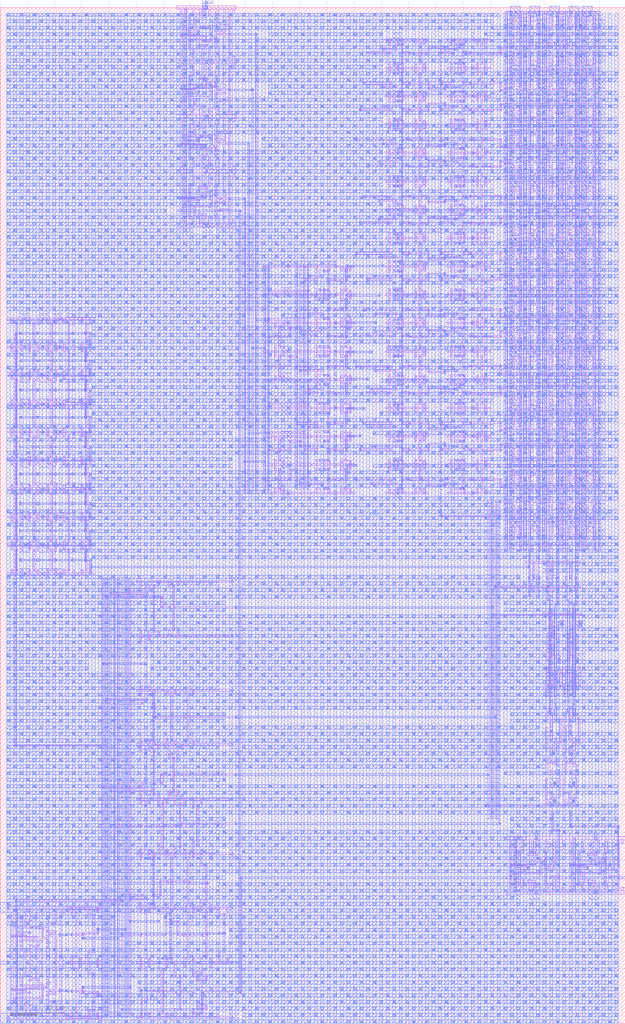
<source format=lef>
VERSION 5.4 ;
NAMESCASESENSITIVE ON ;
BUSBITCHARS "[]" ;
DIVIDERCHAR "/" ;
UNITS
  DATABASE MICRONS 2000 ;
END UNITS
MACRO sram_2_16_scn4m_subm
   CLASS BLOCK ;
   SIZE 229.4 BY 372.8 ;
   SYMMETRY X Y R90 ;
   PIN din0[0]
      DIRECTION INPUT ;
      PORT
         LAYER metal2 ;
         RECT  193.4 56.6 194.2 57.4 ;
      END
   END din0[0]
   PIN din0[1]
      DIRECTION INPUT ;
      PORT
         LAYER metal2 ;
         RECT  215.2 56.6 216.0 57.4 ;
      END
   END din0[1]
   PIN addr0[0]
      DIRECTION INPUT ;
      PORT
         LAYER metal2 ;
         RECT  72.4 301.4 73.2 302.2 ;
      END
   END addr0[0]
   PIN addr0[1]
      DIRECTION INPUT ;
      PORT
         LAYER metal2 ;
         RECT  72.4 323.4 73.2 324.2 ;
      END
   END addr0[1]
   PIN addr0[2]
      DIRECTION INPUT ;
      PORT
         LAYER metal2 ;
         RECT  72.4 341.4 73.2 342.2 ;
      END
   END addr0[2]
   PIN addr0[3]
      DIRECTION INPUT ;
      PORT
         LAYER metal2 ;
         RECT  72.4 363.4 73.2 364.2 ;
      END
   END addr0[3]
   PIN csb0
      DIRECTION INPUT ;
      PORT
         LAYER metal2 ;
         RECT  10.4 10.8 11.2 11.6 ;
      END
   END csb0
   PIN web0
      DIRECTION INPUT ;
      PORT
         LAYER metal2 ;
         RECT  10.4 32.8 11.2 33.6 ;
      END
   END web0
   PIN clk0
      DIRECTION INPUT ;
      PORT
         LAYER metal2 ;
         RECT  51.5 2.2 52.1 12.0 ;
      END
   END clk0
   PIN dout0[0]
      DIRECTION OUTPUT ;
      PORT
         LAYER metal2 ;
         RECT  200.0 119.8 200.8 122.8 ;
      END
   END dout0[0]
   PIN dout0[1]
      DIRECTION OUTPUT ;
      PORT
         LAYER metal2 ;
         RECT  206.8 119.8 207.6 122.8 ;
      END
   END dout0[1]
   PIN vdd
      DIRECTION INOUT ;
      USE POWER ; 
      SHAPE ABUTMENT ; 
      PORT
         LAYER metal3 ;
         RECT  195.6 308.2 196.4 309.0 ;
         LAYER metal3 ;
         RECT  218.1 67.6 218.9 68.4 ;
         LAYER metal4 ;
         RECT  28.8 0.0 30.0 370.8 ;
         LAYER metal3 ;
         RECT  202.7 98.7 203.3 99.3 ;
         LAYER metal3 ;
         RECT  195.6 245.8 196.4 246.6 ;
         LAYER metal3 ;
         RECT  2.4 132.0 32.4 133.2 ;
         LAYER metal3 ;
         RECT  21.6 195.8 22.4 196.6 ;
         LAYER metal3 ;
         RECT  105.3 267.0 106.1 267.8 ;
         LAYER metal3 ;
         RECT  8.8 216.6 9.6 217.4 ;
         LAYER metal4 ;
         RECT  148.8 0.0 150.0 370.8 ;
         LAYER metal4 ;
         RECT  48.0 0.0 49.2 370.8 ;
         LAYER metal3 ;
         RECT  8.8 237.4 9.6 238.2 ;
         LAYER metal3 ;
         RECT  88.8 40.8 226.8 42.0 ;
         LAYER metal3 ;
         RECT  122.7 225.4 123.5 226.2 ;
         LAYER metal4 ;
         RECT  19.2 0.0 20.4 370.8 ;
         LAYER metal3 ;
         RECT  195.6 204.2 196.4 205.0 ;
         LAYER metal4 ;
         RECT  24.0 0.0 25.2 370.8 ;
         LAYER metal4 ;
         RECT  211.2 0.0 212.4 370.8 ;
         LAYER metal3 ;
         RECT  187.2 74.4 226.8 75.6 ;
         LAYER metal3 ;
         RECT  145.7 246.2 146.5 247.0 ;
         LAYER metal3 ;
         RECT  2.4 36.0 42.0 37.2 ;
         LAYER metal3 ;
         RECT  79.2 50.4 226.8 51.6 ;
         LAYER metal3 ;
         RECT  33.6 242.4 181.2 243.6 ;
         LAYER metal3 ;
         RECT  202.5 370.7 203.1 371.3 ;
         LAYER metal4 ;
         RECT  168.0 0.0 169.2 370.8 ;
         LAYER metal3 ;
         RECT  75.3 352.4 76.1 353.2 ;
         LAYER metal3 ;
         RECT  209.5 98.7 210.1 99.3 ;
         LAYER metal3 ;
         RECT  177.6 276.0 226.8 277.2 ;
         LAYER metal3 ;
         RECT  187.2 112.8 226.8 114.0 ;
         LAYER metal3 ;
         RECT  196.3 67.6 197.1 68.4 ;
         LAYER metal3 ;
         RECT  195.6 266.6 196.4 267.4 ;
         LAYER metal3 ;
         RECT  79.2 333.6 181.2 334.8 ;
         LAYER metal3 ;
         RECT  21.6 258.2 22.4 259.0 ;
         LAYER metal3 ;
         RECT  24.0 247.2 87.6 248.4 ;
         LAYER metal3 ;
         RECT  209.3 266.7 209.9 267.3 ;
         LAYER metal3 ;
         RECT  202.5 308.3 203.1 308.9 ;
         LAYER metal4 ;
         RECT  43.2 0.0 44.4 370.8 ;
         LAYER metal3 ;
         RECT  2.4 136.8 226.8 138.0 ;
         LAYER metal3 ;
         RECT  209.3 329.1 209.9 329.7 ;
         LAYER metal3 ;
         RECT  55.2 132.0 226.8 133.2 ;
         LAYER metal3 ;
         RECT  98.4 343.2 181.2 344.4 ;
         LAYER metal4 ;
         RECT  144.0 0.0 145.2 370.8 ;
         LAYER metal3 ;
         RECT  216.1 329.1 216.7 329.7 ;
         LAYER metal4 ;
         RECT  105.6 0.0 106.8 370.8 ;
         LAYER metal3 ;
         RECT  15.2 237.4 16.0 238.2 ;
         LAYER metal3 ;
         RECT  2.4 88.8 82.8 90.0 ;
         LAYER metal3 ;
         RECT  2.4 108.0 198.0 109.2 ;
         LAYER metal3 ;
         RECT  216.1 266.7 216.7 267.3 ;
         LAYER metal3 ;
         RECT  202.5 225.1 203.1 225.7 ;
         LAYER metal3 ;
         RECT  2.4 21.6 226.8 22.8 ;
         LAYER metal3 ;
         RECT  8.8 195.8 9.6 196.6 ;
         LAYER metal3 ;
         RECT  2.4 146.4 200.4 147.6 ;
         LAYER metal3 ;
         RECT  2.4 352.8 181.2 354.0 ;
         LAYER metal4 ;
         RECT  76.8 0.0 78.0 370.8 ;
         LAYER metal3 ;
         RECT  177.6 300.0 226.8 301.2 ;
         LAYER metal3 ;
         RECT  2.4 156.0 226.8 157.2 ;
         LAYER metal4 ;
         RECT  14.4 0.0 15.6 370.8 ;
         LAYER metal4 ;
         RECT  110.4 0.0 111.6 370.8 ;
         LAYER metal3 ;
         RECT  2.4 324.0 78.0 325.2 ;
         LAYER metal3 ;
         RECT  209.3 308.3 209.9 308.9 ;
         LAYER metal3 ;
         RECT  202.5 183.5 203.1 184.1 ;
         LAYER metal3 ;
         RECT  122.7 204.6 123.5 205.4 ;
         LAYER metal3 ;
         RECT  21.6 175.0 22.4 175.8 ;
         LAYER metal3 ;
         RECT  33.6 170.4 226.8 171.6 ;
         LAYER metal4 ;
         RECT  33.6 0.0 34.8 370.8 ;
         LAYER metal4 ;
         RECT  139.2 0.0 140.4 370.8 ;
         LAYER metal3 ;
         RECT  8.8 258.2 9.6 259.0 ;
         LAYER metal3 ;
         RECT  209.3 370.7 209.9 371.3 ;
         LAYER metal3 ;
         RECT  145.7 350.2 146.5 351.0 ;
         LAYER metal3 ;
         RECT  145.7 308.6 146.5 309.4 ;
         LAYER metal3 ;
         RECT  75.3 312.4 76.1 313.2 ;
         LAYER metal3 ;
         RECT  88.8 2.4 226.8 3.6 ;
         LAYER metal3 ;
         RECT  199.2 165.6 226.8 166.8 ;
         LAYER metal3 ;
         RECT  2.4 194.4 99.6 195.6 ;
         LAYER metal4 ;
         RECT  129.6 0.0 130.8 370.8 ;
         LAYER metal4 ;
         RECT  158.4 0.0 159.6 370.8 ;
         LAYER metal3 ;
         RECT  33.6 189.6 181.2 190.8 ;
         LAYER metal3 ;
         RECT  209.0 163.0 209.8 163.8 ;
         LAYER metal3 ;
         RECT  216.1 204.3 216.7 204.9 ;
         LAYER metal3 ;
         RECT  2.4 50.4 37.2 51.6 ;
         LAYER metal3 ;
         RECT  202.5 329.1 203.1 329.7 ;
         LAYER metal3 ;
         RECT  2.4 348.0 226.8 349.2 ;
         LAYER metal3 ;
         RECT  209.3 287.5 209.9 288.1 ;
         LAYER metal3 ;
         RECT  2.4 218.4 181.2 219.6 ;
         LAYER metal3 ;
         RECT  173.1 246.2 173.9 247.0 ;
         LAYER metal3 ;
         RECT  79.2 290.4 181.2 291.6 ;
         LAYER metal3 ;
         RECT  24.0 184.8 226.8 186.0 ;
         LAYER metal3 ;
         RECT  2.4 338.4 140.4 339.6 ;
         LAYER metal3 ;
         RECT  2.4 64.8 226.8 66.0 ;
         LAYER metal3 ;
         RECT  2.4 141.6 226.8 142.8 ;
         LAYER metal3 ;
         RECT  195.6 225.0 196.4 225.8 ;
         LAYER metal3 ;
         RECT  177.6 237.6 226.8 238.8 ;
         LAYER metal3 ;
         RECT  188.9 329.1 189.5 329.7 ;
         LAYER metal3 ;
         RECT  203.3 81.3 203.9 81.9 ;
         LAYER metal3 ;
         RECT  2.4 208.8 181.2 210.0 ;
         LAYER metal4 ;
         RECT  9.6 0.0 10.8 370.8 ;
         LAYER metal4 ;
         RECT  62.4 0.0 63.6 370.8 ;
         LAYER metal3 ;
         RECT  202.5 204.3 203.1 204.9 ;
         LAYER metal3 ;
         RECT  2.4 45.6 190.8 46.8 ;
         LAYER metal3 ;
         RECT  2.4 237.6 99.6 238.8 ;
         LAYER metal4 ;
         RECT  120.0 0.0 121.2 370.8 ;
         LAYER metal3 ;
         RECT  15.2 258.2 16.0 259.0 ;
         LAYER metal3 ;
         RECT  173.1 204.6 173.9 205.4 ;
         LAYER metal3 ;
         RECT  145.7 287.8 146.5 288.6 ;
         LAYER metal3 ;
         RECT  33.6 252.0 181.2 253.2 ;
         LAYER metal3 ;
         RECT  2.4 276.0 99.6 277.2 ;
         LAYER metal3 ;
         RECT  216.1 308.3 216.7 308.9 ;
         LAYER metal4 ;
         RECT  96.0 0.0 97.2 370.8 ;
         LAYER metal4 ;
         RECT  201.6 0.0 202.8 370.8 ;
         LAYER metal3 ;
         RECT  173.1 329.4 173.9 330.2 ;
         LAYER metal4 ;
         RECT  100.8 0.0 102.0 370.8 ;
         LAYER metal4 ;
         RECT  196.8 0.0 198.0 370.8 ;
         LAYER metal3 ;
         RECT  177.6 362.4 226.8 363.6 ;
         LAYER metal3 ;
         RECT  195.6 329.0 196.4 329.8 ;
         LAYER metal3 ;
         RECT  84.8 101.8 85.6 102.6 ;
         LAYER metal3 ;
         RECT  209.3 225.1 209.9 225.7 ;
         LAYER metal4 ;
         RECT  86.4 0.0 87.6 370.8 ;
         LAYER metal3 ;
         RECT  2.4 213.6 99.6 214.8 ;
         LAYER metal4 ;
         RECT  187.2 0.0 188.4 370.8 ;
         LAYER metal4 ;
         RECT  225.6 0.0 226.8 370.8 ;
         LAYER metal3 ;
         RECT  2.4 69.6 226.8 70.8 ;
         LAYER metal3 ;
         RECT  2.4 271.2 181.2 272.4 ;
         LAYER metal3 ;
         RECT  2.4 300.0 140.4 301.2 ;
         LAYER metal3 ;
         RECT  202.5 287.5 203.1 288.1 ;
         LAYER metal3 ;
         RECT  2.4 74.4 82.8 75.6 ;
         LAYER metal4 ;
         RECT  57.6 0.0 58.8 370.8 ;
         LAYER metal3 ;
         RECT  2.4 21.8 3.2 22.6 ;
         LAYER metal4 ;
         RECT  182.4 0.0 183.6 370.8 ;
         LAYER metal3 ;
         RECT  216.1 225.1 216.7 225.7 ;
         LAYER metal3 ;
         RECT  145.7 225.4 146.5 226.2 ;
         LAYER metal3 ;
         RECT  216.1 349.9 216.7 350.5 ;
         LAYER metal3 ;
         RECT  195.6 183.4 196.4 184.2 ;
         LAYER metal4 ;
         RECT  91.2 0.0 92.4 370.8 ;
         LAYER metal3 ;
         RECT  210.1 81.3 210.7 81.9 ;
         LAYER metal3 ;
         RECT  2.4 295.2 226.8 296.4 ;
         LAYER metal4 ;
         RECT  67.2 0.0 68.4 370.8 ;
         LAYER metal3 ;
         RECT  195.6 349.8 196.4 350.6 ;
         LAYER metal3 ;
         RECT  209.3 183.5 209.9 184.1 ;
         LAYER metal3 ;
         RECT  33.6 223.2 121.2 224.4 ;
         LAYER metal3 ;
         RECT  177.6 338.4 226.8 339.6 ;
         LAYER metal3 ;
         RECT  209.3 204.3 209.9 204.9 ;
         LAYER metal3 ;
         RECT  202.5 349.9 203.1 350.5 ;
         LAYER metal4 ;
         RECT  192.0 0.0 193.2 370.8 ;
         LAYER metal3 ;
         RECT  84.8 21.8 85.6 22.6 ;
         LAYER metal3 ;
         RECT  60.0 36.0 226.8 37.2 ;
         LAYER metal3 ;
         RECT  204.9 132.7 205.5 133.3 ;
         LAYER metal3 ;
         RECT  2.4 55.2 226.8 56.4 ;
         LAYER metal3 ;
         RECT  21.6 237.4 22.4 238.2 ;
         LAYER metal3 ;
         RECT  177.6 256.8 226.8 258.0 ;
         LAYER metal3 ;
         RECT  2.4 26.4 226.8 27.6 ;
         LAYER metal3 ;
         RECT  2.4 285.6 226.8 286.8 ;
         LAYER metal4 ;
         RECT  220.8 0.0 222.0 370.8 ;
         LAYER metal3 ;
         RECT  188.9 349.9 189.5 350.5 ;
         LAYER metal3 ;
         RECT  2.4 98.4 226.8 99.6 ;
         LAYER metal4 ;
         RECT  38.4 0.0 39.6 370.8 ;
         LAYER metal3 ;
         RECT  96.0 324.0 181.2 325.2 ;
         LAYER metal3 ;
         RECT  84.8 61.8 85.6 62.6 ;
         LAYER metal3 ;
         RECT  145.7 329.4 146.5 330.2 ;
         LAYER metal4 ;
         RECT  124.8 0.0 126.0 370.8 ;
         LAYER metal4 ;
         RECT  206.4 0.0 207.6 370.8 ;
         LAYER metal3 ;
         RECT  139.2 223.2 226.8 224.4 ;
         LAYER metal3 ;
         RECT  84.0 31.2 226.8 32.4 ;
         LAYER metal3 ;
         RECT  177.6 213.6 226.8 214.8 ;
         LAYER metal3 ;
         RECT  209.3 245.9 209.9 246.5 ;
         LAYER metal3 ;
         RECT  15.2 195.8 16.0 196.6 ;
         LAYER metal3 ;
         RECT  2.4 343.2 78.0 344.4 ;
         LAYER metal3 ;
         RECT  2.4 175.2 226.8 176.4 ;
         LAYER metal3 ;
         RECT  84.8 141.8 85.6 142.6 ;
         LAYER metal3 ;
         RECT  173.1 350.2 173.9 351.0 ;
         LAYER metal3 ;
         RECT  33.6 180.0 181.2 181.2 ;
         LAYER metal3 ;
         RECT  216.1 245.9 216.7 246.5 ;
         LAYER metal3 ;
         RECT  122.7 267.0 123.5 267.8 ;
         LAYER metal3 ;
         RECT  195.6 370.6 196.4 371.4 ;
         LAYER metal3 ;
         RECT  8.8 175.0 9.6 175.8 ;
         LAYER metal3 ;
         RECT  2.4 122.4 80.4 123.6 ;
         LAYER metal3 ;
         RECT  88.8 122.4 226.8 123.6 ;
         LAYER metal4 ;
         RECT  72.0 0.0 73.2 370.8 ;
         LAYER metal3 ;
         RECT  105.3 246.2 106.1 247.0 ;
         LAYER metal3 ;
         RECT  177.6 194.4 226.8 195.6 ;
         LAYER metal4 ;
         RECT  81.6 0.0 82.8 370.8 ;
         LAYER metal4 ;
         RECT  163.2 0.0 164.4 370.8 ;
         LAYER metal3 ;
         RECT  136.8 204.0 226.8 205.2 ;
         LAYER metal3 ;
         RECT  188.9 204.3 189.5 204.9 ;
         LAYER metal4 ;
         RECT  172.8 0.0 174.0 370.8 ;
         LAYER metal3 ;
         RECT  4.8 40.8 80.4 42.0 ;
         LAYER metal3 ;
         RECT  145.7 204.6 146.5 205.4 ;
         LAYER metal3 ;
         RECT  145.7 267.0 146.5 267.8 ;
         LAYER metal3 ;
         RECT  173.1 225.4 173.9 226.2 ;
         LAYER metal3 ;
         RECT  50.4 12.0 226.8 13.2 ;
         LAYER metal3 ;
         RECT  184.8 151.2 226.8 152.4 ;
         LAYER metal4 ;
         RECT  4.8 0.0 6.0 370.8 ;
         LAYER metal4 ;
         RECT  52.8 0.0 54.0 370.8 ;
         LAYER metal3 ;
         RECT  144.0 266.4 226.8 267.6 ;
         LAYER metal3 ;
         RECT  4.8 2.4 80.4 3.6 ;
         LAYER metal3 ;
         RECT  188.9 225.1 189.5 225.7 ;
         LAYER metal3 ;
         RECT  33.6 199.2 181.2 200.4 ;
         LAYER metal4 ;
         RECT  153.6 0.0 154.8 370.8 ;
         LAYER metal3 ;
         RECT  216.1 370.7 216.7 371.3 ;
         LAYER metal3 ;
         RECT  2.4 112.8 82.8 114.0 ;
         LAYER metal3 ;
         RECT  21.6 204.0 85.2 205.2 ;
         LAYER metal3 ;
         RECT  2.4 60.0 226.8 61.2 ;
         LAYER metal3 ;
         RECT  2.4 280.8 181.2 282.0 ;
         LAYER metal3 ;
         RECT  2.4 266.4 121.2 267.6 ;
         LAYER metal3 ;
         RECT  188.9 287.5 189.5 288.1 ;
         LAYER metal3 ;
         RECT  105.3 204.6 106.1 205.4 ;
         LAYER metal3 ;
         RECT  188.9 370.7 189.5 371.3 ;
         LAYER metal3 ;
         RECT  2.4 151.2 82.8 152.4 ;
         LAYER metal3 ;
         RECT  33.6 232.8 226.8 234.0 ;
         LAYER metal3 ;
         RECT  202.2 163.0 203.0 163.8 ;
         LAYER metal3 ;
         RECT  2.4 160.8 80.4 162.0 ;
         LAYER metal3 ;
         RECT  2.4 7.2 226.8 8.4 ;
         LAYER metal3 ;
         RECT  88.8 160.8 226.8 162.0 ;
         LAYER metal3 ;
         RECT  2.4 16.8 226.8 18.0 ;
         LAYER metal3 ;
         RECT  2.4 314.4 181.2 315.6 ;
         LAYER metal3 ;
         RECT  2.4 256.8 90.0 258.0 ;
         LAYER metal3 ;
         RECT  2.4 309.6 226.8 310.8 ;
         LAYER metal3 ;
         RECT  2.4 84.0 226.8 85.2 ;
         LAYER metal3 ;
         RECT  173.1 287.8 173.9 288.6 ;
         LAYER metal3 ;
         RECT  15.2 175.0 16.0 175.8 ;
         LAYER metal3 ;
         RECT  2.4 117.6 226.8 118.8 ;
         LAYER metal4 ;
         RECT  115.2 0.0 116.4 370.8 ;
         LAYER metal4 ;
         RECT  216.0 0.0 217.2 370.8 ;
         LAYER metal3 ;
         RECT  2.4 304.8 181.2 306.0 ;
         LAYER metal3 ;
         RECT  202.5 245.9 203.1 246.5 ;
         LAYER metal3 ;
         RECT  216.1 287.5 216.7 288.1 ;
         LAYER metal3 ;
         RECT  188.9 308.3 189.5 308.9 ;
         LAYER metal3 ;
         RECT  24.0 228.0 181.2 229.2 ;
         LAYER metal3 ;
         RECT  188.9 245.9 189.5 246.5 ;
         LAYER metal3 ;
         RECT  211.7 132.7 212.3 133.3 ;
         LAYER metal3 ;
         RECT  21.6 216.6 22.4 217.4 ;
         LAYER metal3 ;
         RECT  2.4 328.8 226.8 330.0 ;
         LAYER metal3 ;
         RECT  122.7 246.2 123.5 247.0 ;
         LAYER metal3 ;
         RECT  2.4 290.4 70.8 291.6 ;
         LAYER metal3 ;
         RECT  2.4 362.4 78.0 363.6 ;
         LAYER metal3 ;
         RECT  2.4 79.2 226.8 80.4 ;
         LAYER metal3 ;
         RECT  105.3 225.4 106.1 226.2 ;
         LAYER metal3 ;
         RECT  2.4 127.2 226.8 128.4 ;
         LAYER metal3 ;
         RECT  195.6 287.4 196.4 288.2 ;
         LAYER metal3 ;
         RECT  2.4 367.2 181.2 368.4 ;
         LAYER metal3 ;
         RECT  2.4 261.6 181.2 262.8 ;
         LAYER metal3 ;
         RECT  188.9 183.5 189.5 184.1 ;
         LAYER metal3 ;
         RECT  15.2 216.6 16.0 217.4 ;
         LAYER metal3 ;
         RECT  2.4 103.2 226.8 104.4 ;
         LAYER metal3 ;
         RECT  2.4 93.6 200.4 94.8 ;
         LAYER metal3 ;
         RECT  98.4 362.4 140.4 363.6 ;
         LAYER metal3 ;
         RECT  177.6 319.2 226.8 320.4 ;
         LAYER metal3 ;
         RECT  173.1 267.0 173.9 267.8 ;
         LAYER metal3 ;
         RECT  209.3 349.9 209.9 350.5 ;
         LAYER metal3 ;
         RECT  173.1 308.6 173.9 309.4 ;
         LAYER metal3 ;
         RECT  216.1 183.5 216.7 184.1 ;
         LAYER metal3 ;
         RECT  141.6 247.2 226.8 248.4 ;
         LAYER metal3 ;
         RECT  2.4 357.6 226.8 358.8 ;
         LAYER metal3 ;
         RECT  188.9 266.7 189.5 267.3 ;
         LAYER metal3 ;
         RECT  2.4 333.6 70.8 334.8 ;
         LAYER metal4 ;
         RECT  177.6 0.0 178.8 370.8 ;
         LAYER metal3 ;
         RECT  202.5 266.7 203.1 267.3 ;
         LAYER metal3 ;
         RECT  195.4 163.0 196.2 163.8 ;
         LAYER metal3 ;
         RECT  2.4 319.2 140.4 320.4 ;
         LAYER metal4 ;
         RECT  134.4 0.0 135.6 370.8 ;
      END
   END vdd
   PIN gnd
      DIRECTION INOUT ;
      USE GROUND ; 
      SHAPE ABUTMENT ; 
      PORT
         LAYER metal3 ;
         RECT  98.4 340.8 226.8 342.0 ;
         LAYER metal3 ;
         RECT  84.0 33.6 226.8 34.8 ;
         LAYER metal3 ;
         RECT  2.4 163.2 190.8 164.4 ;
         LAYER metal4 ;
         RECT  108.0 0.0 109.2 370.8 ;
         LAYER metal3 ;
         RECT  192.2 261.6 193.0 262.4 ;
         LAYER metal4 ;
         RECT  199.2 0.0 200.4 370.8 ;
         LAYER metal3 ;
         RECT  219.5 250.9 220.1 251.5 ;
         LAYER metal3 ;
         RECT  105.3 256.6 106.1 257.4 ;
         LAYER metal4 ;
         RECT  93.6 0.0 94.8 370.8 ;
         LAYER metal3 ;
         RECT  219.5 240.9 220.1 241.5 ;
         LAYER metal3 ;
         RECT  2.4 182.4 183.6 183.6 ;
         LAYER metal3 ;
         RECT  192.3 220.1 192.9 220.7 ;
         LAYER metal3 ;
         RECT  199.1 324.1 199.7 324.7 ;
         LAYER metal3 ;
         RECT  45.6 28.8 226.8 30.0 ;
         LAYER metal3 ;
         RECT  2.4 76.8 226.8 78.0 ;
         LAYER metal3 ;
         RECT  201.9 106.9 202.5 107.5 ;
         LAYER metal3 ;
         RECT  219.5 344.9 220.1 345.5 ;
         LAYER metal3 ;
         RECT  21.6 172.8 226.8 174.0 ;
         LAYER metal4 ;
         RECT  79.2 0.0 80.4 370.8 ;
         LAYER metal4 ;
         RECT  7.2 0.0 8.4 370.8 ;
         LAYER metal3 ;
         RECT  219.5 282.5 220.1 283.1 ;
         LAYER metal3 ;
         RECT  219.5 324.1 220.1 324.7 ;
         LAYER metal3 ;
         RECT  184.8 91.2 226.8 92.4 ;
         LAYER metal3 ;
         RECT  212.7 220.1 213.3 220.7 ;
         LAYER metal3 ;
         RECT  199.1 240.9 199.7 241.5 ;
         LAYER metal3 ;
         RECT  105.3 235.8 106.1 236.6 ;
         LAYER metal3 ;
         RECT  212.7 209.3 213.3 209.9 ;
         LAYER metal3 ;
         RECT  173.1 235.8 173.9 236.6 ;
         LAYER metal3 ;
         RECT  24.0 259.2 90.0 260.4 ;
         LAYER metal4 ;
         RECT  180.0 0.0 181.2 370.8 ;
         LAYER metal3 ;
         RECT  205.9 209.3 206.5 209.9 ;
         LAYER metal3 ;
         RECT  8.8 164.6 9.6 165.4 ;
         LAYER metal3 ;
         RECT  219.5 271.7 220.1 272.3 ;
         LAYER metal3 ;
         RECT  2.4 91.2 82.8 92.4 ;
         LAYER metal3 ;
         RECT  173.1 194.2 173.9 195.0 ;
         LAYER metal3 ;
         RECT  212.7 188.5 213.3 189.1 ;
         LAYER metal3 ;
         RECT  192.3 230.1 192.9 230.7 ;
         LAYER metal3 ;
         RECT  219.5 334.1 220.1 334.7 ;
         LAYER metal3 ;
         RECT  192.2 292.4 193.0 293.2 ;
         LAYER metal3 ;
         RECT  205.9 220.1 206.5 220.7 ;
         LAYER metal3 ;
         RECT  219.5 292.5 220.1 293.1 ;
         LAYER metal3 ;
         RECT  2.4 24.0 226.8 25.2 ;
         LAYER metal3 ;
         RECT  173.1 360.6 173.9 361.4 ;
         LAYER metal3 ;
         RECT  2.4 96.0 226.8 97.2 ;
         LAYER metal3 ;
         RECT  185.5 324.1 186.1 324.7 ;
         LAYER metal3 ;
         RECT  173.1 298.2 173.9 299.0 ;
         LAYER metal3 ;
         RECT  199.1 271.7 199.7 272.3 ;
         LAYER metal3 ;
         RECT  145.7 235.8 146.5 236.6 ;
         LAYER metal3 ;
         RECT  199.0 230.0 199.8 230.8 ;
         LAYER metal3 ;
         RECT  192.3 261.7 192.9 262.3 ;
         LAYER metal3 ;
         RECT  145.7 194.2 146.5 195.0 ;
         LAYER metal3 ;
         RECT  173.1 256.6 173.9 257.4 ;
         LAYER metal3 ;
         RECT  185.5 344.9 186.1 345.5 ;
         LAYER metal3 ;
         RECT  2.4 312.0 70.8 313.2 ;
         LAYER metal3 ;
         RECT  21.6 185.4 22.4 186.2 ;
         LAYER metal3 ;
         RECT  76.8 312.0 226.8 313.2 ;
         LAYER metal3 ;
         RECT  192.3 240.9 192.9 241.5 ;
         LAYER metal3 ;
         RECT  105.3 215.0 106.1 215.8 ;
         LAYER metal4 ;
         RECT  127.2 0.0 128.4 370.8 ;
         LAYER metal3 ;
         RECT  205.9 188.5 206.5 189.1 ;
         LAYER metal3 ;
         RECT  199.0 240.8 199.8 241.6 ;
         LAYER metal3 ;
         RECT  212.7 250.9 213.3 251.5 ;
         LAYER metal3 ;
         RECT  75.3 372.4 76.1 373.2 ;
         LAYER metal3 ;
         RECT  2.4 206.4 85.2 207.6 ;
         LAYER metal3 ;
         RECT  212.7 146.1 213.3 146.7 ;
         LAYER metal3 ;
         RECT  212.7 292.5 213.3 293.1 ;
         LAYER metal3 ;
         RECT  192.3 188.5 192.9 189.1 ;
         LAYER metal3 ;
         RECT  219.5 188.5 220.1 189.1 ;
         LAYER metal3 ;
         RECT  192.2 250.8 193.0 251.6 ;
         LAYER metal3 ;
         RECT  185.5 188.5 186.1 189.1 ;
         LAYER metal3 ;
         RECT  2.4 105.6 226.8 106.8 ;
         LAYER metal4 ;
         RECT  170.4 0.0 171.6 370.8 ;
         LAYER metal3 ;
         RECT  205.9 250.9 206.5 251.5 ;
         LAYER metal3 ;
         RECT  8.8 227.0 9.6 227.8 ;
         LAYER metal3 ;
         RECT  192.2 282.4 193.0 283.2 ;
         LAYER metal3 ;
         RECT  93.6 297.6 226.8 298.8 ;
         LAYER metal4 ;
         RECT  69.6 0.0 70.8 370.8 ;
         LAYER metal3 ;
         RECT  105.3 277.4 106.1 278.2 ;
         LAYER metal3 ;
         RECT  2.4 1.8 3.2 2.6 ;
         LAYER metal3 ;
         RECT  8.8 247.8 9.6 248.6 ;
         LAYER metal3 ;
         RECT  21.6 247.8 22.4 248.6 ;
         LAYER metal3 ;
         RECT  2.4 278.4 121.2 279.6 ;
         LAYER metal4 ;
         RECT  103.2 0.0 104.4 370.8 ;
         LAYER metal3 ;
         RECT  8.8 206.2 9.6 207.0 ;
         LAYER metal3 ;
         RECT  199.1 178.5 199.7 179.1 ;
         LAYER metal3 ;
         RECT  199.1 282.5 199.7 283.1 ;
         LAYER metal3 ;
         RECT  204.7 92.3 205.3 92.9 ;
         LAYER metal3 ;
         RECT  185.5 178.5 186.1 179.1 ;
         LAYER metal3 ;
         RECT  75.3 332.4 76.1 333.2 ;
         LAYER metal3 ;
         RECT  145.7 215.0 146.5 215.8 ;
         LAYER metal3 ;
         RECT  199.0 282.4 199.8 283.2 ;
         LAYER metal4 ;
         RECT  64.8 0.0 66.0 370.8 ;
         LAYER metal3 ;
         RECT  2.4 307.2 140.4 308.4 ;
         LAYER metal3 ;
         RECT  2.4 187.2 226.8 188.4 ;
         LAYER metal3 ;
         RECT  219.5 220.1 220.1 220.7 ;
         LAYER metal4 ;
         RECT  165.6 0.0 166.8 370.8 ;
         LAYER metal3 ;
         RECT  205.9 271.7 206.5 272.3 ;
         LAYER metal3 ;
         RECT  15.2 227.0 16.0 227.8 ;
         LAYER metal3 ;
         RECT  2.4 264.0 226.8 265.2 ;
         LAYER metal3 ;
         RECT  2.4 283.2 226.8 284.4 ;
         LAYER metal4 ;
         RECT  60.0 0.0 61.2 370.8 ;
         LAYER metal3 ;
         RECT  212.7 240.9 213.3 241.5 ;
         LAYER metal3 ;
         RECT  139.2 235.2 226.8 236.4 ;
         LAYER metal3 ;
         RECT  212.7 344.9 213.3 345.5 ;
         LAYER metal3 ;
         RECT  122.7 194.2 123.5 195.0 ;
         LAYER metal3 ;
         RECT  192.3 292.5 192.9 293.1 ;
         LAYER metal3 ;
         RECT  192.2 334.0 193.0 334.8 ;
         LAYER metal4 ;
         RECT  16.8 0.0 18.0 370.8 ;
         LAYER metal3 ;
         RECT  192.2 303.2 193.0 304.0 ;
         LAYER metal3 ;
         RECT  211.5 92.3 212.1 92.9 ;
         LAYER metal3 ;
         RECT  122.7 235.8 123.5 236.6 ;
         LAYER metal4 ;
         RECT  21.6 0.0 22.8 370.8 ;
         LAYER metal3 ;
         RECT  2.4 57.6 226.8 58.8 ;
         LAYER metal3 ;
         RECT  88.8 62.4 226.8 63.6 ;
         LAYER metal3 ;
         RECT  219.5 199.3 220.1 199.9 ;
         LAYER metal4 ;
         RECT  26.4 0.0 27.6 370.8 ;
         LAYER metal3 ;
         RECT  199.0 178.4 199.8 179.2 ;
         LAYER metal3 ;
         RECT  199.1 365.7 199.7 366.3 ;
         LAYER metal3 ;
         RECT  185.5 240.9 186.1 241.5 ;
         LAYER metal3 ;
         RECT  33.6 211.2 226.8 212.4 ;
         LAYER metal3 ;
         RECT  2.4 19.2 226.8 20.4 ;
         LAYER metal3 ;
         RECT  185.5 365.7 186.1 366.3 ;
         LAYER metal3 ;
         RECT  136.8 216.0 226.8 217.2 ;
         LAYER metal3 ;
         RECT  33.6 192.0 226.8 193.2 ;
         LAYER metal4 ;
         RECT  151.2 0.0 152.4 370.8 ;
         LAYER metal3 ;
         RECT  199.0 271.6 199.8 272.4 ;
         LAYER metal3 ;
         RECT  2.4 72.0 82.8 73.2 ;
         LAYER metal3 ;
         RECT  2.4 316.8 226.8 318.0 ;
         LAYER metal3 ;
         RECT  185.5 220.1 186.1 220.7 ;
         LAYER metal3 ;
         RECT  205.9 365.7 206.5 366.3 ;
         LAYER metal3 ;
         RECT  50.4 14.4 226.8 15.6 ;
         LAYER metal3 ;
         RECT  192.3 365.7 192.9 366.3 ;
         LAYER metal3 ;
         RECT  88.8 100.8 226.8 102.0 ;
         LAYER metal4 ;
         RECT  136.8 0.0 138.0 370.8 ;
         LAYER metal3 ;
         RECT  21.6 164.6 22.4 165.4 ;
         LAYER metal3 ;
         RECT  199.0 199.2 199.8 200.0 ;
         LAYER metal3 ;
         RECT  199.0 324.0 199.8 324.8 ;
         LAYER metal3 ;
         RECT  199.0 292.4 199.8 293.2 ;
         LAYER metal4 ;
         RECT  2.4 0.0 3.6 370.8 ;
         LAYER metal3 ;
         RECT  55.2 129.6 226.8 130.8 ;
         LAYER metal3 ;
         RECT  177.6 331.2 226.8 332.4 ;
         LAYER metal3 ;
         RECT  2.4 340.8 78.0 342.0 ;
         LAYER metal3 ;
         RECT  2.4 43.2 226.8 44.4 ;
         LAYER metal4 ;
         RECT  146.4 0.0 147.6 370.8 ;
         LAYER metal3 ;
         RECT  2.4 158.4 226.8 159.6 ;
         LAYER metal3 ;
         RECT  205.9 240.9 206.5 241.5 ;
         LAYER metal3 ;
         RECT  192.2 354.8 193.0 355.6 ;
         LAYER metal4 ;
         RECT  31.2 0.0 32.4 370.8 ;
         LAYER metal3 ;
         RECT  212.7 334.1 213.3 334.7 ;
         LAYER metal3 ;
         RECT  2.4 177.6 226.8 178.8 ;
         LAYER metal3 ;
         RECT  2.4 369.6 183.6 370.8 ;
         LAYER metal3 ;
         RECT  2.4 134.4 200.4 135.6 ;
         LAYER metal3 ;
         RECT  192.2 324.0 193.0 324.8 ;
         LAYER metal4 ;
         RECT  112.8 0.0 114.0 370.8 ;
         LAYER metal4 ;
         RECT  194.4 0.0 195.6 370.8 ;
         LAYER metal4 ;
         RECT  208.8 0.0 210.0 370.8 ;
         LAYER metal3 ;
         RECT  145.7 277.4 146.5 278.2 ;
         LAYER metal3 ;
         RECT  187.2 72.0 226.8 73.2 ;
         LAYER metal3 ;
         RECT  218.1 47.6 218.9 48.4 ;
         LAYER metal3 ;
         RECT  28.8 9.6 226.8 10.8 ;
         LAYER metal3 ;
         RECT  192.2 230.0 193.0 230.8 ;
         LAYER metal3 ;
         RECT  192.3 303.3 192.9 303.9 ;
         LAYER metal3 ;
         RECT  199.0 365.6 199.8 366.4 ;
         LAYER metal3 ;
         RECT  192.2 188.4 193.0 189.2 ;
         LAYER metal4 ;
         RECT  141.6 0.0 142.8 370.8 ;
         LAYER metal3 ;
         RECT  199.0 220.0 199.8 220.8 ;
         LAYER metal3 ;
         RECT  84.8 81.8 85.6 82.6 ;
         LAYER metal3 ;
         RECT  185.5 334.1 186.1 334.7 ;
         LAYER metal3 ;
         RECT  199.0 313.2 199.8 314.0 ;
         LAYER metal3 ;
         RECT  199.1 209.3 199.7 209.9 ;
         LAYER metal3 ;
         RECT  21.6 227.0 22.4 227.8 ;
         LAYER metal3 ;
         RECT  2.4 100.8 80.4 102.0 ;
         LAYER metal3 ;
         RECT  212.7 261.7 213.3 262.3 ;
         LAYER metal3 ;
         RECT  15.2 206.2 16.0 207.0 ;
         LAYER metal3 ;
         RECT  2.4 288.0 140.4 289.2 ;
         LAYER metal3 ;
         RECT  2.4 129.6 32.4 130.8 ;
         LAYER metal3 ;
         RECT  205.9 199.3 206.5 199.9 ;
         LAYER metal3 ;
         RECT  192.3 178.5 192.9 179.1 ;
         LAYER metal3 ;
         RECT  212.7 354.9 213.3 355.5 ;
         LAYER metal3 ;
         RECT  33.6 254.4 226.8 255.6 ;
         LAYER metal3 ;
         RECT  192.3 344.9 192.9 345.5 ;
         LAYER metal3 ;
         RECT  105.3 194.2 106.1 195.0 ;
         LAYER metal3 ;
         RECT  219.5 365.7 220.1 366.3 ;
         LAYER metal3 ;
         RECT  2.4 302.4 78.0 303.6 ;
         LAYER metal3 ;
         RECT  185.5 313.3 186.1 313.9 ;
         LAYER metal3 ;
         RECT  2.4 38.4 42.0 39.6 ;
         LAYER metal3 ;
         RECT  2.4 345.6 226.8 346.8 ;
         LAYER metal3 ;
         RECT  15.2 247.8 16.0 248.6 ;
         LAYER metal3 ;
         RECT  2.4 336.0 226.8 337.2 ;
         LAYER metal3 ;
         RECT  205.9 303.3 206.5 303.9 ;
         LAYER metal3 ;
         RECT  205.9 354.9 206.5 355.5 ;
         LAYER metal3 ;
         RECT  212.7 324.1 213.3 324.7 ;
         LAYER metal3 ;
         RECT  205.9 344.9 206.5 345.5 ;
         LAYER metal3 ;
         RECT  185.5 271.7 186.1 272.3 ;
         LAYER metal4 ;
         RECT  156.0 0.0 157.2 370.8 ;
         LAYER metal3 ;
         RECT  199.1 292.5 199.7 293.1 ;
         LAYER metal3 ;
         RECT  2.4 48.0 226.8 49.2 ;
         LAYER metal3 ;
         RECT  192.2 209.2 193.0 210.0 ;
         LAYER metal3 ;
         RECT  24.0 216.0 85.2 217.2 ;
         LAYER metal3 ;
         RECT  75.3 292.4 76.1 293.2 ;
         LAYER metal4 ;
         RECT  223.2 0.0 224.4 370.8 ;
         LAYER metal3 ;
         RECT  79.2 350.4 140.4 351.6 ;
         LAYER metal3 ;
         RECT  187.2 110.4 226.8 111.6 ;
         LAYER metal3 ;
         RECT  219.5 178.5 220.1 179.1 ;
         LAYER metal3 ;
         RECT  192.2 199.2 193.0 200.0 ;
         LAYER metal3 ;
         RECT  185.5 261.7 186.1 262.3 ;
         LAYER metal3 ;
         RECT  177.6 268.8 226.8 270.0 ;
         LAYER metal3 ;
         RECT  2.4 62.4 80.4 63.6 ;
         LAYER metal3 ;
         RECT  192.2 344.8 193.0 345.6 ;
         LAYER metal3 ;
         RECT  196.3 47.6 197.1 48.4 ;
         LAYER metal3 ;
         RECT  2.4 148.8 226.8 150.0 ;
         LAYER metal4 ;
         RECT  84.0 0.0 85.2 370.8 ;
         LAYER metal4 ;
         RECT  74.4 0.0 75.6 370.8 ;
         LAYER metal3 ;
         RECT  122.7 256.6 123.5 257.4 ;
         LAYER metal3 ;
         RECT  2.4 292.8 226.8 294.0 ;
         LAYER metal3 ;
         RECT  2.4 249.6 226.8 250.8 ;
         LAYER metal3 ;
         RECT  185.5 250.9 186.1 251.5 ;
         LAYER metal4 ;
         RECT  160.8 0.0 162.0 370.8 ;
         LAYER metal3 ;
         RECT  212.7 271.7 213.3 272.3 ;
         LAYER metal3 ;
         RECT  219.5 313.3 220.1 313.9 ;
         LAYER metal3 ;
         RECT  205.9 313.3 206.5 313.9 ;
         LAYER metal3 ;
         RECT  2.4 41.8 3.2 42.6 ;
         LAYER metal3 ;
         RECT  212.7 230.1 213.3 230.7 ;
         LAYER metal3 ;
         RECT  8.8 185.4 9.6 186.2 ;
         LAYER metal3 ;
         RECT  199.0 250.8 199.8 251.6 ;
         LAYER metal3 ;
         RECT  93.6 302.4 226.8 303.6 ;
         LAYER metal3 ;
         RECT  219.5 354.9 220.1 355.5 ;
         LAYER metal4 ;
         RECT  204.0 0.0 205.2 370.8 ;
         LAYER metal3 ;
         RECT  208.7 106.9 209.3 107.5 ;
         LAYER metal3 ;
         RECT  173.1 277.4 173.9 278.2 ;
         LAYER metal3 ;
         RECT  96.0 321.6 226.8 322.8 ;
         LAYER metal3 ;
         RECT  192.3 199.3 192.9 199.9 ;
         LAYER metal3 ;
         RECT  192.3 271.7 192.9 272.3 ;
         LAYER metal3 ;
         RECT  33.6 230.4 226.8 231.6 ;
         LAYER metal3 ;
         RECT  219.5 209.3 220.1 209.9 ;
         LAYER metal3 ;
         RECT  2.4 144.0 226.8 145.2 ;
         LAYER metal3 ;
         RECT  192.2 271.6 193.0 272.4 ;
         LAYER metal3 ;
         RECT  212.7 365.7 213.3 366.3 ;
         LAYER metal3 ;
         RECT  173.1 319.0 173.9 319.8 ;
         LAYER metal3 ;
         RECT  2.4 273.6 226.8 274.8 ;
         LAYER metal3 ;
         RECT  2.4 240.0 226.8 241.2 ;
         LAYER metal3 ;
         RECT  146.4 278.4 226.8 279.6 ;
         LAYER metal4 ;
         RECT  122.4 0.0 123.6 370.8 ;
         LAYER metal3 ;
         RECT  145.7 319.0 146.5 319.8 ;
         LAYER metal3 ;
         RECT  219.5 303.3 220.1 303.9 ;
         LAYER metal3 ;
         RECT  2.4 331.2 140.4 332.4 ;
         LAYER metal3 ;
         RECT  205.9 178.5 206.5 179.1 ;
         LAYER metal3 ;
         RECT  122.7 215.0 123.5 215.8 ;
         LAYER metal3 ;
         RECT  2.4 364.8 226.8 366.0 ;
         LAYER metal3 ;
         RECT  122.7 277.4 123.5 278.2 ;
         LAYER metal4 ;
         RECT  40.8 0.0 42.0 370.8 ;
         LAYER metal3 ;
         RECT  219.5 230.1 220.1 230.7 ;
         LAYER metal3 ;
         RECT  199.0 354.8 199.8 355.6 ;
         LAYER metal3 ;
         RECT  192.3 250.9 192.9 251.5 ;
         LAYER metal3 ;
         RECT  205.9 261.7 206.5 262.3 ;
         LAYER metal4 ;
         RECT  184.8 0.0 186.0 370.8 ;
         LAYER metal3 ;
         RECT  199.1 220.1 199.7 220.7 ;
         LAYER metal3 ;
         RECT  199.1 250.9 199.7 251.5 ;
         LAYER metal4 ;
         RECT  55.2 0.0 56.4 370.8 ;
         LAYER metal3 ;
         RECT  145.7 360.6 146.5 361.4 ;
         LAYER metal3 ;
         RECT  192.3 334.1 192.9 334.7 ;
         LAYER metal4 ;
         RECT  98.4 0.0 99.6 370.8 ;
         LAYER metal4 ;
         RECT  88.8 0.0 90.0 370.8 ;
         LAYER metal3 ;
         RECT  76.8 4.8 226.8 6.0 ;
         LAYER metal3 ;
         RECT  185.5 303.3 186.1 303.9 ;
         LAYER metal3 ;
         RECT  173.1 215.0 173.9 215.8 ;
         LAYER metal4 ;
         RECT  45.6 0.0 46.8 370.8 ;
         LAYER metal3 ;
         RECT  205.9 282.5 206.5 283.1 ;
         LAYER metal4 ;
         RECT  12.0 0.0 13.2 370.8 ;
         LAYER metal3 ;
         RECT  199.1 313.3 199.7 313.9 ;
         LAYER metal3 ;
         RECT  84.8 121.8 85.6 122.6 ;
         LAYER metal4 ;
         RECT  50.4 0.0 51.6 370.8 ;
         LAYER metal3 ;
         RECT  205.9 334.1 206.5 334.7 ;
         LAYER metal3 ;
         RECT  192.2 240.8 193.0 241.6 ;
         LAYER metal3 ;
         RECT  205.9 146.1 206.5 146.7 ;
         LAYER metal3 ;
         RECT  212.7 178.5 213.3 179.1 ;
         LAYER metal4 ;
         RECT  213.6 0.0 214.8 370.8 ;
         LAYER metal3 ;
         RECT  2.4 355.2 226.8 356.4 ;
         LAYER metal3 ;
         RECT  212.7 303.3 213.3 303.9 ;
         LAYER metal3 ;
         RECT  145.7 256.6 146.5 257.4 ;
         LAYER metal3 ;
         RECT  212.7 282.5 213.3 283.1 ;
         LAYER metal3 ;
         RECT  145.7 298.2 146.5 299.0 ;
         LAYER metal3 ;
         RECT  199.1 230.1 199.7 230.7 ;
         LAYER metal3 ;
         RECT  199.1 261.7 199.7 262.3 ;
         LAYER metal3 ;
         RECT  185.5 209.3 186.1 209.9 ;
         LAYER metal3 ;
         RECT  2.4 153.6 82.8 154.8 ;
         LAYER metal3 ;
         RECT  21.6 206.2 22.4 207.0 ;
         LAYER metal3 ;
         RECT  2.4 67.2 193.2 68.4 ;
         LAYER metal3 ;
         RECT  192.3 324.1 192.9 324.7 ;
         LAYER metal3 ;
         RECT  2.4 124.8 226.8 126.0 ;
         LAYER metal3 ;
         RECT  192.3 209.3 192.9 209.9 ;
         LAYER metal3 ;
         RECT  205.9 292.5 206.5 293.1 ;
         LAYER metal3 ;
         RECT  33.6 220.8 226.8 222.0 ;
         LAYER metal3 ;
         RECT  84.8 1.8 85.6 2.6 ;
         LAYER metal3 ;
         RECT  15.2 164.6 16.0 165.4 ;
         LAYER metal3 ;
         RECT  203.3 87.9 203.9 88.5 ;
         LAYER metal3 ;
         RECT  84.8 161.8 85.6 162.6 ;
         LAYER metal3 ;
         RECT  33.6 201.6 226.8 202.8 ;
         LAYER metal3 ;
         RECT  199.1 188.5 199.7 189.1 ;
         LAYER metal3 ;
         RECT  2.4 297.6 61.2 298.8 ;
         LAYER metal3 ;
         RECT  199.0 261.6 199.8 262.4 ;
         LAYER metal3 ;
         RECT  199.1 199.3 199.7 199.9 ;
         LAYER metal3 ;
         RECT  192.3 354.9 192.9 355.5 ;
         LAYER metal3 ;
         RECT  2.4 268.8 99.6 270.0 ;
         LAYER metal3 ;
         RECT  2.4 81.6 198.0 82.8 ;
         LAYER metal3 ;
         RECT  2.4 86.4 226.8 87.6 ;
         LAYER metal3 ;
         RECT  210.1 87.9 210.7 88.5 ;
         LAYER metal4 ;
         RECT  132.0 0.0 133.2 370.8 ;
         LAYER metal3 ;
         RECT  2.4 326.4 226.8 327.6 ;
         LAYER metal3 ;
         RECT  177.6 206.4 226.8 207.6 ;
         LAYER metal3 ;
         RECT  145.7 339.8 146.5 340.6 ;
         LAYER metal3 ;
         RECT  84.8 41.8 85.6 42.6 ;
         LAYER metal3 ;
         RECT  199.0 188.4 199.8 189.2 ;
         LAYER metal3 ;
         RECT  2.4 4.8 39.6 6.0 ;
         LAYER metal3 ;
         RECT  2.4 115.2 226.8 116.4 ;
         LAYER metal4 ;
         RECT  189.6 0.0 190.8 370.8 ;
         LAYER metal3 ;
         RECT  185.5 292.5 186.1 293.1 ;
         LAYER metal3 ;
         RECT  219.5 261.7 220.1 262.3 ;
         LAYER metal3 ;
         RECT  199.2 168.0 226.8 169.2 ;
         LAYER metal3 ;
         RECT  185.5 230.1 186.1 230.7 ;
         LAYER metal3 ;
         RECT  185.5 354.9 186.1 355.5 ;
         LAYER metal3 ;
         RECT  2.4 52.8 82.8 54.0 ;
         LAYER metal3 ;
         RECT  60.0 38.4 226.8 39.6 ;
         LAYER metal3 ;
         RECT  212.7 313.3 213.3 313.9 ;
         LAYER metal3 ;
         RECT  192.2 365.6 193.0 366.4 ;
         LAYER metal3 ;
         RECT  185.5 282.5 186.1 283.1 ;
         LAYER metal3 ;
         RECT  199.1 354.9 199.7 355.5 ;
         LAYER metal3 ;
         RECT  2.4 350.4 70.8 351.6 ;
         LAYER metal3 ;
         RECT  192.2 178.4 193.0 179.2 ;
         LAYER metal3 ;
         RECT  199.1 303.3 199.7 303.9 ;
         LAYER metal3 ;
         RECT  2.4 120.0 226.8 121.2 ;
         LAYER metal3 ;
         RECT  2.4 225.6 99.6 226.8 ;
         LAYER metal4 ;
         RECT  175.2 0.0 176.4 370.8 ;
         LAYER metal3 ;
         RECT  2.4 0.0 226.8 1.2 ;
         LAYER metal3 ;
         RECT  173.1 339.8 173.9 340.6 ;
         LAYER metal3 ;
         RECT  2.4 110.4 82.8 111.6 ;
         LAYER metal3 ;
         RECT  199.0 344.8 199.8 345.6 ;
         LAYER metal3 ;
         RECT  199.0 303.2 199.8 304.0 ;
         LAYER metal3 ;
         RECT  192.3 313.3 192.9 313.9 ;
         LAYER metal3 ;
         RECT  199.0 209.2 199.8 210.0 ;
         LAYER metal3 ;
         RECT  199.1 334.1 199.7 334.7 ;
         LAYER metal3 ;
         RECT  192.2 313.2 193.0 314.0 ;
         LAYER metal4 ;
         RECT  117.6 0.0 118.8 370.8 ;
         LAYER metal3 ;
         RECT  199.1 344.9 199.7 345.5 ;
         LAYER metal3 ;
         RECT  103.2 259.2 226.8 260.4 ;
         LAYER metal3 ;
         RECT  192.3 282.5 192.9 283.1 ;
         LAYER metal3 ;
         RECT  199.0 334.0 199.8 334.8 ;
         LAYER metal3 ;
         RECT  2.4 360.0 226.8 361.2 ;
         LAYER metal4 ;
         RECT  36.0 0.0 37.2 370.8 ;
         LAYER metal3 ;
         RECT  2.4 244.8 99.6 246.0 ;
         LAYER metal3 ;
         RECT  2.4 139.2 226.8 140.4 ;
         LAYER metal3 ;
         RECT  212.7 199.3 213.3 199.9 ;
         LAYER metal3 ;
         RECT  15.2 185.4 16.0 186.2 ;
         LAYER metal3 ;
         RECT  205.9 324.1 206.5 324.7 ;
         LAYER metal3 ;
         RECT  24.0 196.8 226.8 198.0 ;
         LAYER metal3 ;
         RECT  184.8 153.6 226.8 154.8 ;
         LAYER metal3 ;
         RECT  21.6 235.2 121.2 236.4 ;
         LAYER metal3 ;
         RECT  205.9 230.1 206.5 230.7 ;
         LAYER metal4 ;
         RECT  218.4 0.0 219.6 370.8 ;
         LAYER metal3 ;
         RECT  2.4 321.6 78.0 322.8 ;
         LAYER metal3 ;
         RECT  185.5 199.3 186.1 199.9 ;
         LAYER metal3 ;
         RECT  192.2 220.0 193.0 220.8 ;
      END
   END gnd
   OBS
   LAYER  metal1 ;
      RECT  86.6 10.9 88.0 11.5 ;
      RECT  202.8 70.5 205.0 71.1 ;
      RECT  209.6 71.9 226.8 72.5 ;
      RECT  183.4 199.3 184.0 199.9 ;
      RECT  183.4 196.5 184.0 197.1 ;
      RECT  177.3 199.3 183.7 199.9 ;
      RECT  183.4 196.8 184.0 199.6 ;
      RECT  183.7 196.5 185.8 197.1 ;
      RECT  183.4 210.1 184.0 210.7 ;
      RECT  183.4 212.1 184.0 212.7 ;
      RECT  177.3 210.1 183.7 210.7 ;
      RECT  183.4 210.4 184.0 212.4 ;
      RECT  183.7 212.1 185.8 212.7 ;
      RECT  183.4 220.1 184.0 220.7 ;
      RECT  183.4 217.3 184.0 217.9 ;
      RECT  177.3 220.1 183.7 220.7 ;
      RECT  183.4 217.6 184.0 220.4 ;
      RECT  183.7 217.3 185.8 217.9 ;
      RECT  183.4 230.9 184.0 231.5 ;
      RECT  183.4 232.9 184.0 233.5 ;
      RECT  177.3 230.9 183.7 231.5 ;
      RECT  183.4 231.2 184.0 233.2 ;
      RECT  183.7 232.9 185.8 233.5 ;
      RECT  183.4 240.9 184.0 241.5 ;
      RECT  183.4 238.1 184.0 238.7 ;
      RECT  177.3 240.9 183.7 241.5 ;
      RECT  183.4 238.4 184.0 241.2 ;
      RECT  183.7 238.1 185.8 238.7 ;
      RECT  183.4 251.7 184.0 252.3 ;
      RECT  183.4 253.7 184.0 254.3 ;
      RECT  177.3 251.7 183.7 252.3 ;
      RECT  183.4 252.0 184.0 254.0 ;
      RECT  183.7 253.7 185.8 254.3 ;
      RECT  183.4 261.7 184.0 262.3 ;
      RECT  183.4 258.9 184.0 259.5 ;
      RECT  177.3 261.7 183.7 262.3 ;
      RECT  183.4 259.2 184.0 262.0 ;
      RECT  183.7 258.9 185.8 259.5 ;
      RECT  183.4 272.5 184.0 273.1 ;
      RECT  183.4 274.5 184.0 275.1 ;
      RECT  177.3 272.5 183.7 273.1 ;
      RECT  183.4 272.8 184.0 274.8 ;
      RECT  183.7 274.5 185.8 275.1 ;
      RECT  183.4 282.5 184.0 283.1 ;
      RECT  183.4 279.7 184.0 280.3 ;
      RECT  177.3 282.5 183.7 283.1 ;
      RECT  183.4 280.0 184.0 282.8 ;
      RECT  183.7 279.7 185.8 280.3 ;
      RECT  183.4 293.3 184.0 293.9 ;
      RECT  183.4 295.3 184.0 295.9 ;
      RECT  177.3 293.3 183.7 293.9 ;
      RECT  183.4 293.6 184.0 295.6 ;
      RECT  183.7 295.3 185.8 295.9 ;
      RECT  183.4 303.3 184.0 303.9 ;
      RECT  183.4 300.5 184.0 301.1 ;
      RECT  177.3 303.3 183.7 303.9 ;
      RECT  183.4 300.8 184.0 303.6 ;
      RECT  183.7 300.5 185.8 301.1 ;
      RECT  183.4 314.1 184.0 314.7 ;
      RECT  183.4 316.1 184.0 316.7 ;
      RECT  177.3 314.1 183.7 314.7 ;
      RECT  183.4 314.4 184.0 316.4 ;
      RECT  183.7 316.1 185.8 316.7 ;
      RECT  183.4 324.1 184.0 324.7 ;
      RECT  183.4 321.3 184.0 321.9 ;
      RECT  177.3 324.1 183.7 324.7 ;
      RECT  183.4 321.6 184.0 324.4 ;
      RECT  183.7 321.3 185.8 321.9 ;
      RECT  183.4 334.9 184.0 335.5 ;
      RECT  183.4 336.9 184.0 337.5 ;
      RECT  177.3 334.9 183.7 335.5 ;
      RECT  183.4 335.2 184.0 337.2 ;
      RECT  183.7 336.9 185.8 337.5 ;
      RECT  183.4 344.9 184.0 345.5 ;
      RECT  183.4 342.1 184.0 342.7 ;
      RECT  177.3 344.9 183.7 345.5 ;
      RECT  183.4 342.4 184.0 345.2 ;
      RECT  183.7 342.1 185.8 342.7 ;
      RECT  183.4 355.7 184.0 356.3 ;
      RECT  183.4 357.7 184.0 358.3 ;
      RECT  177.3 355.7 183.7 356.3 ;
      RECT  183.4 356.0 184.0 358.0 ;
      RECT  183.7 357.7 185.8 358.3 ;
      RECT  181.9 159.8 192.6 160.4 ;
      RECT  183.3 191.3 185.8 191.9 ;
      RECT  179.1 79.8 199.4 80.4 ;
      RECT  180.5 149.6 199.4 150.2 ;
      RECT  161.8 185.9 183.3 186.5 ;
      RECT  201.4 198.2 202.4 199.0 ;
      RECT  203.8 202.6 204.8 203.4 ;
      RECT  204.0 199.0 204.8 199.4 ;
      RECT  202.8 197.2 203.6 197.4 ;
      RECT  205.8 197.8 206.6 202.0 ;
      RECT  201.6 201.2 203.2 202.0 ;
      RECT  204.0 198.2 205.0 199.0 ;
      RECT  199.0 204.2 206.6 205.0 ;
      RECT  199.0 202.6 199.8 204.2 ;
      RECT  201.6 202.6 202.6 203.4 ;
      RECT  201.6 202.0 202.4 202.6 ;
      RECT  204.0 200.2 204.8 202.6 ;
      RECT  203.6 199.4 204.8 200.2 ;
      RECT  199.0 196.4 206.6 197.2 ;
      RECT  199.0 197.8 199.8 202.0 ;
      RECT  201.6 199.0 202.4 201.2 ;
      RECT  203.4 195.0 205.0 195.8 ;
      RECT  205.8 202.6 206.6 204.2 ;
      RECT  200.6 195.0 202.2 195.8 ;
      RECT  201.4 211.0 202.4 210.2 ;
      RECT  203.8 206.6 204.8 205.8 ;
      RECT  204.0 210.2 204.8 209.8 ;
      RECT  202.8 212.0 203.6 211.8 ;
      RECT  205.8 211.4 206.6 207.2 ;
      RECT  201.6 208.0 203.2 207.2 ;
      RECT  204.0 211.0 205.0 210.2 ;
      RECT  199.0 205.0 206.6 204.2 ;
      RECT  199.0 206.6 199.8 205.0 ;
      RECT  201.6 206.6 202.6 205.8 ;
      RECT  201.6 207.2 202.4 206.6 ;
      RECT  204.0 209.0 204.8 206.6 ;
      RECT  203.6 209.8 204.8 209.0 ;
      RECT  199.0 212.8 206.6 212.0 ;
      RECT  199.0 211.4 199.8 207.2 ;
      RECT  201.6 210.2 202.4 208.0 ;
      RECT  203.4 214.2 205.0 213.4 ;
      RECT  205.8 206.6 206.6 205.0 ;
      RECT  200.6 214.2 202.2 213.4 ;
      RECT  201.4 219.0 202.4 219.8 ;
      RECT  203.8 223.4 204.8 224.2 ;
      RECT  204.0 219.8 204.8 220.2 ;
      RECT  202.8 218.0 203.6 218.2 ;
      RECT  205.8 218.6 206.6 222.8 ;
      RECT  201.6 222.0 203.2 222.8 ;
      RECT  204.0 219.0 205.0 219.8 ;
      RECT  199.0 225.0 206.6 225.8 ;
      RECT  199.0 223.4 199.8 225.0 ;
      RECT  201.6 223.4 202.6 224.2 ;
      RECT  201.6 222.8 202.4 223.4 ;
      RECT  204.0 221.0 204.8 223.4 ;
      RECT  203.6 220.2 204.8 221.0 ;
      RECT  199.0 217.2 206.6 218.0 ;
      RECT  199.0 218.6 199.8 222.8 ;
      RECT  201.6 219.8 202.4 222.0 ;
      RECT  203.4 215.8 205.0 216.6 ;
      RECT  205.8 223.4 206.6 225.0 ;
      RECT  200.6 215.8 202.2 216.6 ;
      RECT  201.4 231.8 202.4 231.0 ;
      RECT  203.8 227.4 204.8 226.6 ;
      RECT  204.0 231.0 204.8 230.6 ;
      RECT  202.8 232.8 203.6 232.6 ;
      RECT  205.8 232.2 206.6 228.0 ;
      RECT  201.6 228.8 203.2 228.0 ;
      RECT  204.0 231.8 205.0 231.0 ;
      RECT  199.0 225.8 206.6 225.0 ;
      RECT  199.0 227.4 199.8 225.8 ;
      RECT  201.6 227.4 202.6 226.6 ;
      RECT  201.6 228.0 202.4 227.4 ;
      RECT  204.0 229.8 204.8 227.4 ;
      RECT  203.6 230.6 204.8 229.8 ;
      RECT  199.0 233.6 206.6 232.8 ;
      RECT  199.0 232.2 199.8 228.0 ;
      RECT  201.6 231.0 202.4 228.8 ;
      RECT  203.4 235.0 205.0 234.2 ;
      RECT  205.8 227.4 206.6 225.8 ;
      RECT  200.6 235.0 202.2 234.2 ;
      RECT  201.4 239.8 202.4 240.6 ;
      RECT  203.8 244.2 204.8 245.0 ;
      RECT  204.0 240.6 204.8 241.0 ;
      RECT  202.8 238.8 203.6 239.0 ;
      RECT  205.8 239.4 206.6 243.6 ;
      RECT  201.6 242.8 203.2 243.6 ;
      RECT  204.0 239.8 205.0 240.6 ;
      RECT  199.0 245.8 206.6 246.6 ;
      RECT  199.0 244.2 199.8 245.8 ;
      RECT  201.6 244.2 202.6 245.0 ;
      RECT  201.6 243.6 202.4 244.2 ;
      RECT  204.0 241.8 204.8 244.2 ;
      RECT  203.6 241.0 204.8 241.8 ;
      RECT  199.0 238.0 206.6 238.8 ;
      RECT  199.0 239.4 199.8 243.6 ;
      RECT  201.6 240.6 202.4 242.8 ;
      RECT  203.4 236.6 205.0 237.4 ;
      RECT  205.8 244.2 206.6 245.8 ;
      RECT  200.6 236.6 202.2 237.4 ;
      RECT  201.4 252.6 202.4 251.8 ;
      RECT  203.8 248.2 204.8 247.4 ;
      RECT  204.0 251.8 204.8 251.4 ;
      RECT  202.8 253.6 203.6 253.4 ;
      RECT  205.8 253.0 206.6 248.8 ;
      RECT  201.6 249.6 203.2 248.8 ;
      RECT  204.0 252.6 205.0 251.8 ;
      RECT  199.0 246.6 206.6 245.8 ;
      RECT  199.0 248.2 199.8 246.6 ;
      RECT  201.6 248.2 202.6 247.4 ;
      RECT  201.6 248.8 202.4 248.2 ;
      RECT  204.0 250.6 204.8 248.2 ;
      RECT  203.6 251.4 204.8 250.6 ;
      RECT  199.0 254.4 206.6 253.6 ;
      RECT  199.0 253.0 199.8 248.8 ;
      RECT  201.6 251.8 202.4 249.6 ;
      RECT  203.4 255.8 205.0 255.0 ;
      RECT  205.8 248.2 206.6 246.6 ;
      RECT  200.6 255.8 202.2 255.0 ;
      RECT  201.4 260.6 202.4 261.4 ;
      RECT  203.8 265.0 204.8 265.8 ;
      RECT  204.0 261.4 204.8 261.8 ;
      RECT  202.8 259.6 203.6 259.8 ;
      RECT  205.8 260.2 206.6 264.4 ;
      RECT  201.6 263.6 203.2 264.4 ;
      RECT  204.0 260.6 205.0 261.4 ;
      RECT  199.0 266.6 206.6 267.4 ;
      RECT  199.0 265.0 199.8 266.6 ;
      RECT  201.6 265.0 202.6 265.8 ;
      RECT  201.6 264.4 202.4 265.0 ;
      RECT  204.0 262.6 204.8 265.0 ;
      RECT  203.6 261.8 204.8 262.6 ;
      RECT  199.0 258.8 206.6 259.6 ;
      RECT  199.0 260.2 199.8 264.4 ;
      RECT  201.6 261.4 202.4 263.6 ;
      RECT  203.4 257.4 205.0 258.2 ;
      RECT  205.8 265.0 206.6 266.6 ;
      RECT  200.6 257.4 202.2 258.2 ;
      RECT  201.4 273.4 202.4 272.6 ;
      RECT  203.8 269.0 204.8 268.2 ;
      RECT  204.0 272.6 204.8 272.2 ;
      RECT  202.8 274.4 203.6 274.2 ;
      RECT  205.8 273.8 206.6 269.6 ;
      RECT  201.6 270.4 203.2 269.6 ;
      RECT  204.0 273.4 205.0 272.6 ;
      RECT  199.0 267.4 206.6 266.6 ;
      RECT  199.0 269.0 199.8 267.4 ;
      RECT  201.6 269.0 202.6 268.2 ;
      RECT  201.6 269.6 202.4 269.0 ;
      RECT  204.0 271.4 204.8 269.0 ;
      RECT  203.6 272.2 204.8 271.4 ;
      RECT  199.0 275.2 206.6 274.4 ;
      RECT  199.0 273.8 199.8 269.6 ;
      RECT  201.6 272.6 202.4 270.4 ;
      RECT  203.4 276.6 205.0 275.8 ;
      RECT  205.8 269.0 206.6 267.4 ;
      RECT  200.6 276.6 202.2 275.8 ;
      RECT  201.4 281.4 202.4 282.2 ;
      RECT  203.8 285.8 204.8 286.6 ;
      RECT  204.0 282.2 204.8 282.6 ;
      RECT  202.8 280.4 203.6 280.6 ;
      RECT  205.8 281.0 206.6 285.2 ;
      RECT  201.6 284.4 203.2 285.2 ;
      RECT  204.0 281.4 205.0 282.2 ;
      RECT  199.0 287.4 206.6 288.2 ;
      RECT  199.0 285.8 199.8 287.4 ;
      RECT  201.6 285.8 202.6 286.6 ;
      RECT  201.6 285.2 202.4 285.8 ;
      RECT  204.0 283.4 204.8 285.8 ;
      RECT  203.6 282.6 204.8 283.4 ;
      RECT  199.0 279.6 206.6 280.4 ;
      RECT  199.0 281.0 199.8 285.2 ;
      RECT  201.6 282.2 202.4 284.4 ;
      RECT  203.4 278.2 205.0 279.0 ;
      RECT  205.8 285.8 206.6 287.4 ;
      RECT  200.6 278.2 202.2 279.0 ;
      RECT  201.4 294.2 202.4 293.4 ;
      RECT  203.8 289.8 204.8 289.0 ;
      RECT  204.0 293.4 204.8 293.0 ;
      RECT  202.8 295.2 203.6 295.0 ;
      RECT  205.8 294.6 206.6 290.4 ;
      RECT  201.6 291.2 203.2 290.4 ;
      RECT  204.0 294.2 205.0 293.4 ;
      RECT  199.0 288.2 206.6 287.4 ;
      RECT  199.0 289.8 199.8 288.2 ;
      RECT  201.6 289.8 202.6 289.0 ;
      RECT  201.6 290.4 202.4 289.8 ;
      RECT  204.0 292.2 204.8 289.8 ;
      RECT  203.6 293.0 204.8 292.2 ;
      RECT  199.0 296.0 206.6 295.2 ;
      RECT  199.0 294.6 199.8 290.4 ;
      RECT  201.6 293.4 202.4 291.2 ;
      RECT  203.4 297.4 205.0 296.6 ;
      RECT  205.8 289.8 206.6 288.2 ;
      RECT  200.6 297.4 202.2 296.6 ;
      RECT  201.4 302.2 202.4 303.0 ;
      RECT  203.8 306.6 204.8 307.4 ;
      RECT  204.0 303.0 204.8 303.4 ;
      RECT  202.8 301.2 203.6 301.4 ;
      RECT  205.8 301.8 206.6 306.0 ;
      RECT  201.6 305.2 203.2 306.0 ;
      RECT  204.0 302.2 205.0 303.0 ;
      RECT  199.0 308.2 206.6 309.0 ;
      RECT  199.0 306.6 199.8 308.2 ;
      RECT  201.6 306.6 202.6 307.4 ;
      RECT  201.6 306.0 202.4 306.6 ;
      RECT  204.0 304.2 204.8 306.6 ;
      RECT  203.6 303.4 204.8 304.2 ;
      RECT  199.0 300.4 206.6 301.2 ;
      RECT  199.0 301.8 199.8 306.0 ;
      RECT  201.6 303.0 202.4 305.2 ;
      RECT  203.4 299.0 205.0 299.8 ;
      RECT  205.8 306.6 206.6 308.2 ;
      RECT  200.6 299.0 202.2 299.8 ;
      RECT  201.4 315.0 202.4 314.2 ;
      RECT  203.8 310.6 204.8 309.8 ;
      RECT  204.0 314.2 204.8 313.8 ;
      RECT  202.8 316.0 203.6 315.8 ;
      RECT  205.8 315.4 206.6 311.2 ;
      RECT  201.6 312.0 203.2 311.2 ;
      RECT  204.0 315.0 205.0 314.2 ;
      RECT  199.0 309.0 206.6 308.2 ;
      RECT  199.0 310.6 199.8 309.0 ;
      RECT  201.6 310.6 202.6 309.8 ;
      RECT  201.6 311.2 202.4 310.6 ;
      RECT  204.0 313.0 204.8 310.6 ;
      RECT  203.6 313.8 204.8 313.0 ;
      RECT  199.0 316.8 206.6 316.0 ;
      RECT  199.0 315.4 199.8 311.2 ;
      RECT  201.6 314.2 202.4 312.0 ;
      RECT  203.4 318.2 205.0 317.4 ;
      RECT  205.8 310.6 206.6 309.0 ;
      RECT  200.6 318.2 202.2 317.4 ;
      RECT  201.4 323.0 202.4 323.8 ;
      RECT  203.8 327.4 204.8 328.2 ;
      RECT  204.0 323.8 204.8 324.2 ;
      RECT  202.8 322.0 203.6 322.2 ;
      RECT  205.8 322.6 206.6 326.8 ;
      RECT  201.6 326.0 203.2 326.8 ;
      RECT  204.0 323.0 205.0 323.8 ;
      RECT  199.0 329.0 206.6 329.8 ;
      RECT  199.0 327.4 199.8 329.0 ;
      RECT  201.6 327.4 202.6 328.2 ;
      RECT  201.6 326.8 202.4 327.4 ;
      RECT  204.0 325.0 204.8 327.4 ;
      RECT  203.6 324.2 204.8 325.0 ;
      RECT  199.0 321.2 206.6 322.0 ;
      RECT  199.0 322.6 199.8 326.8 ;
      RECT  201.6 323.8 202.4 326.0 ;
      RECT  203.4 319.8 205.0 320.6 ;
      RECT  205.8 327.4 206.6 329.0 ;
      RECT  200.6 319.8 202.2 320.6 ;
      RECT  201.4 335.8 202.4 335.0 ;
      RECT  203.8 331.4 204.8 330.6 ;
      RECT  204.0 335.0 204.8 334.6 ;
      RECT  202.8 336.8 203.6 336.6 ;
      RECT  205.8 336.2 206.6 332.0 ;
      RECT  201.6 332.8 203.2 332.0 ;
      RECT  204.0 335.8 205.0 335.0 ;
      RECT  199.0 329.8 206.6 329.0 ;
      RECT  199.0 331.4 199.8 329.8 ;
      RECT  201.6 331.4 202.6 330.6 ;
      RECT  201.6 332.0 202.4 331.4 ;
      RECT  204.0 333.8 204.8 331.4 ;
      RECT  203.6 334.6 204.8 333.8 ;
      RECT  199.0 337.6 206.6 336.8 ;
      RECT  199.0 336.2 199.8 332.0 ;
      RECT  201.6 335.0 202.4 332.8 ;
      RECT  203.4 339.0 205.0 338.2 ;
      RECT  205.8 331.4 206.6 329.8 ;
      RECT  200.6 339.0 202.2 338.2 ;
      RECT  201.4 343.8 202.4 344.6 ;
      RECT  203.8 348.2 204.8 349.0 ;
      RECT  204.0 344.6 204.8 345.0 ;
      RECT  202.8 342.8 203.6 343.0 ;
      RECT  205.8 343.4 206.6 347.6 ;
      RECT  201.6 346.8 203.2 347.6 ;
      RECT  204.0 343.8 205.0 344.6 ;
      RECT  199.0 349.8 206.6 350.6 ;
      RECT  199.0 348.2 199.8 349.8 ;
      RECT  201.6 348.2 202.6 349.0 ;
      RECT  201.6 347.6 202.4 348.2 ;
      RECT  204.0 345.8 204.8 348.2 ;
      RECT  203.6 345.0 204.8 345.8 ;
      RECT  199.0 342.0 206.6 342.8 ;
      RECT  199.0 343.4 199.8 347.6 ;
      RECT  201.6 344.6 202.4 346.8 ;
      RECT  203.4 340.6 205.0 341.4 ;
      RECT  205.8 348.2 206.6 349.8 ;
      RECT  200.6 340.6 202.2 341.4 ;
      RECT  201.4 356.6 202.4 355.8 ;
      RECT  203.8 352.2 204.8 351.4 ;
      RECT  204.0 355.8 204.8 355.4 ;
      RECT  202.8 357.6 203.6 357.4 ;
      RECT  205.8 357.0 206.6 352.8 ;
      RECT  201.6 353.6 203.2 352.8 ;
      RECT  204.0 356.6 205.0 355.8 ;
      RECT  199.0 350.6 206.6 349.8 ;
      RECT  199.0 352.2 199.8 350.6 ;
      RECT  201.6 352.2 202.6 351.4 ;
      RECT  201.6 352.8 202.4 352.2 ;
      RECT  204.0 354.6 204.8 352.2 ;
      RECT  203.6 355.4 204.8 354.6 ;
      RECT  199.0 358.4 206.6 357.6 ;
      RECT  199.0 357.0 199.8 352.8 ;
      RECT  201.6 355.8 202.4 353.6 ;
      RECT  203.4 359.8 205.0 359.0 ;
      RECT  205.8 352.2 206.6 350.6 ;
      RECT  200.6 359.8 202.2 359.0 ;
      RECT  208.2 198.2 209.2 199.0 ;
      RECT  210.6 202.6 211.6 203.4 ;
      RECT  210.8 199.0 211.6 199.4 ;
      RECT  209.6 197.2 210.4 197.4 ;
      RECT  212.6 197.8 213.4 202.0 ;
      RECT  208.4 201.2 210.0 202.0 ;
      RECT  210.8 198.2 211.8 199.0 ;
      RECT  205.8 204.2 213.4 205.0 ;
      RECT  205.8 202.6 206.6 204.2 ;
      RECT  208.4 202.6 209.4 203.4 ;
      RECT  208.4 202.0 209.2 202.6 ;
      RECT  210.8 200.2 211.6 202.6 ;
      RECT  210.4 199.4 211.6 200.2 ;
      RECT  205.8 196.4 213.4 197.2 ;
      RECT  205.8 197.8 206.6 202.0 ;
      RECT  208.4 199.0 209.2 201.2 ;
      RECT  210.2 195.0 211.8 195.8 ;
      RECT  212.6 202.6 213.4 204.2 ;
      RECT  207.4 195.0 209.0 195.8 ;
      RECT  208.2 211.0 209.2 210.2 ;
      RECT  210.6 206.6 211.6 205.8 ;
      RECT  210.8 210.2 211.6 209.8 ;
      RECT  209.6 212.0 210.4 211.8 ;
      RECT  212.6 211.4 213.4 207.2 ;
      RECT  208.4 208.0 210.0 207.2 ;
      RECT  210.8 211.0 211.8 210.2 ;
      RECT  205.8 205.0 213.4 204.2 ;
      RECT  205.8 206.6 206.6 205.0 ;
      RECT  208.4 206.6 209.4 205.8 ;
      RECT  208.4 207.2 209.2 206.6 ;
      RECT  210.8 209.0 211.6 206.6 ;
      RECT  210.4 209.8 211.6 209.0 ;
      RECT  205.8 212.8 213.4 212.0 ;
      RECT  205.8 211.4 206.6 207.2 ;
      RECT  208.4 210.2 209.2 208.0 ;
      RECT  210.2 214.2 211.8 213.4 ;
      RECT  212.6 206.6 213.4 205.0 ;
      RECT  207.4 214.2 209.0 213.4 ;
      RECT  208.2 219.0 209.2 219.8 ;
      RECT  210.6 223.4 211.6 224.2 ;
      RECT  210.8 219.8 211.6 220.2 ;
      RECT  209.6 218.0 210.4 218.2 ;
      RECT  212.6 218.6 213.4 222.8 ;
      RECT  208.4 222.0 210.0 222.8 ;
      RECT  210.8 219.0 211.8 219.8 ;
      RECT  205.8 225.0 213.4 225.8 ;
      RECT  205.8 223.4 206.6 225.0 ;
      RECT  208.4 223.4 209.4 224.2 ;
      RECT  208.4 222.8 209.2 223.4 ;
      RECT  210.8 221.0 211.6 223.4 ;
      RECT  210.4 220.2 211.6 221.0 ;
      RECT  205.8 217.2 213.4 218.0 ;
      RECT  205.8 218.6 206.6 222.8 ;
      RECT  208.4 219.8 209.2 222.0 ;
      RECT  210.2 215.8 211.8 216.6 ;
      RECT  212.6 223.4 213.4 225.0 ;
      RECT  207.4 215.8 209.0 216.6 ;
      RECT  208.2 231.8 209.2 231.0 ;
      RECT  210.6 227.4 211.6 226.6 ;
      RECT  210.8 231.0 211.6 230.6 ;
      RECT  209.6 232.8 210.4 232.6 ;
      RECT  212.6 232.2 213.4 228.0 ;
      RECT  208.4 228.8 210.0 228.0 ;
      RECT  210.8 231.8 211.8 231.0 ;
      RECT  205.8 225.8 213.4 225.0 ;
      RECT  205.8 227.4 206.6 225.8 ;
      RECT  208.4 227.4 209.4 226.6 ;
      RECT  208.4 228.0 209.2 227.4 ;
      RECT  210.8 229.8 211.6 227.4 ;
      RECT  210.4 230.6 211.6 229.8 ;
      RECT  205.8 233.6 213.4 232.8 ;
      RECT  205.8 232.2 206.6 228.0 ;
      RECT  208.4 231.0 209.2 228.8 ;
      RECT  210.2 235.0 211.8 234.2 ;
      RECT  212.6 227.4 213.4 225.8 ;
      RECT  207.4 235.0 209.0 234.2 ;
      RECT  208.2 239.8 209.2 240.6 ;
      RECT  210.6 244.2 211.6 245.0 ;
      RECT  210.8 240.6 211.6 241.0 ;
      RECT  209.6 238.8 210.4 239.0 ;
      RECT  212.6 239.4 213.4 243.6 ;
      RECT  208.4 242.8 210.0 243.6 ;
      RECT  210.8 239.8 211.8 240.6 ;
      RECT  205.8 245.8 213.4 246.6 ;
      RECT  205.8 244.2 206.6 245.8 ;
      RECT  208.4 244.2 209.4 245.0 ;
      RECT  208.4 243.6 209.2 244.2 ;
      RECT  210.8 241.8 211.6 244.2 ;
      RECT  210.4 241.0 211.6 241.8 ;
      RECT  205.8 238.0 213.4 238.8 ;
      RECT  205.8 239.4 206.6 243.6 ;
      RECT  208.4 240.6 209.2 242.8 ;
      RECT  210.2 236.6 211.8 237.4 ;
      RECT  212.6 244.2 213.4 245.8 ;
      RECT  207.4 236.6 209.0 237.4 ;
      RECT  208.2 252.6 209.2 251.8 ;
      RECT  210.6 248.2 211.6 247.4 ;
      RECT  210.8 251.8 211.6 251.4 ;
      RECT  209.6 253.6 210.4 253.4 ;
      RECT  212.6 253.0 213.4 248.8 ;
      RECT  208.4 249.6 210.0 248.8 ;
      RECT  210.8 252.6 211.8 251.8 ;
      RECT  205.8 246.6 213.4 245.8 ;
      RECT  205.8 248.2 206.6 246.6 ;
      RECT  208.4 248.2 209.4 247.4 ;
      RECT  208.4 248.8 209.2 248.2 ;
      RECT  210.8 250.6 211.6 248.2 ;
      RECT  210.4 251.4 211.6 250.6 ;
      RECT  205.8 254.4 213.4 253.6 ;
      RECT  205.8 253.0 206.6 248.8 ;
      RECT  208.4 251.8 209.2 249.6 ;
      RECT  210.2 255.8 211.8 255.0 ;
      RECT  212.6 248.2 213.4 246.6 ;
      RECT  207.4 255.8 209.0 255.0 ;
      RECT  208.2 260.6 209.2 261.4 ;
      RECT  210.6 265.0 211.6 265.8 ;
      RECT  210.8 261.4 211.6 261.8 ;
      RECT  209.6 259.6 210.4 259.8 ;
      RECT  212.6 260.2 213.4 264.4 ;
      RECT  208.4 263.6 210.0 264.4 ;
      RECT  210.8 260.6 211.8 261.4 ;
      RECT  205.8 266.6 213.4 267.4 ;
      RECT  205.8 265.0 206.6 266.6 ;
      RECT  208.4 265.0 209.4 265.8 ;
      RECT  208.4 264.4 209.2 265.0 ;
      RECT  210.8 262.6 211.6 265.0 ;
      RECT  210.4 261.8 211.6 262.6 ;
      RECT  205.8 258.8 213.4 259.6 ;
      RECT  205.8 260.2 206.6 264.4 ;
      RECT  208.4 261.4 209.2 263.6 ;
      RECT  210.2 257.4 211.8 258.2 ;
      RECT  212.6 265.0 213.4 266.6 ;
      RECT  207.4 257.4 209.0 258.2 ;
      RECT  208.2 273.4 209.2 272.6 ;
      RECT  210.6 269.0 211.6 268.2 ;
      RECT  210.8 272.6 211.6 272.2 ;
      RECT  209.6 274.4 210.4 274.2 ;
      RECT  212.6 273.8 213.4 269.6 ;
      RECT  208.4 270.4 210.0 269.6 ;
      RECT  210.8 273.4 211.8 272.6 ;
      RECT  205.8 267.4 213.4 266.6 ;
      RECT  205.8 269.0 206.6 267.4 ;
      RECT  208.4 269.0 209.4 268.2 ;
      RECT  208.4 269.6 209.2 269.0 ;
      RECT  210.8 271.4 211.6 269.0 ;
      RECT  210.4 272.2 211.6 271.4 ;
      RECT  205.8 275.2 213.4 274.4 ;
      RECT  205.8 273.8 206.6 269.6 ;
      RECT  208.4 272.6 209.2 270.4 ;
      RECT  210.2 276.6 211.8 275.8 ;
      RECT  212.6 269.0 213.4 267.4 ;
      RECT  207.4 276.6 209.0 275.8 ;
      RECT  208.2 281.4 209.2 282.2 ;
      RECT  210.6 285.8 211.6 286.6 ;
      RECT  210.8 282.2 211.6 282.6 ;
      RECT  209.6 280.4 210.4 280.6 ;
      RECT  212.6 281.0 213.4 285.2 ;
      RECT  208.4 284.4 210.0 285.2 ;
      RECT  210.8 281.4 211.8 282.2 ;
      RECT  205.8 287.4 213.4 288.2 ;
      RECT  205.8 285.8 206.6 287.4 ;
      RECT  208.4 285.8 209.4 286.6 ;
      RECT  208.4 285.2 209.2 285.8 ;
      RECT  210.8 283.4 211.6 285.8 ;
      RECT  210.4 282.6 211.6 283.4 ;
      RECT  205.8 279.6 213.4 280.4 ;
      RECT  205.8 281.0 206.6 285.2 ;
      RECT  208.4 282.2 209.2 284.4 ;
      RECT  210.2 278.2 211.8 279.0 ;
      RECT  212.6 285.8 213.4 287.4 ;
      RECT  207.4 278.2 209.0 279.0 ;
      RECT  208.2 294.2 209.2 293.4 ;
      RECT  210.6 289.8 211.6 289.0 ;
      RECT  210.8 293.4 211.6 293.0 ;
      RECT  209.6 295.2 210.4 295.0 ;
      RECT  212.6 294.6 213.4 290.4 ;
      RECT  208.4 291.2 210.0 290.4 ;
      RECT  210.8 294.2 211.8 293.4 ;
      RECT  205.8 288.2 213.4 287.4 ;
      RECT  205.8 289.8 206.6 288.2 ;
      RECT  208.4 289.8 209.4 289.0 ;
      RECT  208.4 290.4 209.2 289.8 ;
      RECT  210.8 292.2 211.6 289.8 ;
      RECT  210.4 293.0 211.6 292.2 ;
      RECT  205.8 296.0 213.4 295.2 ;
      RECT  205.8 294.6 206.6 290.4 ;
      RECT  208.4 293.4 209.2 291.2 ;
      RECT  210.2 297.4 211.8 296.6 ;
      RECT  212.6 289.8 213.4 288.2 ;
      RECT  207.4 297.4 209.0 296.6 ;
      RECT  208.2 302.2 209.2 303.0 ;
      RECT  210.6 306.6 211.6 307.4 ;
      RECT  210.8 303.0 211.6 303.4 ;
      RECT  209.6 301.2 210.4 301.4 ;
      RECT  212.6 301.8 213.4 306.0 ;
      RECT  208.4 305.2 210.0 306.0 ;
      RECT  210.8 302.2 211.8 303.0 ;
      RECT  205.8 308.2 213.4 309.0 ;
      RECT  205.8 306.6 206.6 308.2 ;
      RECT  208.4 306.6 209.4 307.4 ;
      RECT  208.4 306.0 209.2 306.6 ;
      RECT  210.8 304.2 211.6 306.6 ;
      RECT  210.4 303.4 211.6 304.2 ;
      RECT  205.8 300.4 213.4 301.2 ;
      RECT  205.8 301.8 206.6 306.0 ;
      RECT  208.4 303.0 209.2 305.2 ;
      RECT  210.2 299.0 211.8 299.8 ;
      RECT  212.6 306.6 213.4 308.2 ;
      RECT  207.4 299.0 209.0 299.8 ;
      RECT  208.2 315.0 209.2 314.2 ;
      RECT  210.6 310.6 211.6 309.8 ;
      RECT  210.8 314.2 211.6 313.8 ;
      RECT  209.6 316.0 210.4 315.8 ;
      RECT  212.6 315.4 213.4 311.2 ;
      RECT  208.4 312.0 210.0 311.2 ;
      RECT  210.8 315.0 211.8 314.2 ;
      RECT  205.8 309.0 213.4 308.2 ;
      RECT  205.8 310.6 206.6 309.0 ;
      RECT  208.4 310.6 209.4 309.8 ;
      RECT  208.4 311.2 209.2 310.6 ;
      RECT  210.8 313.0 211.6 310.6 ;
      RECT  210.4 313.8 211.6 313.0 ;
      RECT  205.8 316.8 213.4 316.0 ;
      RECT  205.8 315.4 206.6 311.2 ;
      RECT  208.4 314.2 209.2 312.0 ;
      RECT  210.2 318.2 211.8 317.4 ;
      RECT  212.6 310.6 213.4 309.0 ;
      RECT  207.4 318.2 209.0 317.4 ;
      RECT  208.2 323.0 209.2 323.8 ;
      RECT  210.6 327.4 211.6 328.2 ;
      RECT  210.8 323.8 211.6 324.2 ;
      RECT  209.6 322.0 210.4 322.2 ;
      RECT  212.6 322.6 213.4 326.8 ;
      RECT  208.4 326.0 210.0 326.8 ;
      RECT  210.8 323.0 211.8 323.8 ;
      RECT  205.8 329.0 213.4 329.8 ;
      RECT  205.8 327.4 206.6 329.0 ;
      RECT  208.4 327.4 209.4 328.2 ;
      RECT  208.4 326.8 209.2 327.4 ;
      RECT  210.8 325.0 211.6 327.4 ;
      RECT  210.4 324.2 211.6 325.0 ;
      RECT  205.8 321.2 213.4 322.0 ;
      RECT  205.8 322.6 206.6 326.8 ;
      RECT  208.4 323.8 209.2 326.0 ;
      RECT  210.2 319.8 211.8 320.6 ;
      RECT  212.6 327.4 213.4 329.0 ;
      RECT  207.4 319.8 209.0 320.6 ;
      RECT  208.2 335.8 209.2 335.0 ;
      RECT  210.6 331.4 211.6 330.6 ;
      RECT  210.8 335.0 211.6 334.6 ;
      RECT  209.6 336.8 210.4 336.6 ;
      RECT  212.6 336.2 213.4 332.0 ;
      RECT  208.4 332.8 210.0 332.0 ;
      RECT  210.8 335.8 211.8 335.0 ;
      RECT  205.8 329.8 213.4 329.0 ;
      RECT  205.8 331.4 206.6 329.8 ;
      RECT  208.4 331.4 209.4 330.6 ;
      RECT  208.4 332.0 209.2 331.4 ;
      RECT  210.8 333.8 211.6 331.4 ;
      RECT  210.4 334.6 211.6 333.8 ;
      RECT  205.8 337.6 213.4 336.8 ;
      RECT  205.8 336.2 206.6 332.0 ;
      RECT  208.4 335.0 209.2 332.8 ;
      RECT  210.2 339.0 211.8 338.2 ;
      RECT  212.6 331.4 213.4 329.8 ;
      RECT  207.4 339.0 209.0 338.2 ;
      RECT  208.2 343.8 209.2 344.6 ;
      RECT  210.6 348.2 211.6 349.0 ;
      RECT  210.8 344.6 211.6 345.0 ;
      RECT  209.6 342.8 210.4 343.0 ;
      RECT  212.6 343.4 213.4 347.6 ;
      RECT  208.4 346.8 210.0 347.6 ;
      RECT  210.8 343.8 211.8 344.6 ;
      RECT  205.8 349.8 213.4 350.6 ;
      RECT  205.8 348.2 206.6 349.8 ;
      RECT  208.4 348.2 209.4 349.0 ;
      RECT  208.4 347.6 209.2 348.2 ;
      RECT  210.8 345.8 211.6 348.2 ;
      RECT  210.4 345.0 211.6 345.8 ;
      RECT  205.8 342.0 213.4 342.8 ;
      RECT  205.8 343.4 206.6 347.6 ;
      RECT  208.4 344.6 209.2 346.8 ;
      RECT  210.2 340.6 211.8 341.4 ;
      RECT  212.6 348.2 213.4 349.8 ;
      RECT  207.4 340.6 209.0 341.4 ;
      RECT  208.2 356.6 209.2 355.8 ;
      RECT  210.6 352.2 211.6 351.4 ;
      RECT  210.8 355.8 211.6 355.4 ;
      RECT  209.6 357.6 210.4 357.4 ;
      RECT  212.6 357.0 213.4 352.8 ;
      RECT  208.4 353.6 210.0 352.8 ;
      RECT  210.8 356.6 211.8 355.8 ;
      RECT  205.8 350.6 213.4 349.8 ;
      RECT  205.8 352.2 206.6 350.6 ;
      RECT  208.4 352.2 209.4 351.4 ;
      RECT  208.4 352.8 209.2 352.2 ;
      RECT  210.8 354.6 211.6 352.2 ;
      RECT  210.4 355.4 211.6 354.6 ;
      RECT  205.8 358.4 213.4 357.6 ;
      RECT  205.8 357.0 206.6 352.8 ;
      RECT  208.4 355.8 209.2 353.6 ;
      RECT  210.2 359.8 211.8 359.0 ;
      RECT  212.6 352.2 213.4 350.6 ;
      RECT  207.4 359.8 209.0 359.0 ;
      RECT  199.4 196.4 213.0 197.2 ;
      RECT  199.4 212.0 213.0 212.8 ;
      RECT  199.4 217.2 213.0 218.0 ;
      RECT  199.4 232.8 213.0 233.6 ;
      RECT  199.4 238.0 213.0 238.8 ;
      RECT  199.4 253.6 213.0 254.4 ;
      RECT  199.4 258.8 213.0 259.6 ;
      RECT  199.4 274.4 213.0 275.2 ;
      RECT  199.4 279.6 213.0 280.4 ;
      RECT  199.4 295.2 213.0 296.0 ;
      RECT  199.4 300.4 213.0 301.2 ;
      RECT  199.4 316.0 213.0 316.8 ;
      RECT  199.4 321.2 213.0 322.0 ;
      RECT  199.4 336.8 213.0 337.6 ;
      RECT  199.4 342.0 213.0 342.8 ;
      RECT  199.4 357.6 213.0 358.4 ;
      RECT  194.6 177.4 195.6 178.2 ;
      RECT  197.0 181.8 198.0 182.6 ;
      RECT  197.2 178.2 198.0 178.6 ;
      RECT  196.0 176.4 196.8 176.6 ;
      RECT  199.0 177.0 199.8 181.2 ;
      RECT  194.8 180.4 196.4 181.2 ;
      RECT  197.2 177.4 198.2 178.2 ;
      RECT  194.6 174.2 195.4 175.0 ;
      RECT  192.2 183.4 199.8 184.2 ;
      RECT  192.2 181.8 193.0 183.4 ;
      RECT  194.8 181.8 195.8 182.6 ;
      RECT  194.8 181.2 195.6 181.8 ;
      RECT  197.2 179.4 198.0 181.8 ;
      RECT  196.8 178.6 198.0 179.4 ;
      RECT  192.2 175.6 199.8 176.4 ;
      RECT  197.4 174.2 198.2 175.0 ;
      RECT  192.2 177.0 193.0 181.2 ;
      RECT  194.8 178.2 195.6 180.4 ;
      RECT  199.0 181.8 199.8 183.4 ;
      RECT  194.6 190.2 195.6 189.4 ;
      RECT  197.0 185.8 198.0 185.0 ;
      RECT  197.2 189.4 198.0 189.0 ;
      RECT  196.0 191.2 196.8 191.0 ;
      RECT  199.0 190.6 199.8 186.4 ;
      RECT  194.8 187.2 196.4 186.4 ;
      RECT  197.0 185.0 197.8 184.2 ;
      RECT  197.2 190.2 198.2 189.4 ;
      RECT  192.2 184.2 199.8 183.4 ;
      RECT  192.2 185.8 193.0 184.2 ;
      RECT  194.8 185.8 195.8 185.0 ;
      RECT  194.8 186.4 195.6 185.8 ;
      RECT  197.2 188.2 198.0 185.8 ;
      RECT  196.8 189.0 198.0 188.2 ;
      RECT  192.2 192.0 199.8 191.2 ;
      RECT  192.2 190.6 193.0 186.4 ;
      RECT  194.8 189.4 195.6 187.2 ;
      RECT  196.6 193.4 198.2 192.6 ;
      RECT  199.0 185.8 199.8 184.2 ;
      RECT  193.8 193.4 195.4 192.6 ;
      RECT  194.6 198.2 195.6 199.0 ;
      RECT  197.0 202.6 198.0 203.4 ;
      RECT  197.2 199.0 198.0 199.4 ;
      RECT  196.0 197.2 196.8 197.4 ;
      RECT  199.0 197.8 199.8 202.0 ;
      RECT  194.8 201.2 196.4 202.0 ;
      RECT  197.0 203.4 197.8 204.2 ;
      RECT  197.2 198.2 198.2 199.0 ;
      RECT  192.2 204.2 199.8 205.0 ;
      RECT  192.2 202.6 193.0 204.2 ;
      RECT  194.8 202.6 195.8 203.4 ;
      RECT  194.8 202.0 195.6 202.6 ;
      RECT  197.2 200.2 198.0 202.6 ;
      RECT  196.8 199.4 198.0 200.2 ;
      RECT  192.2 196.4 199.8 197.2 ;
      RECT  192.2 197.8 193.0 202.0 ;
      RECT  194.8 199.0 195.6 201.2 ;
      RECT  196.6 195.0 198.2 195.8 ;
      RECT  199.0 202.6 199.8 204.2 ;
      RECT  193.8 195.0 195.4 195.8 ;
      RECT  194.6 211.0 195.6 210.2 ;
      RECT  197.0 206.6 198.0 205.8 ;
      RECT  197.2 210.2 198.0 209.8 ;
      RECT  196.0 212.0 196.8 211.8 ;
      RECT  199.0 211.4 199.8 207.2 ;
      RECT  194.8 208.0 196.4 207.2 ;
      RECT  197.0 205.8 197.8 205.0 ;
      RECT  197.2 211.0 198.2 210.2 ;
      RECT  192.2 205.0 199.8 204.2 ;
      RECT  192.2 206.6 193.0 205.0 ;
      RECT  194.8 206.6 195.8 205.8 ;
      RECT  194.8 207.2 195.6 206.6 ;
      RECT  197.2 209.0 198.0 206.6 ;
      RECT  196.8 209.8 198.0 209.0 ;
      RECT  192.2 212.8 199.8 212.0 ;
      RECT  192.2 211.4 193.0 207.2 ;
      RECT  194.8 210.2 195.6 208.0 ;
      RECT  196.6 214.2 198.2 213.4 ;
      RECT  199.0 206.6 199.8 205.0 ;
      RECT  193.8 214.2 195.4 213.4 ;
      RECT  194.6 219.0 195.6 219.8 ;
      RECT  197.0 223.4 198.0 224.2 ;
      RECT  197.2 219.8 198.0 220.2 ;
      RECT  196.0 218.0 196.8 218.2 ;
      RECT  199.0 218.6 199.8 222.8 ;
      RECT  194.8 222.0 196.4 222.8 ;
      RECT  197.0 224.2 197.8 225.0 ;
      RECT  197.2 219.0 198.2 219.8 ;
      RECT  192.2 225.0 199.8 225.8 ;
      RECT  192.2 223.4 193.0 225.0 ;
      RECT  194.8 223.4 195.8 224.2 ;
      RECT  194.8 222.8 195.6 223.4 ;
      RECT  197.2 221.0 198.0 223.4 ;
      RECT  196.8 220.2 198.0 221.0 ;
      RECT  192.2 217.2 199.8 218.0 ;
      RECT  192.2 218.6 193.0 222.8 ;
      RECT  194.8 219.8 195.6 222.0 ;
      RECT  196.6 215.8 198.2 216.6 ;
      RECT  199.0 223.4 199.8 225.0 ;
      RECT  193.8 215.8 195.4 216.6 ;
      RECT  194.6 231.8 195.6 231.0 ;
      RECT  197.0 227.4 198.0 226.6 ;
      RECT  197.2 231.0 198.0 230.6 ;
      RECT  196.0 232.8 196.8 232.6 ;
      RECT  199.0 232.2 199.8 228.0 ;
      RECT  194.8 228.8 196.4 228.0 ;
      RECT  197.0 226.6 197.8 225.8 ;
      RECT  197.2 231.8 198.2 231.0 ;
      RECT  192.2 225.8 199.8 225.0 ;
      RECT  192.2 227.4 193.0 225.8 ;
      RECT  194.8 227.4 195.8 226.6 ;
      RECT  194.8 228.0 195.6 227.4 ;
      RECT  197.2 229.8 198.0 227.4 ;
      RECT  196.8 230.6 198.0 229.8 ;
      RECT  192.2 233.6 199.8 232.8 ;
      RECT  192.2 232.2 193.0 228.0 ;
      RECT  194.8 231.0 195.6 228.8 ;
      RECT  196.6 235.0 198.2 234.2 ;
      RECT  199.0 227.4 199.8 225.8 ;
      RECT  193.8 235.0 195.4 234.2 ;
      RECT  194.6 239.8 195.6 240.6 ;
      RECT  197.0 244.2 198.0 245.0 ;
      RECT  197.2 240.6 198.0 241.0 ;
      RECT  196.0 238.8 196.8 239.0 ;
      RECT  199.0 239.4 199.8 243.6 ;
      RECT  194.8 242.8 196.4 243.6 ;
      RECT  197.0 245.0 197.8 245.8 ;
      RECT  197.2 239.8 198.2 240.6 ;
      RECT  192.2 245.8 199.8 246.6 ;
      RECT  192.2 244.2 193.0 245.8 ;
      RECT  194.8 244.2 195.8 245.0 ;
      RECT  194.8 243.6 195.6 244.2 ;
      RECT  197.2 241.8 198.0 244.2 ;
      RECT  196.8 241.0 198.0 241.8 ;
      RECT  192.2 238.0 199.8 238.8 ;
      RECT  192.2 239.4 193.0 243.6 ;
      RECT  194.8 240.6 195.6 242.8 ;
      RECT  196.6 236.6 198.2 237.4 ;
      RECT  199.0 244.2 199.8 245.8 ;
      RECT  193.8 236.6 195.4 237.4 ;
      RECT  194.6 252.6 195.6 251.8 ;
      RECT  197.0 248.2 198.0 247.4 ;
      RECT  197.2 251.8 198.0 251.4 ;
      RECT  196.0 253.6 196.8 253.4 ;
      RECT  199.0 253.0 199.8 248.8 ;
      RECT  194.8 249.6 196.4 248.8 ;
      RECT  197.0 247.4 197.8 246.6 ;
      RECT  197.2 252.6 198.2 251.8 ;
      RECT  192.2 246.6 199.8 245.8 ;
      RECT  192.2 248.2 193.0 246.6 ;
      RECT  194.8 248.2 195.8 247.4 ;
      RECT  194.8 248.8 195.6 248.2 ;
      RECT  197.2 250.6 198.0 248.2 ;
      RECT  196.8 251.4 198.0 250.6 ;
      RECT  192.2 254.4 199.8 253.6 ;
      RECT  192.2 253.0 193.0 248.8 ;
      RECT  194.8 251.8 195.6 249.6 ;
      RECT  196.6 255.8 198.2 255.0 ;
      RECT  199.0 248.2 199.8 246.6 ;
      RECT  193.8 255.8 195.4 255.0 ;
      RECT  194.6 260.6 195.6 261.4 ;
      RECT  197.0 265.0 198.0 265.8 ;
      RECT  197.2 261.4 198.0 261.8 ;
      RECT  196.0 259.6 196.8 259.8 ;
      RECT  199.0 260.2 199.8 264.4 ;
      RECT  194.8 263.6 196.4 264.4 ;
      RECT  197.0 265.8 197.8 266.6 ;
      RECT  197.2 260.6 198.2 261.4 ;
      RECT  192.2 266.6 199.8 267.4 ;
      RECT  192.2 265.0 193.0 266.6 ;
      RECT  194.8 265.0 195.8 265.8 ;
      RECT  194.8 264.4 195.6 265.0 ;
      RECT  197.2 262.6 198.0 265.0 ;
      RECT  196.8 261.8 198.0 262.6 ;
      RECT  192.2 258.8 199.8 259.6 ;
      RECT  192.2 260.2 193.0 264.4 ;
      RECT  194.8 261.4 195.6 263.6 ;
      RECT  196.6 257.4 198.2 258.2 ;
      RECT  199.0 265.0 199.8 266.6 ;
      RECT  193.8 257.4 195.4 258.2 ;
      RECT  194.6 273.4 195.6 272.6 ;
      RECT  197.0 269.0 198.0 268.2 ;
      RECT  197.2 272.6 198.0 272.2 ;
      RECT  196.0 274.4 196.8 274.2 ;
      RECT  199.0 273.8 199.8 269.6 ;
      RECT  194.8 270.4 196.4 269.6 ;
      RECT  197.0 268.2 197.8 267.4 ;
      RECT  197.2 273.4 198.2 272.6 ;
      RECT  192.2 267.4 199.8 266.6 ;
      RECT  192.2 269.0 193.0 267.4 ;
      RECT  194.8 269.0 195.8 268.2 ;
      RECT  194.8 269.6 195.6 269.0 ;
      RECT  197.2 271.4 198.0 269.0 ;
      RECT  196.8 272.2 198.0 271.4 ;
      RECT  192.2 275.2 199.8 274.4 ;
      RECT  192.2 273.8 193.0 269.6 ;
      RECT  194.8 272.6 195.6 270.4 ;
      RECT  196.6 276.6 198.2 275.8 ;
      RECT  199.0 269.0 199.8 267.4 ;
      RECT  193.8 276.6 195.4 275.8 ;
      RECT  194.6 281.4 195.6 282.2 ;
      RECT  197.0 285.8 198.0 286.6 ;
      RECT  197.2 282.2 198.0 282.6 ;
      RECT  196.0 280.4 196.8 280.6 ;
      RECT  199.0 281.0 199.8 285.2 ;
      RECT  194.8 284.4 196.4 285.2 ;
      RECT  197.0 286.6 197.8 287.4 ;
      RECT  197.2 281.4 198.2 282.2 ;
      RECT  192.2 287.4 199.8 288.2 ;
      RECT  192.2 285.8 193.0 287.4 ;
      RECT  194.8 285.8 195.8 286.6 ;
      RECT  194.8 285.2 195.6 285.8 ;
      RECT  197.2 283.4 198.0 285.8 ;
      RECT  196.8 282.6 198.0 283.4 ;
      RECT  192.2 279.6 199.8 280.4 ;
      RECT  192.2 281.0 193.0 285.2 ;
      RECT  194.8 282.2 195.6 284.4 ;
      RECT  196.6 278.2 198.2 279.0 ;
      RECT  199.0 285.8 199.8 287.4 ;
      RECT  193.8 278.2 195.4 279.0 ;
      RECT  194.6 294.2 195.6 293.4 ;
      RECT  197.0 289.8 198.0 289.0 ;
      RECT  197.2 293.4 198.0 293.0 ;
      RECT  196.0 295.2 196.8 295.0 ;
      RECT  199.0 294.6 199.8 290.4 ;
      RECT  194.8 291.2 196.4 290.4 ;
      RECT  197.0 289.0 197.8 288.2 ;
      RECT  197.2 294.2 198.2 293.4 ;
      RECT  192.2 288.2 199.8 287.4 ;
      RECT  192.2 289.8 193.0 288.2 ;
      RECT  194.8 289.8 195.8 289.0 ;
      RECT  194.8 290.4 195.6 289.8 ;
      RECT  197.2 292.2 198.0 289.8 ;
      RECT  196.8 293.0 198.0 292.2 ;
      RECT  192.2 296.0 199.8 295.2 ;
      RECT  192.2 294.6 193.0 290.4 ;
      RECT  194.8 293.4 195.6 291.2 ;
      RECT  196.6 297.4 198.2 296.6 ;
      RECT  199.0 289.8 199.8 288.2 ;
      RECT  193.8 297.4 195.4 296.6 ;
      RECT  194.6 302.2 195.6 303.0 ;
      RECT  197.0 306.6 198.0 307.4 ;
      RECT  197.2 303.0 198.0 303.4 ;
      RECT  196.0 301.2 196.8 301.4 ;
      RECT  199.0 301.8 199.8 306.0 ;
      RECT  194.8 305.2 196.4 306.0 ;
      RECT  197.0 307.4 197.8 308.2 ;
      RECT  197.2 302.2 198.2 303.0 ;
      RECT  192.2 308.2 199.8 309.0 ;
      RECT  192.2 306.6 193.0 308.2 ;
      RECT  194.8 306.6 195.8 307.4 ;
      RECT  194.8 306.0 195.6 306.6 ;
      RECT  197.2 304.2 198.0 306.6 ;
      RECT  196.8 303.4 198.0 304.2 ;
      RECT  192.2 300.4 199.8 301.2 ;
      RECT  192.2 301.8 193.0 306.0 ;
      RECT  194.8 303.0 195.6 305.2 ;
      RECT  196.6 299.0 198.2 299.8 ;
      RECT  199.0 306.6 199.8 308.2 ;
      RECT  193.8 299.0 195.4 299.8 ;
      RECT  194.6 315.0 195.6 314.2 ;
      RECT  197.0 310.6 198.0 309.8 ;
      RECT  197.2 314.2 198.0 313.8 ;
      RECT  196.0 316.0 196.8 315.8 ;
      RECT  199.0 315.4 199.8 311.2 ;
      RECT  194.8 312.0 196.4 311.2 ;
      RECT  197.0 309.8 197.8 309.0 ;
      RECT  197.2 315.0 198.2 314.2 ;
      RECT  192.2 309.0 199.8 308.2 ;
      RECT  192.2 310.6 193.0 309.0 ;
      RECT  194.8 310.6 195.8 309.8 ;
      RECT  194.8 311.2 195.6 310.6 ;
      RECT  197.2 313.0 198.0 310.6 ;
      RECT  196.8 313.8 198.0 313.0 ;
      RECT  192.2 316.8 199.8 316.0 ;
      RECT  192.2 315.4 193.0 311.2 ;
      RECT  194.8 314.2 195.6 312.0 ;
      RECT  196.6 318.2 198.2 317.4 ;
      RECT  199.0 310.6 199.8 309.0 ;
      RECT  193.8 318.2 195.4 317.4 ;
      RECT  194.6 323.0 195.6 323.8 ;
      RECT  197.0 327.4 198.0 328.2 ;
      RECT  197.2 323.8 198.0 324.2 ;
      RECT  196.0 322.0 196.8 322.2 ;
      RECT  199.0 322.6 199.8 326.8 ;
      RECT  194.8 326.0 196.4 326.8 ;
      RECT  197.0 328.2 197.8 329.0 ;
      RECT  197.2 323.0 198.2 323.8 ;
      RECT  192.2 329.0 199.8 329.8 ;
      RECT  192.2 327.4 193.0 329.0 ;
      RECT  194.8 327.4 195.8 328.2 ;
      RECT  194.8 326.8 195.6 327.4 ;
      RECT  197.2 325.0 198.0 327.4 ;
      RECT  196.8 324.2 198.0 325.0 ;
      RECT  192.2 321.2 199.8 322.0 ;
      RECT  192.2 322.6 193.0 326.8 ;
      RECT  194.8 323.8 195.6 326.0 ;
      RECT  196.6 319.8 198.2 320.6 ;
      RECT  199.0 327.4 199.8 329.0 ;
      RECT  193.8 319.8 195.4 320.6 ;
      RECT  194.6 335.8 195.6 335.0 ;
      RECT  197.0 331.4 198.0 330.6 ;
      RECT  197.2 335.0 198.0 334.6 ;
      RECT  196.0 336.8 196.8 336.6 ;
      RECT  199.0 336.2 199.8 332.0 ;
      RECT  194.8 332.8 196.4 332.0 ;
      RECT  197.0 330.6 197.8 329.8 ;
      RECT  197.2 335.8 198.2 335.0 ;
      RECT  192.2 329.8 199.8 329.0 ;
      RECT  192.2 331.4 193.0 329.8 ;
      RECT  194.8 331.4 195.8 330.6 ;
      RECT  194.8 332.0 195.6 331.4 ;
      RECT  197.2 333.8 198.0 331.4 ;
      RECT  196.8 334.6 198.0 333.8 ;
      RECT  192.2 337.6 199.8 336.8 ;
      RECT  192.2 336.2 193.0 332.0 ;
      RECT  194.8 335.0 195.6 332.8 ;
      RECT  196.6 339.0 198.2 338.2 ;
      RECT  199.0 331.4 199.8 329.8 ;
      RECT  193.8 339.0 195.4 338.2 ;
      RECT  194.6 343.8 195.6 344.6 ;
      RECT  197.0 348.2 198.0 349.0 ;
      RECT  197.2 344.6 198.0 345.0 ;
      RECT  196.0 342.8 196.8 343.0 ;
      RECT  199.0 343.4 199.8 347.6 ;
      RECT  194.8 346.8 196.4 347.6 ;
      RECT  197.0 349.0 197.8 349.8 ;
      RECT  197.2 343.8 198.2 344.6 ;
      RECT  192.2 349.8 199.8 350.6 ;
      RECT  192.2 348.2 193.0 349.8 ;
      RECT  194.8 348.2 195.8 349.0 ;
      RECT  194.8 347.6 195.6 348.2 ;
      RECT  197.2 345.8 198.0 348.2 ;
      RECT  196.8 345.0 198.0 345.8 ;
      RECT  192.2 342.0 199.8 342.8 ;
      RECT  192.2 343.4 193.0 347.6 ;
      RECT  194.8 344.6 195.6 346.8 ;
      RECT  196.6 340.6 198.2 341.4 ;
      RECT  199.0 348.2 199.8 349.8 ;
      RECT  193.8 340.6 195.4 341.4 ;
      RECT  194.6 356.6 195.6 355.8 ;
      RECT  197.0 352.2 198.0 351.4 ;
      RECT  197.2 355.8 198.0 355.4 ;
      RECT  196.0 357.6 196.8 357.4 ;
      RECT  199.0 357.0 199.8 352.8 ;
      RECT  194.8 353.6 196.4 352.8 ;
      RECT  197.0 351.4 197.8 350.6 ;
      RECT  197.2 356.6 198.2 355.8 ;
      RECT  192.2 350.6 199.8 349.8 ;
      RECT  192.2 352.2 193.0 350.6 ;
      RECT  194.8 352.2 195.8 351.4 ;
      RECT  194.8 352.8 195.6 352.2 ;
      RECT  197.2 354.6 198.0 352.2 ;
      RECT  196.8 355.4 198.0 354.6 ;
      RECT  192.2 358.4 199.8 357.6 ;
      RECT  192.2 357.0 193.0 352.8 ;
      RECT  194.8 355.8 195.6 353.6 ;
      RECT  196.6 359.8 198.2 359.0 ;
      RECT  199.0 352.2 199.8 350.6 ;
      RECT  193.8 359.8 195.4 359.0 ;
      RECT  194.6 364.6 195.6 365.4 ;
      RECT  197.0 369.0 198.0 369.8 ;
      RECT  197.2 365.4 198.0 365.8 ;
      RECT  196.0 363.6 196.8 363.8 ;
      RECT  199.0 364.2 199.8 368.4 ;
      RECT  194.8 367.6 196.4 368.4 ;
      RECT  197.2 364.6 198.2 365.4 ;
      RECT  194.6 361.4 195.4 362.2 ;
      RECT  192.2 370.6 199.8 371.4 ;
      RECT  192.2 369.0 193.0 370.6 ;
      RECT  194.8 369.0 195.8 369.8 ;
      RECT  194.8 368.4 195.6 369.0 ;
      RECT  197.2 366.6 198.0 369.0 ;
      RECT  196.8 365.8 198.0 366.6 ;
      RECT  192.2 362.8 199.8 363.6 ;
      RECT  197.4 361.4 198.2 362.2 ;
      RECT  192.2 364.2 193.0 368.4 ;
      RECT  194.8 365.4 195.6 367.6 ;
      RECT  199.0 369.0 199.8 370.6 ;
      RECT  192.6 175.6 199.4 176.4 ;
      RECT  192.6 191.2 199.4 192.0 ;
      RECT  192.6 196.4 199.4 197.2 ;
      RECT  192.6 212.0 199.4 212.8 ;
      RECT  192.6 217.2 199.4 218.0 ;
      RECT  192.6 232.8 199.4 233.6 ;
      RECT  192.6 238.0 199.4 238.8 ;
      RECT  192.6 253.6 199.4 254.4 ;
      RECT  192.6 258.8 199.4 259.6 ;
      RECT  192.6 274.4 199.4 275.2 ;
      RECT  192.6 279.6 199.4 280.4 ;
      RECT  192.6 295.2 199.4 296.0 ;
      RECT  192.6 300.4 199.4 301.2 ;
      RECT  192.6 316.0 199.4 316.8 ;
      RECT  192.6 321.2 199.4 322.0 ;
      RECT  192.6 336.8 199.4 337.6 ;
      RECT  192.6 342.0 199.4 342.8 ;
      RECT  192.6 357.6 199.4 358.4 ;
      RECT  192.6 362.8 199.4 363.6 ;
      RECT  201.4 190.2 202.4 189.4 ;
      RECT  203.8 185.8 204.8 185.0 ;
      RECT  204.0 189.4 204.8 189.0 ;
      RECT  202.8 191.2 203.6 191.0 ;
      RECT  205.8 190.6 206.6 186.4 ;
      RECT  201.6 187.2 203.2 186.4 ;
      RECT  204.0 190.2 205.0 189.4 ;
      RECT  201.4 193.4 202.2 192.6 ;
      RECT  199.0 184.2 206.6 183.4 ;
      RECT  199.0 185.8 199.8 184.2 ;
      RECT  201.6 185.8 202.6 185.0 ;
      RECT  201.6 186.4 202.4 185.8 ;
      RECT  204.0 188.2 204.8 185.8 ;
      RECT  203.6 189.0 204.8 188.2 ;
      RECT  199.0 192.0 206.6 191.2 ;
      RECT  204.2 193.4 205.0 192.6 ;
      RECT  199.0 190.6 199.8 186.4 ;
      RECT  201.6 189.4 202.4 187.2 ;
      RECT  205.8 185.8 206.6 184.2 ;
      RECT  208.2 190.2 209.2 189.4 ;
      RECT  210.6 185.8 211.6 185.0 ;
      RECT  210.8 189.4 211.6 189.0 ;
      RECT  209.6 191.2 210.4 191.0 ;
      RECT  212.6 190.6 213.4 186.4 ;
      RECT  208.4 187.2 210.0 186.4 ;
      RECT  210.8 190.2 211.8 189.4 ;
      RECT  208.2 193.4 209.0 192.6 ;
      RECT  205.8 184.2 213.4 183.4 ;
      RECT  205.8 185.8 206.6 184.2 ;
      RECT  208.4 185.8 209.4 185.0 ;
      RECT  208.4 186.4 209.2 185.8 ;
      RECT  210.8 188.2 211.6 185.8 ;
      RECT  210.4 189.0 211.6 188.2 ;
      RECT  205.8 192.0 213.4 191.2 ;
      RECT  211.0 193.4 211.8 192.6 ;
      RECT  205.8 190.6 206.6 186.4 ;
      RECT  208.4 189.4 209.2 187.2 ;
      RECT  212.6 185.8 213.4 184.2 ;
      RECT  199.0 192.0 212.6 191.2 ;
      RECT  201.4 177.4 202.4 178.2 ;
      RECT  203.8 181.8 204.8 182.6 ;
      RECT  204.0 178.2 204.8 178.6 ;
      RECT  202.8 176.4 203.6 176.6 ;
      RECT  205.8 177.0 206.6 181.2 ;
      RECT  201.6 180.4 203.2 181.2 ;
      RECT  204.0 177.4 205.0 178.2 ;
      RECT  201.4 174.2 202.2 175.0 ;
      RECT  199.0 183.4 206.6 184.2 ;
      RECT  199.0 181.8 199.8 183.4 ;
      RECT  201.6 181.8 202.6 182.6 ;
      RECT  201.6 181.2 202.4 181.8 ;
      RECT  204.0 179.4 204.8 181.8 ;
      RECT  203.6 178.6 204.8 179.4 ;
      RECT  199.0 175.6 206.6 176.4 ;
      RECT  204.2 174.2 205.0 175.0 ;
      RECT  199.0 177.0 199.8 181.2 ;
      RECT  201.6 178.2 202.4 180.4 ;
      RECT  205.8 181.8 206.6 183.4 ;
      RECT  208.2 177.4 209.2 178.2 ;
      RECT  210.6 181.8 211.6 182.6 ;
      RECT  210.8 178.2 211.6 178.6 ;
      RECT  209.6 176.4 210.4 176.6 ;
      RECT  212.6 177.0 213.4 181.2 ;
      RECT  208.4 180.4 210.0 181.2 ;
      RECT  210.8 177.4 211.8 178.2 ;
      RECT  208.2 174.2 209.0 175.0 ;
      RECT  205.8 183.4 213.4 184.2 ;
      RECT  205.8 181.8 206.6 183.4 ;
      RECT  208.4 181.8 209.4 182.6 ;
      RECT  208.4 181.2 209.2 181.8 ;
      RECT  210.8 179.4 211.6 181.8 ;
      RECT  210.4 178.6 211.6 179.4 ;
      RECT  205.8 175.6 213.4 176.4 ;
      RECT  211.0 174.2 211.8 175.0 ;
      RECT  205.8 177.0 206.6 181.2 ;
      RECT  208.4 178.2 209.2 180.4 ;
      RECT  212.6 181.8 213.4 183.4 ;
      RECT  199.0 175.6 212.6 176.4 ;
      RECT  201.4 364.6 202.4 365.4 ;
      RECT  203.8 369.0 204.8 369.8 ;
      RECT  204.0 365.4 204.8 365.8 ;
      RECT  202.8 363.6 203.6 363.8 ;
      RECT  205.8 364.2 206.6 368.4 ;
      RECT  201.6 367.6 203.2 368.4 ;
      RECT  204.0 364.6 205.0 365.4 ;
      RECT  201.4 361.4 202.2 362.2 ;
      RECT  199.0 370.6 206.6 371.4 ;
      RECT  199.0 369.0 199.8 370.6 ;
      RECT  201.6 369.0 202.6 369.8 ;
      RECT  201.6 368.4 202.4 369.0 ;
      RECT  204.0 366.6 204.8 369.0 ;
      RECT  203.6 365.8 204.8 366.6 ;
      RECT  199.0 362.8 206.6 363.6 ;
      RECT  204.2 361.4 205.0 362.2 ;
      RECT  199.0 364.2 199.8 368.4 ;
      RECT  201.6 365.4 202.4 367.6 ;
      RECT  205.8 369.0 206.6 370.6 ;
      RECT  208.2 364.6 209.2 365.4 ;
      RECT  210.6 369.0 211.6 369.8 ;
      RECT  210.8 365.4 211.6 365.8 ;
      RECT  209.6 363.6 210.4 363.8 ;
      RECT  212.6 364.2 213.4 368.4 ;
      RECT  208.4 367.6 210.0 368.4 ;
      RECT  210.8 364.6 211.8 365.4 ;
      RECT  208.2 361.4 209.0 362.2 ;
      RECT  205.8 370.6 213.4 371.4 ;
      RECT  205.8 369.0 206.6 370.6 ;
      RECT  208.4 369.0 209.4 369.8 ;
      RECT  208.4 368.4 209.2 369.0 ;
      RECT  210.8 366.6 211.6 369.0 ;
      RECT  210.4 365.8 211.6 366.6 ;
      RECT  205.8 362.8 213.4 363.6 ;
      RECT  211.0 361.4 211.8 362.2 ;
      RECT  205.8 364.2 206.6 368.4 ;
      RECT  208.4 365.4 209.2 367.6 ;
      RECT  212.6 369.0 213.4 370.6 ;
      RECT  199.0 362.8 212.6 363.6 ;
      RECT  187.8 177.4 188.8 178.2 ;
      RECT  190.2 181.8 191.2 182.6 ;
      RECT  190.4 178.2 191.2 178.6 ;
      RECT  189.2 176.4 190.0 176.6 ;
      RECT  192.2 177.0 193.0 181.2 ;
      RECT  188.0 180.4 189.6 181.2 ;
      RECT  190.4 177.4 191.4 178.2 ;
      RECT  187.8 174.2 188.6 175.0 ;
      RECT  185.4 183.4 193.0 184.2 ;
      RECT  185.4 181.8 186.2 183.4 ;
      RECT  188.0 181.8 189.0 182.6 ;
      RECT  188.0 181.2 188.8 181.8 ;
      RECT  190.4 179.4 191.2 181.8 ;
      RECT  190.0 178.6 191.2 179.4 ;
      RECT  185.4 175.6 193.0 176.4 ;
      RECT  190.6 174.2 191.4 175.0 ;
      RECT  185.4 177.0 186.2 181.2 ;
      RECT  188.0 178.2 188.8 180.4 ;
      RECT  192.2 181.8 193.0 183.4 ;
      RECT  187.8 190.2 188.8 189.4 ;
      RECT  190.2 185.8 191.2 185.0 ;
      RECT  190.4 189.4 191.2 189.0 ;
      RECT  189.2 191.2 190.0 191.0 ;
      RECT  192.2 190.6 193.0 186.4 ;
      RECT  188.0 187.2 189.6 186.4 ;
      RECT  190.4 190.2 191.4 189.4 ;
      RECT  187.8 193.4 188.6 192.6 ;
      RECT  185.4 184.2 193.0 183.4 ;
      RECT  185.4 185.8 186.2 184.2 ;
      RECT  188.0 185.8 189.0 185.0 ;
      RECT  188.0 186.4 188.8 185.8 ;
      RECT  190.4 188.2 191.2 185.8 ;
      RECT  190.0 189.0 191.2 188.2 ;
      RECT  185.4 192.0 193.0 191.2 ;
      RECT  190.6 193.4 191.4 192.6 ;
      RECT  185.4 190.6 186.2 186.4 ;
      RECT  188.0 189.4 188.8 187.2 ;
      RECT  192.2 185.8 193.0 184.2 ;
      RECT  187.8 198.2 188.8 199.0 ;
      RECT  190.2 202.6 191.2 203.4 ;
      RECT  190.4 199.0 191.2 199.4 ;
      RECT  189.2 197.2 190.0 197.4 ;
      RECT  192.2 197.8 193.0 202.0 ;
      RECT  188.0 201.2 189.6 202.0 ;
      RECT  190.4 198.2 191.4 199.0 ;
      RECT  187.8 195.0 188.6 195.8 ;
      RECT  185.4 204.2 193.0 205.0 ;
      RECT  185.4 202.6 186.2 204.2 ;
      RECT  188.0 202.6 189.0 203.4 ;
      RECT  188.0 202.0 188.8 202.6 ;
      RECT  190.4 200.2 191.2 202.6 ;
      RECT  190.0 199.4 191.2 200.2 ;
      RECT  185.4 196.4 193.0 197.2 ;
      RECT  190.6 195.0 191.4 195.8 ;
      RECT  185.4 197.8 186.2 202.0 ;
      RECT  188.0 199.0 188.8 201.2 ;
      RECT  192.2 202.6 193.0 204.2 ;
      RECT  187.8 211.0 188.8 210.2 ;
      RECT  190.2 206.6 191.2 205.8 ;
      RECT  190.4 210.2 191.2 209.8 ;
      RECT  189.2 212.0 190.0 211.8 ;
      RECT  192.2 211.4 193.0 207.2 ;
      RECT  188.0 208.0 189.6 207.2 ;
      RECT  190.4 211.0 191.4 210.2 ;
      RECT  187.8 214.2 188.6 213.4 ;
      RECT  185.4 205.0 193.0 204.2 ;
      RECT  185.4 206.6 186.2 205.0 ;
      RECT  188.0 206.6 189.0 205.8 ;
      RECT  188.0 207.2 188.8 206.6 ;
      RECT  190.4 209.0 191.2 206.6 ;
      RECT  190.0 209.8 191.2 209.0 ;
      RECT  185.4 212.8 193.0 212.0 ;
      RECT  190.6 214.2 191.4 213.4 ;
      RECT  185.4 211.4 186.2 207.2 ;
      RECT  188.0 210.2 188.8 208.0 ;
      RECT  192.2 206.6 193.0 205.0 ;
      RECT  187.8 219.0 188.8 219.8 ;
      RECT  190.2 223.4 191.2 224.2 ;
      RECT  190.4 219.8 191.2 220.2 ;
      RECT  189.2 218.0 190.0 218.2 ;
      RECT  192.2 218.6 193.0 222.8 ;
      RECT  188.0 222.0 189.6 222.8 ;
      RECT  190.4 219.0 191.4 219.8 ;
      RECT  187.8 215.8 188.6 216.6 ;
      RECT  185.4 225.0 193.0 225.8 ;
      RECT  185.4 223.4 186.2 225.0 ;
      RECT  188.0 223.4 189.0 224.2 ;
      RECT  188.0 222.8 188.8 223.4 ;
      RECT  190.4 221.0 191.2 223.4 ;
      RECT  190.0 220.2 191.2 221.0 ;
      RECT  185.4 217.2 193.0 218.0 ;
      RECT  190.6 215.8 191.4 216.6 ;
      RECT  185.4 218.6 186.2 222.8 ;
      RECT  188.0 219.8 188.8 222.0 ;
      RECT  192.2 223.4 193.0 225.0 ;
      RECT  187.8 231.8 188.8 231.0 ;
      RECT  190.2 227.4 191.2 226.6 ;
      RECT  190.4 231.0 191.2 230.6 ;
      RECT  189.2 232.8 190.0 232.6 ;
      RECT  192.2 232.2 193.0 228.0 ;
      RECT  188.0 228.8 189.6 228.0 ;
      RECT  190.4 231.8 191.4 231.0 ;
      RECT  187.8 235.0 188.6 234.2 ;
      RECT  185.4 225.8 193.0 225.0 ;
      RECT  185.4 227.4 186.2 225.8 ;
      RECT  188.0 227.4 189.0 226.6 ;
      RECT  188.0 228.0 188.8 227.4 ;
      RECT  190.4 229.8 191.2 227.4 ;
      RECT  190.0 230.6 191.2 229.8 ;
      RECT  185.4 233.6 193.0 232.8 ;
      RECT  190.6 235.0 191.4 234.2 ;
      RECT  185.4 232.2 186.2 228.0 ;
      RECT  188.0 231.0 188.8 228.8 ;
      RECT  192.2 227.4 193.0 225.8 ;
      RECT  187.8 239.8 188.8 240.6 ;
      RECT  190.2 244.2 191.2 245.0 ;
      RECT  190.4 240.6 191.2 241.0 ;
      RECT  189.2 238.8 190.0 239.0 ;
      RECT  192.2 239.4 193.0 243.6 ;
      RECT  188.0 242.8 189.6 243.6 ;
      RECT  190.4 239.8 191.4 240.6 ;
      RECT  187.8 236.6 188.6 237.4 ;
      RECT  185.4 245.8 193.0 246.6 ;
      RECT  185.4 244.2 186.2 245.8 ;
      RECT  188.0 244.2 189.0 245.0 ;
      RECT  188.0 243.6 188.8 244.2 ;
      RECT  190.4 241.8 191.2 244.2 ;
      RECT  190.0 241.0 191.2 241.8 ;
      RECT  185.4 238.0 193.0 238.8 ;
      RECT  190.6 236.6 191.4 237.4 ;
      RECT  185.4 239.4 186.2 243.6 ;
      RECT  188.0 240.6 188.8 242.8 ;
      RECT  192.2 244.2 193.0 245.8 ;
      RECT  187.8 252.6 188.8 251.8 ;
      RECT  190.2 248.2 191.2 247.4 ;
      RECT  190.4 251.8 191.2 251.4 ;
      RECT  189.2 253.6 190.0 253.4 ;
      RECT  192.2 253.0 193.0 248.8 ;
      RECT  188.0 249.6 189.6 248.8 ;
      RECT  190.4 252.6 191.4 251.8 ;
      RECT  187.8 255.8 188.6 255.0 ;
      RECT  185.4 246.6 193.0 245.8 ;
      RECT  185.4 248.2 186.2 246.6 ;
      RECT  188.0 248.2 189.0 247.4 ;
      RECT  188.0 248.8 188.8 248.2 ;
      RECT  190.4 250.6 191.2 248.2 ;
      RECT  190.0 251.4 191.2 250.6 ;
      RECT  185.4 254.4 193.0 253.6 ;
      RECT  190.6 255.8 191.4 255.0 ;
      RECT  185.4 253.0 186.2 248.8 ;
      RECT  188.0 251.8 188.8 249.6 ;
      RECT  192.2 248.2 193.0 246.6 ;
      RECT  187.8 260.6 188.8 261.4 ;
      RECT  190.2 265.0 191.2 265.8 ;
      RECT  190.4 261.4 191.2 261.8 ;
      RECT  189.2 259.6 190.0 259.8 ;
      RECT  192.2 260.2 193.0 264.4 ;
      RECT  188.0 263.6 189.6 264.4 ;
      RECT  190.4 260.6 191.4 261.4 ;
      RECT  187.8 257.4 188.6 258.2 ;
      RECT  185.4 266.6 193.0 267.4 ;
      RECT  185.4 265.0 186.2 266.6 ;
      RECT  188.0 265.0 189.0 265.8 ;
      RECT  188.0 264.4 188.8 265.0 ;
      RECT  190.4 262.6 191.2 265.0 ;
      RECT  190.0 261.8 191.2 262.6 ;
      RECT  185.4 258.8 193.0 259.6 ;
      RECT  190.6 257.4 191.4 258.2 ;
      RECT  185.4 260.2 186.2 264.4 ;
      RECT  188.0 261.4 188.8 263.6 ;
      RECT  192.2 265.0 193.0 266.6 ;
      RECT  187.8 273.4 188.8 272.6 ;
      RECT  190.2 269.0 191.2 268.2 ;
      RECT  190.4 272.6 191.2 272.2 ;
      RECT  189.2 274.4 190.0 274.2 ;
      RECT  192.2 273.8 193.0 269.6 ;
      RECT  188.0 270.4 189.6 269.6 ;
      RECT  190.4 273.4 191.4 272.6 ;
      RECT  187.8 276.6 188.6 275.8 ;
      RECT  185.4 267.4 193.0 266.6 ;
      RECT  185.4 269.0 186.2 267.4 ;
      RECT  188.0 269.0 189.0 268.2 ;
      RECT  188.0 269.6 188.8 269.0 ;
      RECT  190.4 271.4 191.2 269.0 ;
      RECT  190.0 272.2 191.2 271.4 ;
      RECT  185.4 275.2 193.0 274.4 ;
      RECT  190.6 276.6 191.4 275.8 ;
      RECT  185.4 273.8 186.2 269.6 ;
      RECT  188.0 272.6 188.8 270.4 ;
      RECT  192.2 269.0 193.0 267.4 ;
      RECT  187.8 281.4 188.8 282.2 ;
      RECT  190.2 285.8 191.2 286.6 ;
      RECT  190.4 282.2 191.2 282.6 ;
      RECT  189.2 280.4 190.0 280.6 ;
      RECT  192.2 281.0 193.0 285.2 ;
      RECT  188.0 284.4 189.6 285.2 ;
      RECT  190.4 281.4 191.4 282.2 ;
      RECT  187.8 278.2 188.6 279.0 ;
      RECT  185.4 287.4 193.0 288.2 ;
      RECT  185.4 285.8 186.2 287.4 ;
      RECT  188.0 285.8 189.0 286.6 ;
      RECT  188.0 285.2 188.8 285.8 ;
      RECT  190.4 283.4 191.2 285.8 ;
      RECT  190.0 282.6 191.2 283.4 ;
      RECT  185.4 279.6 193.0 280.4 ;
      RECT  190.6 278.2 191.4 279.0 ;
      RECT  185.4 281.0 186.2 285.2 ;
      RECT  188.0 282.2 188.8 284.4 ;
      RECT  192.2 285.8 193.0 287.4 ;
      RECT  187.8 294.2 188.8 293.4 ;
      RECT  190.2 289.8 191.2 289.0 ;
      RECT  190.4 293.4 191.2 293.0 ;
      RECT  189.2 295.2 190.0 295.0 ;
      RECT  192.2 294.6 193.0 290.4 ;
      RECT  188.0 291.2 189.6 290.4 ;
      RECT  190.4 294.2 191.4 293.4 ;
      RECT  187.8 297.4 188.6 296.6 ;
      RECT  185.4 288.2 193.0 287.4 ;
      RECT  185.4 289.8 186.2 288.2 ;
      RECT  188.0 289.8 189.0 289.0 ;
      RECT  188.0 290.4 188.8 289.8 ;
      RECT  190.4 292.2 191.2 289.8 ;
      RECT  190.0 293.0 191.2 292.2 ;
      RECT  185.4 296.0 193.0 295.2 ;
      RECT  190.6 297.4 191.4 296.6 ;
      RECT  185.4 294.6 186.2 290.4 ;
      RECT  188.0 293.4 188.8 291.2 ;
      RECT  192.2 289.8 193.0 288.2 ;
      RECT  187.8 302.2 188.8 303.0 ;
      RECT  190.2 306.6 191.2 307.4 ;
      RECT  190.4 303.0 191.2 303.4 ;
      RECT  189.2 301.2 190.0 301.4 ;
      RECT  192.2 301.8 193.0 306.0 ;
      RECT  188.0 305.2 189.6 306.0 ;
      RECT  190.4 302.2 191.4 303.0 ;
      RECT  187.8 299.0 188.6 299.8 ;
      RECT  185.4 308.2 193.0 309.0 ;
      RECT  185.4 306.6 186.2 308.2 ;
      RECT  188.0 306.6 189.0 307.4 ;
      RECT  188.0 306.0 188.8 306.6 ;
      RECT  190.4 304.2 191.2 306.6 ;
      RECT  190.0 303.4 191.2 304.2 ;
      RECT  185.4 300.4 193.0 301.2 ;
      RECT  190.6 299.0 191.4 299.8 ;
      RECT  185.4 301.8 186.2 306.0 ;
      RECT  188.0 303.0 188.8 305.2 ;
      RECT  192.2 306.6 193.0 308.2 ;
      RECT  187.8 315.0 188.8 314.2 ;
      RECT  190.2 310.6 191.2 309.8 ;
      RECT  190.4 314.2 191.2 313.8 ;
      RECT  189.2 316.0 190.0 315.8 ;
      RECT  192.2 315.4 193.0 311.2 ;
      RECT  188.0 312.0 189.6 311.2 ;
      RECT  190.4 315.0 191.4 314.2 ;
      RECT  187.8 318.2 188.6 317.4 ;
      RECT  185.4 309.0 193.0 308.2 ;
      RECT  185.4 310.6 186.2 309.0 ;
      RECT  188.0 310.6 189.0 309.8 ;
      RECT  188.0 311.2 188.8 310.6 ;
      RECT  190.4 313.0 191.2 310.6 ;
      RECT  190.0 313.8 191.2 313.0 ;
      RECT  185.4 316.8 193.0 316.0 ;
      RECT  190.6 318.2 191.4 317.4 ;
      RECT  185.4 315.4 186.2 311.2 ;
      RECT  188.0 314.2 188.8 312.0 ;
      RECT  192.2 310.6 193.0 309.0 ;
      RECT  187.8 323.0 188.8 323.8 ;
      RECT  190.2 327.4 191.2 328.2 ;
      RECT  190.4 323.8 191.2 324.2 ;
      RECT  189.2 322.0 190.0 322.2 ;
      RECT  192.2 322.6 193.0 326.8 ;
      RECT  188.0 326.0 189.6 326.8 ;
      RECT  190.4 323.0 191.4 323.8 ;
      RECT  187.8 319.8 188.6 320.6 ;
      RECT  185.4 329.0 193.0 329.8 ;
      RECT  185.4 327.4 186.2 329.0 ;
      RECT  188.0 327.4 189.0 328.2 ;
      RECT  188.0 326.8 188.8 327.4 ;
      RECT  190.4 325.0 191.2 327.4 ;
      RECT  190.0 324.2 191.2 325.0 ;
      RECT  185.4 321.2 193.0 322.0 ;
      RECT  190.6 319.8 191.4 320.6 ;
      RECT  185.4 322.6 186.2 326.8 ;
      RECT  188.0 323.8 188.8 326.0 ;
      RECT  192.2 327.4 193.0 329.0 ;
      RECT  187.8 335.8 188.8 335.0 ;
      RECT  190.2 331.4 191.2 330.6 ;
      RECT  190.4 335.0 191.2 334.6 ;
      RECT  189.2 336.8 190.0 336.6 ;
      RECT  192.2 336.2 193.0 332.0 ;
      RECT  188.0 332.8 189.6 332.0 ;
      RECT  190.4 335.8 191.4 335.0 ;
      RECT  187.8 339.0 188.6 338.2 ;
      RECT  185.4 329.8 193.0 329.0 ;
      RECT  185.4 331.4 186.2 329.8 ;
      RECT  188.0 331.4 189.0 330.6 ;
      RECT  188.0 332.0 188.8 331.4 ;
      RECT  190.4 333.8 191.2 331.4 ;
      RECT  190.0 334.6 191.2 333.8 ;
      RECT  185.4 337.6 193.0 336.8 ;
      RECT  190.6 339.0 191.4 338.2 ;
      RECT  185.4 336.2 186.2 332.0 ;
      RECT  188.0 335.0 188.8 332.8 ;
      RECT  192.2 331.4 193.0 329.8 ;
      RECT  187.8 343.8 188.8 344.6 ;
      RECT  190.2 348.2 191.2 349.0 ;
      RECT  190.4 344.6 191.2 345.0 ;
      RECT  189.2 342.8 190.0 343.0 ;
      RECT  192.2 343.4 193.0 347.6 ;
      RECT  188.0 346.8 189.6 347.6 ;
      RECT  190.4 343.8 191.4 344.6 ;
      RECT  187.8 340.6 188.6 341.4 ;
      RECT  185.4 349.8 193.0 350.6 ;
      RECT  185.4 348.2 186.2 349.8 ;
      RECT  188.0 348.2 189.0 349.0 ;
      RECT  188.0 347.6 188.8 348.2 ;
      RECT  190.4 345.8 191.2 348.2 ;
      RECT  190.0 345.0 191.2 345.8 ;
      RECT  185.4 342.0 193.0 342.8 ;
      RECT  190.6 340.6 191.4 341.4 ;
      RECT  185.4 343.4 186.2 347.6 ;
      RECT  188.0 344.6 188.8 346.8 ;
      RECT  192.2 348.2 193.0 349.8 ;
      RECT  187.8 356.6 188.8 355.8 ;
      RECT  190.2 352.2 191.2 351.4 ;
      RECT  190.4 355.8 191.2 355.4 ;
      RECT  189.2 357.6 190.0 357.4 ;
      RECT  192.2 357.0 193.0 352.8 ;
      RECT  188.0 353.6 189.6 352.8 ;
      RECT  190.4 356.6 191.4 355.8 ;
      RECT  187.8 359.8 188.6 359.0 ;
      RECT  185.4 350.6 193.0 349.8 ;
      RECT  185.4 352.2 186.2 350.6 ;
      RECT  188.0 352.2 189.0 351.4 ;
      RECT  188.0 352.8 188.8 352.2 ;
      RECT  190.4 354.6 191.2 352.2 ;
      RECT  190.0 355.4 191.2 354.6 ;
      RECT  185.4 358.4 193.0 357.6 ;
      RECT  190.6 359.8 191.4 359.0 ;
      RECT  185.4 357.0 186.2 352.8 ;
      RECT  188.0 355.8 188.8 353.6 ;
      RECT  192.2 352.2 193.0 350.6 ;
      RECT  187.8 364.6 188.8 365.4 ;
      RECT  190.2 369.0 191.2 369.8 ;
      RECT  190.4 365.4 191.2 365.8 ;
      RECT  189.2 363.6 190.0 363.8 ;
      RECT  192.2 364.2 193.0 368.4 ;
      RECT  188.0 367.6 189.6 368.4 ;
      RECT  190.4 364.6 191.4 365.4 ;
      RECT  187.8 361.4 188.6 362.2 ;
      RECT  185.4 370.6 193.0 371.4 ;
      RECT  185.4 369.0 186.2 370.6 ;
      RECT  188.0 369.0 189.0 369.8 ;
      RECT  188.0 368.4 188.8 369.0 ;
      RECT  190.4 366.6 191.2 369.0 ;
      RECT  190.0 365.8 191.2 366.6 ;
      RECT  185.4 362.8 193.0 363.6 ;
      RECT  190.6 361.4 191.4 362.2 ;
      RECT  185.4 364.2 186.2 368.4 ;
      RECT  188.0 365.4 188.8 367.6 ;
      RECT  192.2 369.0 193.0 370.6 ;
      RECT  185.4 175.6 192.2 176.4 ;
      RECT  185.4 191.2 192.2 192.0 ;
      RECT  185.4 196.4 192.2 197.2 ;
      RECT  185.4 212.0 192.2 212.8 ;
      RECT  185.4 217.2 192.2 218.0 ;
      RECT  185.4 232.8 192.2 233.6 ;
      RECT  185.4 238.0 192.2 238.8 ;
      RECT  185.4 253.6 192.2 254.4 ;
      RECT  185.4 258.8 192.2 259.6 ;
      RECT  185.4 274.4 192.2 275.2 ;
      RECT  185.4 279.6 192.2 280.4 ;
      RECT  185.4 295.2 192.2 296.0 ;
      RECT  185.4 300.4 192.2 301.2 ;
      RECT  185.4 316.0 192.2 316.8 ;
      RECT  185.4 321.2 192.2 322.0 ;
      RECT  185.4 336.8 192.2 337.6 ;
      RECT  185.4 342.0 192.2 342.8 ;
      RECT  185.4 357.6 192.2 358.4 ;
      RECT  185.4 362.8 192.2 363.6 ;
      RECT  215.0 177.4 216.0 178.2 ;
      RECT  217.4 181.8 218.4 182.6 ;
      RECT  217.6 178.2 218.4 178.6 ;
      RECT  216.4 176.4 217.2 176.6 ;
      RECT  219.4 177.0 220.2 181.2 ;
      RECT  215.2 180.4 216.8 181.2 ;
      RECT  217.6 177.4 218.6 178.2 ;
      RECT  215.0 174.2 215.8 175.0 ;
      RECT  212.6 183.4 220.2 184.2 ;
      RECT  212.6 181.8 213.4 183.4 ;
      RECT  215.2 181.8 216.2 182.6 ;
      RECT  215.2 181.2 216.0 181.8 ;
      RECT  217.6 179.4 218.4 181.8 ;
      RECT  217.2 178.6 218.4 179.4 ;
      RECT  212.6 175.6 220.2 176.4 ;
      RECT  217.8 174.2 218.6 175.0 ;
      RECT  212.6 177.0 213.4 181.2 ;
      RECT  215.2 178.2 216.0 180.4 ;
      RECT  219.4 181.8 220.2 183.4 ;
      RECT  215.0 190.2 216.0 189.4 ;
      RECT  217.4 185.8 218.4 185.0 ;
      RECT  217.6 189.4 218.4 189.0 ;
      RECT  216.4 191.2 217.2 191.0 ;
      RECT  219.4 190.6 220.2 186.4 ;
      RECT  215.2 187.2 216.8 186.4 ;
      RECT  217.6 190.2 218.6 189.4 ;
      RECT  215.0 193.4 215.8 192.6 ;
      RECT  212.6 184.2 220.2 183.4 ;
      RECT  212.6 185.8 213.4 184.2 ;
      RECT  215.2 185.8 216.2 185.0 ;
      RECT  215.2 186.4 216.0 185.8 ;
      RECT  217.6 188.2 218.4 185.8 ;
      RECT  217.2 189.0 218.4 188.2 ;
      RECT  212.6 192.0 220.2 191.2 ;
      RECT  217.8 193.4 218.6 192.6 ;
      RECT  212.6 190.6 213.4 186.4 ;
      RECT  215.2 189.4 216.0 187.2 ;
      RECT  219.4 185.8 220.2 184.2 ;
      RECT  215.0 198.2 216.0 199.0 ;
      RECT  217.4 202.6 218.4 203.4 ;
      RECT  217.6 199.0 218.4 199.4 ;
      RECT  216.4 197.2 217.2 197.4 ;
      RECT  219.4 197.8 220.2 202.0 ;
      RECT  215.2 201.2 216.8 202.0 ;
      RECT  217.6 198.2 218.6 199.0 ;
      RECT  215.0 195.0 215.8 195.8 ;
      RECT  212.6 204.2 220.2 205.0 ;
      RECT  212.6 202.6 213.4 204.2 ;
      RECT  215.2 202.6 216.2 203.4 ;
      RECT  215.2 202.0 216.0 202.6 ;
      RECT  217.6 200.2 218.4 202.6 ;
      RECT  217.2 199.4 218.4 200.2 ;
      RECT  212.6 196.4 220.2 197.2 ;
      RECT  217.8 195.0 218.6 195.8 ;
      RECT  212.6 197.8 213.4 202.0 ;
      RECT  215.2 199.0 216.0 201.2 ;
      RECT  219.4 202.6 220.2 204.2 ;
      RECT  215.0 211.0 216.0 210.2 ;
      RECT  217.4 206.6 218.4 205.8 ;
      RECT  217.6 210.2 218.4 209.8 ;
      RECT  216.4 212.0 217.2 211.8 ;
      RECT  219.4 211.4 220.2 207.2 ;
      RECT  215.2 208.0 216.8 207.2 ;
      RECT  217.6 211.0 218.6 210.2 ;
      RECT  215.0 214.2 215.8 213.4 ;
      RECT  212.6 205.0 220.2 204.2 ;
      RECT  212.6 206.6 213.4 205.0 ;
      RECT  215.2 206.6 216.2 205.8 ;
      RECT  215.2 207.2 216.0 206.6 ;
      RECT  217.6 209.0 218.4 206.6 ;
      RECT  217.2 209.8 218.4 209.0 ;
      RECT  212.6 212.8 220.2 212.0 ;
      RECT  217.8 214.2 218.6 213.4 ;
      RECT  212.6 211.4 213.4 207.2 ;
      RECT  215.2 210.2 216.0 208.0 ;
      RECT  219.4 206.6 220.2 205.0 ;
      RECT  215.0 219.0 216.0 219.8 ;
      RECT  217.4 223.4 218.4 224.2 ;
      RECT  217.6 219.8 218.4 220.2 ;
      RECT  216.4 218.0 217.2 218.2 ;
      RECT  219.4 218.6 220.2 222.8 ;
      RECT  215.2 222.0 216.8 222.8 ;
      RECT  217.6 219.0 218.6 219.8 ;
      RECT  215.0 215.8 215.8 216.6 ;
      RECT  212.6 225.0 220.2 225.8 ;
      RECT  212.6 223.4 213.4 225.0 ;
      RECT  215.2 223.4 216.2 224.2 ;
      RECT  215.2 222.8 216.0 223.4 ;
      RECT  217.6 221.0 218.4 223.4 ;
      RECT  217.2 220.2 218.4 221.0 ;
      RECT  212.6 217.2 220.2 218.0 ;
      RECT  217.8 215.8 218.6 216.6 ;
      RECT  212.6 218.6 213.4 222.8 ;
      RECT  215.2 219.8 216.0 222.0 ;
      RECT  219.4 223.4 220.2 225.0 ;
      RECT  215.0 231.8 216.0 231.0 ;
      RECT  217.4 227.4 218.4 226.6 ;
      RECT  217.6 231.0 218.4 230.6 ;
      RECT  216.4 232.8 217.2 232.6 ;
      RECT  219.4 232.2 220.2 228.0 ;
      RECT  215.2 228.8 216.8 228.0 ;
      RECT  217.6 231.8 218.6 231.0 ;
      RECT  215.0 235.0 215.8 234.2 ;
      RECT  212.6 225.8 220.2 225.0 ;
      RECT  212.6 227.4 213.4 225.8 ;
      RECT  215.2 227.4 216.2 226.6 ;
      RECT  215.2 228.0 216.0 227.4 ;
      RECT  217.6 229.8 218.4 227.4 ;
      RECT  217.2 230.6 218.4 229.8 ;
      RECT  212.6 233.6 220.2 232.8 ;
      RECT  217.8 235.0 218.6 234.2 ;
      RECT  212.6 232.2 213.4 228.0 ;
      RECT  215.2 231.0 216.0 228.8 ;
      RECT  219.4 227.4 220.2 225.8 ;
      RECT  215.0 239.8 216.0 240.6 ;
      RECT  217.4 244.2 218.4 245.0 ;
      RECT  217.6 240.6 218.4 241.0 ;
      RECT  216.4 238.8 217.2 239.0 ;
      RECT  219.4 239.4 220.2 243.6 ;
      RECT  215.2 242.8 216.8 243.6 ;
      RECT  217.6 239.8 218.6 240.6 ;
      RECT  215.0 236.6 215.8 237.4 ;
      RECT  212.6 245.8 220.2 246.6 ;
      RECT  212.6 244.2 213.4 245.8 ;
      RECT  215.2 244.2 216.2 245.0 ;
      RECT  215.2 243.6 216.0 244.2 ;
      RECT  217.6 241.8 218.4 244.2 ;
      RECT  217.2 241.0 218.4 241.8 ;
      RECT  212.6 238.0 220.2 238.8 ;
      RECT  217.8 236.6 218.6 237.4 ;
      RECT  212.6 239.4 213.4 243.6 ;
      RECT  215.2 240.6 216.0 242.8 ;
      RECT  219.4 244.2 220.2 245.8 ;
      RECT  215.0 252.6 216.0 251.8 ;
      RECT  217.4 248.2 218.4 247.4 ;
      RECT  217.6 251.8 218.4 251.4 ;
      RECT  216.4 253.6 217.2 253.4 ;
      RECT  219.4 253.0 220.2 248.8 ;
      RECT  215.2 249.6 216.8 248.8 ;
      RECT  217.6 252.6 218.6 251.8 ;
      RECT  215.0 255.8 215.8 255.0 ;
      RECT  212.6 246.6 220.2 245.8 ;
      RECT  212.6 248.2 213.4 246.6 ;
      RECT  215.2 248.2 216.2 247.4 ;
      RECT  215.2 248.8 216.0 248.2 ;
      RECT  217.6 250.6 218.4 248.2 ;
      RECT  217.2 251.4 218.4 250.6 ;
      RECT  212.6 254.4 220.2 253.6 ;
      RECT  217.8 255.8 218.6 255.0 ;
      RECT  212.6 253.0 213.4 248.8 ;
      RECT  215.2 251.8 216.0 249.6 ;
      RECT  219.4 248.2 220.2 246.6 ;
      RECT  215.0 260.6 216.0 261.4 ;
      RECT  217.4 265.0 218.4 265.8 ;
      RECT  217.6 261.4 218.4 261.8 ;
      RECT  216.4 259.6 217.2 259.8 ;
      RECT  219.4 260.2 220.2 264.4 ;
      RECT  215.2 263.6 216.8 264.4 ;
      RECT  217.6 260.6 218.6 261.4 ;
      RECT  215.0 257.4 215.8 258.2 ;
      RECT  212.6 266.6 220.2 267.4 ;
      RECT  212.6 265.0 213.4 266.6 ;
      RECT  215.2 265.0 216.2 265.8 ;
      RECT  215.2 264.4 216.0 265.0 ;
      RECT  217.6 262.6 218.4 265.0 ;
      RECT  217.2 261.8 218.4 262.6 ;
      RECT  212.6 258.8 220.2 259.6 ;
      RECT  217.8 257.4 218.6 258.2 ;
      RECT  212.6 260.2 213.4 264.4 ;
      RECT  215.2 261.4 216.0 263.6 ;
      RECT  219.4 265.0 220.2 266.6 ;
      RECT  215.0 273.4 216.0 272.6 ;
      RECT  217.4 269.0 218.4 268.2 ;
      RECT  217.6 272.6 218.4 272.2 ;
      RECT  216.4 274.4 217.2 274.2 ;
      RECT  219.4 273.8 220.2 269.6 ;
      RECT  215.2 270.4 216.8 269.6 ;
      RECT  217.6 273.4 218.6 272.6 ;
      RECT  215.0 276.6 215.8 275.8 ;
      RECT  212.6 267.4 220.2 266.6 ;
      RECT  212.6 269.0 213.4 267.4 ;
      RECT  215.2 269.0 216.2 268.2 ;
      RECT  215.2 269.6 216.0 269.0 ;
      RECT  217.6 271.4 218.4 269.0 ;
      RECT  217.2 272.2 218.4 271.4 ;
      RECT  212.6 275.2 220.2 274.4 ;
      RECT  217.8 276.6 218.6 275.8 ;
      RECT  212.6 273.8 213.4 269.6 ;
      RECT  215.2 272.6 216.0 270.4 ;
      RECT  219.4 269.0 220.2 267.4 ;
      RECT  215.0 281.4 216.0 282.2 ;
      RECT  217.4 285.8 218.4 286.6 ;
      RECT  217.6 282.2 218.4 282.6 ;
      RECT  216.4 280.4 217.2 280.6 ;
      RECT  219.4 281.0 220.2 285.2 ;
      RECT  215.2 284.4 216.8 285.2 ;
      RECT  217.6 281.4 218.6 282.2 ;
      RECT  215.0 278.2 215.8 279.0 ;
      RECT  212.6 287.4 220.2 288.2 ;
      RECT  212.6 285.8 213.4 287.4 ;
      RECT  215.2 285.8 216.2 286.6 ;
      RECT  215.2 285.2 216.0 285.8 ;
      RECT  217.6 283.4 218.4 285.8 ;
      RECT  217.2 282.6 218.4 283.4 ;
      RECT  212.6 279.6 220.2 280.4 ;
      RECT  217.8 278.2 218.6 279.0 ;
      RECT  212.6 281.0 213.4 285.2 ;
      RECT  215.2 282.2 216.0 284.4 ;
      RECT  219.4 285.8 220.2 287.4 ;
      RECT  215.0 294.2 216.0 293.4 ;
      RECT  217.4 289.8 218.4 289.0 ;
      RECT  217.6 293.4 218.4 293.0 ;
      RECT  216.4 295.2 217.2 295.0 ;
      RECT  219.4 294.6 220.2 290.4 ;
      RECT  215.2 291.2 216.8 290.4 ;
      RECT  217.6 294.2 218.6 293.4 ;
      RECT  215.0 297.4 215.8 296.6 ;
      RECT  212.6 288.2 220.2 287.4 ;
      RECT  212.6 289.8 213.4 288.2 ;
      RECT  215.2 289.8 216.2 289.0 ;
      RECT  215.2 290.4 216.0 289.8 ;
      RECT  217.6 292.2 218.4 289.8 ;
      RECT  217.2 293.0 218.4 292.2 ;
      RECT  212.6 296.0 220.2 295.2 ;
      RECT  217.8 297.4 218.6 296.6 ;
      RECT  212.6 294.6 213.4 290.4 ;
      RECT  215.2 293.4 216.0 291.2 ;
      RECT  219.4 289.8 220.2 288.2 ;
      RECT  215.0 302.2 216.0 303.0 ;
      RECT  217.4 306.6 218.4 307.4 ;
      RECT  217.6 303.0 218.4 303.4 ;
      RECT  216.4 301.2 217.2 301.4 ;
      RECT  219.4 301.8 220.2 306.0 ;
      RECT  215.2 305.2 216.8 306.0 ;
      RECT  217.6 302.2 218.6 303.0 ;
      RECT  215.0 299.0 215.8 299.8 ;
      RECT  212.6 308.2 220.2 309.0 ;
      RECT  212.6 306.6 213.4 308.2 ;
      RECT  215.2 306.6 216.2 307.4 ;
      RECT  215.2 306.0 216.0 306.6 ;
      RECT  217.6 304.2 218.4 306.6 ;
      RECT  217.2 303.4 218.4 304.2 ;
      RECT  212.6 300.4 220.2 301.2 ;
      RECT  217.8 299.0 218.6 299.8 ;
      RECT  212.6 301.8 213.4 306.0 ;
      RECT  215.2 303.0 216.0 305.2 ;
      RECT  219.4 306.6 220.2 308.2 ;
      RECT  215.0 315.0 216.0 314.2 ;
      RECT  217.4 310.6 218.4 309.8 ;
      RECT  217.6 314.2 218.4 313.8 ;
      RECT  216.4 316.0 217.2 315.8 ;
      RECT  219.4 315.4 220.2 311.2 ;
      RECT  215.2 312.0 216.8 311.2 ;
      RECT  217.6 315.0 218.6 314.2 ;
      RECT  215.0 318.2 215.8 317.4 ;
      RECT  212.6 309.0 220.2 308.2 ;
      RECT  212.6 310.6 213.4 309.0 ;
      RECT  215.2 310.6 216.2 309.8 ;
      RECT  215.2 311.2 216.0 310.6 ;
      RECT  217.6 313.0 218.4 310.6 ;
      RECT  217.2 313.8 218.4 313.0 ;
      RECT  212.6 316.8 220.2 316.0 ;
      RECT  217.8 318.2 218.6 317.4 ;
      RECT  212.6 315.4 213.4 311.2 ;
      RECT  215.2 314.2 216.0 312.0 ;
      RECT  219.4 310.6 220.2 309.0 ;
      RECT  215.0 323.0 216.0 323.8 ;
      RECT  217.4 327.4 218.4 328.2 ;
      RECT  217.6 323.8 218.4 324.2 ;
      RECT  216.4 322.0 217.2 322.2 ;
      RECT  219.4 322.6 220.2 326.8 ;
      RECT  215.2 326.0 216.8 326.8 ;
      RECT  217.6 323.0 218.6 323.8 ;
      RECT  215.0 319.8 215.8 320.6 ;
      RECT  212.6 329.0 220.2 329.8 ;
      RECT  212.6 327.4 213.4 329.0 ;
      RECT  215.2 327.4 216.2 328.2 ;
      RECT  215.2 326.8 216.0 327.4 ;
      RECT  217.6 325.0 218.4 327.4 ;
      RECT  217.2 324.2 218.4 325.0 ;
      RECT  212.6 321.2 220.2 322.0 ;
      RECT  217.8 319.8 218.6 320.6 ;
      RECT  212.6 322.6 213.4 326.8 ;
      RECT  215.2 323.8 216.0 326.0 ;
      RECT  219.4 327.4 220.2 329.0 ;
      RECT  215.0 335.8 216.0 335.0 ;
      RECT  217.4 331.4 218.4 330.6 ;
      RECT  217.6 335.0 218.4 334.6 ;
      RECT  216.4 336.8 217.2 336.6 ;
      RECT  219.4 336.2 220.2 332.0 ;
      RECT  215.2 332.8 216.8 332.0 ;
      RECT  217.6 335.8 218.6 335.0 ;
      RECT  215.0 339.0 215.8 338.2 ;
      RECT  212.6 329.8 220.2 329.0 ;
      RECT  212.6 331.4 213.4 329.8 ;
      RECT  215.2 331.4 216.2 330.6 ;
      RECT  215.2 332.0 216.0 331.4 ;
      RECT  217.6 333.8 218.4 331.4 ;
      RECT  217.2 334.6 218.4 333.8 ;
      RECT  212.6 337.6 220.2 336.8 ;
      RECT  217.8 339.0 218.6 338.2 ;
      RECT  212.6 336.2 213.4 332.0 ;
      RECT  215.2 335.0 216.0 332.8 ;
      RECT  219.4 331.4 220.2 329.8 ;
      RECT  215.0 343.8 216.0 344.6 ;
      RECT  217.4 348.2 218.4 349.0 ;
      RECT  217.6 344.6 218.4 345.0 ;
      RECT  216.4 342.8 217.2 343.0 ;
      RECT  219.4 343.4 220.2 347.6 ;
      RECT  215.2 346.8 216.8 347.6 ;
      RECT  217.6 343.8 218.6 344.6 ;
      RECT  215.0 340.6 215.8 341.4 ;
      RECT  212.6 349.8 220.2 350.6 ;
      RECT  212.6 348.2 213.4 349.8 ;
      RECT  215.2 348.2 216.2 349.0 ;
      RECT  215.2 347.6 216.0 348.2 ;
      RECT  217.6 345.8 218.4 348.2 ;
      RECT  217.2 345.0 218.4 345.8 ;
      RECT  212.6 342.0 220.2 342.8 ;
      RECT  217.8 340.6 218.6 341.4 ;
      RECT  212.6 343.4 213.4 347.6 ;
      RECT  215.2 344.6 216.0 346.8 ;
      RECT  219.4 348.2 220.2 349.8 ;
      RECT  215.0 356.6 216.0 355.8 ;
      RECT  217.4 352.2 218.4 351.4 ;
      RECT  217.6 355.8 218.4 355.4 ;
      RECT  216.4 357.6 217.2 357.4 ;
      RECT  219.4 357.0 220.2 352.8 ;
      RECT  215.2 353.6 216.8 352.8 ;
      RECT  217.6 356.6 218.6 355.8 ;
      RECT  215.0 359.8 215.8 359.0 ;
      RECT  212.6 350.6 220.2 349.8 ;
      RECT  212.6 352.2 213.4 350.6 ;
      RECT  215.2 352.2 216.2 351.4 ;
      RECT  215.2 352.8 216.0 352.2 ;
      RECT  217.6 354.6 218.4 352.2 ;
      RECT  217.2 355.4 218.4 354.6 ;
      RECT  212.6 358.4 220.2 357.6 ;
      RECT  217.8 359.8 218.6 359.0 ;
      RECT  212.6 357.0 213.4 352.8 ;
      RECT  215.2 355.8 216.0 353.6 ;
      RECT  219.4 352.2 220.2 350.6 ;
      RECT  215.0 364.6 216.0 365.4 ;
      RECT  217.4 369.0 218.4 369.8 ;
      RECT  217.6 365.4 218.4 365.8 ;
      RECT  216.4 363.6 217.2 363.8 ;
      RECT  219.4 364.2 220.2 368.4 ;
      RECT  215.2 367.6 216.8 368.4 ;
      RECT  217.6 364.6 218.6 365.4 ;
      RECT  215.0 361.4 215.8 362.2 ;
      RECT  212.6 370.6 220.2 371.4 ;
      RECT  212.6 369.0 213.4 370.6 ;
      RECT  215.2 369.0 216.2 369.8 ;
      RECT  215.2 368.4 216.0 369.0 ;
      RECT  217.6 366.6 218.4 369.0 ;
      RECT  217.2 365.8 218.4 366.6 ;
      RECT  212.6 362.8 220.2 363.6 ;
      RECT  217.8 361.4 218.6 362.2 ;
      RECT  212.6 364.2 213.4 368.4 ;
      RECT  215.2 365.4 216.0 367.6 ;
      RECT  219.4 369.0 220.2 370.6 ;
      RECT  212.6 175.6 219.4 176.4 ;
      RECT  212.6 191.2 219.4 192.0 ;
      RECT  212.6 196.4 219.4 197.2 ;
      RECT  212.6 212.0 219.4 212.8 ;
      RECT  212.6 217.2 219.4 218.0 ;
      RECT  212.6 232.8 219.4 233.6 ;
      RECT  212.6 238.0 219.4 238.8 ;
      RECT  212.6 253.6 219.4 254.4 ;
      RECT  212.6 258.8 219.4 259.6 ;
      RECT  212.6 274.4 219.4 275.2 ;
      RECT  212.6 279.6 219.4 280.4 ;
      RECT  212.6 295.2 219.4 296.0 ;
      RECT  212.6 300.4 219.4 301.2 ;
      RECT  212.6 316.0 219.4 316.8 ;
      RECT  212.6 321.2 219.4 322.0 ;
      RECT  212.6 336.8 219.4 337.6 ;
      RECT  212.6 342.0 219.4 342.8 ;
      RECT  212.6 357.6 219.4 358.4 ;
      RECT  212.6 362.8 219.4 363.6 ;
      RECT  185.8 196.4 219.8 197.2 ;
      RECT  185.8 212.0 219.8 212.8 ;
      RECT  185.8 217.2 219.8 218.0 ;
      RECT  185.8 232.8 219.8 233.6 ;
      RECT  185.8 238.0 219.8 238.8 ;
      RECT  185.8 253.6 219.8 254.4 ;
      RECT  185.8 258.8 219.8 259.6 ;
      RECT  185.8 274.4 219.8 275.2 ;
      RECT  185.8 279.6 219.8 280.4 ;
      RECT  185.8 295.2 219.8 296.0 ;
      RECT  185.8 300.4 219.8 301.2 ;
      RECT  185.8 316.0 219.8 316.8 ;
      RECT  185.8 321.2 219.8 322.0 ;
      RECT  185.8 336.8 219.8 337.6 ;
      RECT  185.8 342.0 219.8 342.8 ;
      RECT  185.8 357.6 219.8 358.4 ;
      RECT  185.8 191.2 219.8 192.0 ;
      RECT  192.6 168.9 199.4 169.5 ;
      RECT  195.5 163.8 196.1 169.2 ;
      RECT  195.8 158.3 197.8 158.9 ;
      RECT  197.4 163.1 197.8 163.7 ;
      RECT  193.8 158.2 194.6 159.0 ;
      RECT  195.4 158.2 196.2 159.0 ;
      RECT  195.4 158.2 196.2 159.0 ;
      RECT  193.8 158.2 194.6 159.0 ;
      RECT  193.8 163.0 194.6 163.8 ;
      RECT  195.4 163.0 196.2 163.8 ;
      RECT  195.4 163.0 196.2 163.8 ;
      RECT  193.8 163.0 194.6 163.8 ;
      RECT  195.4 163.0 196.2 163.8 ;
      RECT  197.0 163.0 197.8 163.8 ;
      RECT  197.0 163.0 197.8 163.8 ;
      RECT  195.4 163.0 196.2 163.8 ;
      RECT  194.4 159.7 195.2 160.5 ;
      RECT  195.4 166.6 196.2 167.4 ;
      RECT  195.4 163.0 196.2 163.8 ;
      RECT  193.8 163.0 194.6 163.8 ;
      RECT  193.8 158.2 194.6 159.0 ;
      RECT  197.4 163.0 198.2 163.8 ;
      RECT  197.4 158.2 198.2 159.0 ;
      RECT  192.6 159.8 199.4 160.4 ;
      RECT  199.4 168.9 206.2 169.5 ;
      RECT  202.3 163.8 202.9 169.2 ;
      RECT  202.6 158.3 204.6 158.9 ;
      RECT  204.2 163.1 204.6 163.7 ;
      RECT  200.6 158.2 201.4 159.0 ;
      RECT  202.2 158.2 203.0 159.0 ;
      RECT  202.2 158.2 203.0 159.0 ;
      RECT  200.6 158.2 201.4 159.0 ;
      RECT  200.6 163.0 201.4 163.8 ;
      RECT  202.2 163.0 203.0 163.8 ;
      RECT  202.2 163.0 203.0 163.8 ;
      RECT  200.6 163.0 201.4 163.8 ;
      RECT  202.2 163.0 203.0 163.8 ;
      RECT  203.8 163.0 204.6 163.8 ;
      RECT  203.8 163.0 204.6 163.8 ;
      RECT  202.2 163.0 203.0 163.8 ;
      RECT  201.2 159.7 202.0 160.5 ;
      RECT  202.2 166.6 203.0 167.4 ;
      RECT  202.2 163.0 203.0 163.8 ;
      RECT  200.6 163.0 201.4 163.8 ;
      RECT  200.6 158.2 201.4 159.0 ;
      RECT  204.2 163.0 205.0 163.8 ;
      RECT  204.2 158.2 205.0 159.0 ;
      RECT  199.4 159.8 206.2 160.4 ;
      RECT  206.2 168.9 213.0 169.5 ;
      RECT  209.1 163.8 209.7 169.2 ;
      RECT  209.4 158.3 211.4 158.9 ;
      RECT  211.0 163.1 211.4 163.7 ;
      RECT  207.4 158.2 208.2 159.0 ;
      RECT  209.0 158.2 209.8 159.0 ;
      RECT  209.0 158.2 209.8 159.0 ;
      RECT  207.4 158.2 208.2 159.0 ;
      RECT  207.4 163.0 208.2 163.8 ;
      RECT  209.0 163.0 209.8 163.8 ;
      RECT  209.0 163.0 209.8 163.8 ;
      RECT  207.4 163.0 208.2 163.8 ;
      RECT  209.0 163.0 209.8 163.8 ;
      RECT  210.6 163.0 211.4 163.8 ;
      RECT  210.6 163.0 211.4 163.8 ;
      RECT  209.0 163.0 209.8 163.8 ;
      RECT  208.0 159.7 208.8 160.5 ;
      RECT  209.0 166.6 209.8 167.4 ;
      RECT  209.0 163.0 209.8 163.8 ;
      RECT  207.4 163.0 208.2 163.8 ;
      RECT  207.4 158.2 208.2 159.0 ;
      RECT  211.0 163.0 211.8 163.8 ;
      RECT  211.0 158.2 211.8 159.0 ;
      RECT  206.2 159.8 213.0 160.4 ;
      RECT  192.6 159.8 213.0 160.4 ;
      RECT  202.2 123.8 203.0 128.6 ;
      RECT  204.8 133.0 205.6 134.2 ;
      RECT  204.0 140.8 204.8 143.2 ;
      RECT  202.4 141.4 203.2 143.2 ;
      RECT  205.8 147.2 206.6 148.0 ;
      RECT  200.6 124.4 201.4 128.6 ;
      RECT  202.4 134.2 205.6 134.8 ;
      RECT  200.8 133.6 201.6 143.2 ;
      RECT  205.6 128.6 206.2 130.0 ;
      RECT  199.0 149.6 206.6 150.4 ;
      RECT  200.8 132.8 202.0 133.6 ;
      RECT  200.6 130.0 202.0 130.6 ;
      RECT  201.2 130.6 202.0 130.8 ;
      RECT  204.2 147.2 205.0 147.6 ;
      RECT  203.8 123.8 204.6 129.4 ;
      RECT  202.0 128.6 202.8 129.4 ;
      RECT  200.6 128.6 201.2 130.0 ;
      RECT  202.6 143.2 203.2 145.8 ;
      RECT  205.4 123.8 206.2 128.6 ;
      RECT  202.6 145.8 203.4 147.6 ;
      RECT  200.0 122.0 200.8 123.8 ;
      RECT  204.0 135.4 204.8 140.0 ;
      RECT  200.0 123.8 201.4 124.4 ;
      RECT  205.2 130.0 206.2 130.8 ;
      RECT  202.4 135.4 203.2 139.0 ;
      RECT  204.2 146.4 206.6 147.2 ;
      RECT  202.4 134.8 203.0 135.4 ;
      RECT  204.0 140.0 205.4 140.8 ;
      RECT  204.2 145.8 205.0 146.4 ;
      RECT  209.0 123.8 209.8 128.6 ;
      RECT  211.6 133.0 212.4 134.2 ;
      RECT  210.8 140.8 211.6 143.2 ;
      RECT  209.2 141.4 210.0 143.2 ;
      RECT  212.6 147.2 213.4 148.0 ;
      RECT  207.4 124.4 208.2 128.6 ;
      RECT  209.2 134.2 212.4 134.8 ;
      RECT  207.6 133.6 208.4 143.2 ;
      RECT  212.4 128.6 213.0 130.0 ;
      RECT  205.8 149.6 213.4 150.4 ;
      RECT  207.6 132.8 208.8 133.6 ;
      RECT  207.4 130.0 208.8 130.6 ;
      RECT  208.0 130.6 208.8 130.8 ;
      RECT  211.0 147.2 211.8 147.6 ;
      RECT  210.6 123.8 211.4 129.4 ;
      RECT  208.8 128.6 209.6 129.4 ;
      RECT  207.4 128.6 208.0 130.0 ;
      RECT  209.4 143.2 210.0 145.8 ;
      RECT  212.2 123.8 213.0 128.6 ;
      RECT  209.4 145.8 210.2 147.6 ;
      RECT  206.8 122.0 207.6 123.8 ;
      RECT  210.8 135.4 211.6 140.0 ;
      RECT  206.8 123.8 208.2 124.4 ;
      RECT  212.0 130.0 213.0 130.8 ;
      RECT  209.2 135.4 210.0 139.0 ;
      RECT  211.0 146.4 213.4 147.2 ;
      RECT  209.2 134.8 209.8 135.4 ;
      RECT  210.8 140.0 212.2 140.8 ;
      RECT  211.0 145.8 211.8 146.4 ;
      RECT  199.4 149.6 213.0 150.2 ;
      RECT  200.4 91.4 201.2 95.2 ;
      RECT  203.6 94.2 204.8 95.0 ;
      RECT  200.0 79.8 205.6 80.6 ;
      RECT  200.4 113.6 202.2 114.4 ;
      RECT  200.0 82.0 200.8 84.0 ;
      RECT  203.4 100.0 204.2 102.6 ;
      RECT  202.0 96.4 202.8 98.6 ;
      RECT  200.0 81.2 204.0 82.0 ;
      RECT  202.0 91.4 202.8 92.8 ;
      RECT  200.4 95.8 201.2 97.8 ;
      RECT  201.6 82.6 202.4 84.6 ;
      RECT  200.0 85.2 200.8 87.8 ;
      RECT  203.4 103.4 204.2 104.6 ;
      RECT  200.2 100.0 201.0 108.6 ;
      RECT  200.4 95.2 204.4 95.8 ;
      RECT  201.8 98.6 203.4 99.4 ;
      RECT  203.2 82.0 204.0 84.0 ;
      RECT  203.6 95.8 204.4 97.8 ;
      RECT  201.6 86.4 202.4 87.8 ;
      RECT  203.6 95.0 204.4 95.2 ;
      RECT  203.4 110.6 204.2 113.8 ;
      RECT  201.8 99.4 202.6 101.4 ;
      RECT  203.4 102.6 206.0 103.4 ;
      RECT  200.0 89.2 200.8 90.0 ;
      RECT  204.4 92.8 205.4 93.0 ;
      RECT  200.4 113.0 201.0 113.6 ;
      RECT  201.8 103.8 202.6 113.0 ;
      RECT  200.2 110.6 201.0 113.0 ;
      RECT  200.0 84.6 202.4 85.2 ;
      RECT  205.0 111.4 206.0 112.2 ;
      RECT  200.2 87.8 200.8 89.2 ;
      RECT  202.4 76.2 203.2 77.8 ;
      RECT  203.2 86.4 204.0 88.6 ;
      RECT  205.4 103.4 206.0 111.4 ;
      RECT  204.0 90.0 205.6 90.8 ;
      RECT  203.6 91.4 205.4 92.8 ;
      RECT  204.8 82.6 205.6 90.0 ;
      RECT  207.2 91.4 208.0 95.2 ;
      RECT  210.4 94.2 211.6 95.0 ;
      RECT  206.8 79.8 212.4 80.6 ;
      RECT  207.2 113.6 209.0 114.4 ;
      RECT  206.8 82.0 207.6 84.0 ;
      RECT  210.2 100.0 211.0 102.6 ;
      RECT  208.8 96.4 209.6 98.6 ;
      RECT  206.8 81.2 210.8 82.0 ;
      RECT  208.8 91.4 209.6 92.8 ;
      RECT  207.2 95.8 208.0 97.8 ;
      RECT  208.4 82.6 209.2 84.6 ;
      RECT  206.8 85.2 207.6 87.8 ;
      RECT  210.2 103.4 211.0 104.6 ;
      RECT  207.0 100.0 207.8 108.6 ;
      RECT  207.2 95.2 211.2 95.8 ;
      RECT  208.6 98.6 210.2 99.4 ;
      RECT  210.0 82.0 210.8 84.0 ;
      RECT  210.4 95.8 211.2 97.8 ;
      RECT  208.4 86.4 209.2 87.8 ;
      RECT  210.4 95.0 211.2 95.2 ;
      RECT  210.2 110.6 211.0 113.8 ;
      RECT  208.6 99.4 209.4 101.4 ;
      RECT  210.2 102.6 212.8 103.4 ;
      RECT  206.8 89.2 207.6 90.0 ;
      RECT  211.2 92.8 212.2 93.0 ;
      RECT  207.2 113.0 207.8 113.6 ;
      RECT  208.6 103.8 209.4 113.0 ;
      RECT  207.0 110.6 207.8 113.0 ;
      RECT  206.8 84.6 209.2 85.2 ;
      RECT  211.8 111.4 212.8 112.2 ;
      RECT  207.0 87.8 207.6 89.2 ;
      RECT  209.2 76.2 210.0 77.8 ;
      RECT  210.0 86.4 210.8 88.6 ;
      RECT  212.2 103.4 212.8 111.4 ;
      RECT  210.8 90.0 212.4 90.8 ;
      RECT  210.4 91.4 212.2 92.8 ;
      RECT  211.6 82.6 212.4 90.0 ;
      RECT  199.4 79.8 213.0 80.4 ;
      RECT  199.4 150.2 213.0 149.6 ;
      RECT  192.6 160.4 213.0 159.8 ;
      RECT  199.4 80.4 213.0 79.8 ;
      RECT  156.9 199.3 157.5 199.9 ;
      RECT  156.9 197.1 157.5 197.7 ;
      RECT  154.7 199.3 157.2 199.9 ;
      RECT  156.9 197.4 157.5 199.6 ;
      RECT  157.2 197.1 159.7 197.7 ;
      RECT  156.9 210.1 157.5 210.7 ;
      RECT  156.9 212.3 157.5 212.9 ;
      RECT  154.7 210.1 157.2 210.7 ;
      RECT  156.9 210.4 157.5 212.6 ;
      RECT  157.2 212.3 159.7 212.9 ;
      RECT  156.9 220.1 157.5 220.7 ;
      RECT  156.9 217.9 157.5 218.5 ;
      RECT  154.7 220.1 157.2 220.7 ;
      RECT  156.9 218.2 157.5 220.4 ;
      RECT  157.2 217.9 159.7 218.5 ;
      RECT  156.9 230.9 157.5 231.5 ;
      RECT  156.9 233.1 157.5 233.7 ;
      RECT  154.7 230.9 157.2 231.5 ;
      RECT  156.9 231.2 157.5 233.4 ;
      RECT  157.2 233.1 159.7 233.7 ;
      RECT  156.9 240.9 157.5 241.5 ;
      RECT  156.9 238.7 157.5 239.3 ;
      RECT  154.7 240.9 157.2 241.5 ;
      RECT  156.9 239.0 157.5 241.2 ;
      RECT  157.2 238.7 159.7 239.3 ;
      RECT  156.9 251.7 157.5 252.3 ;
      RECT  156.9 253.9 157.5 254.5 ;
      RECT  154.7 251.7 157.2 252.3 ;
      RECT  156.9 252.0 157.5 254.2 ;
      RECT  157.2 253.9 159.7 254.5 ;
      RECT  156.9 261.7 157.5 262.3 ;
      RECT  156.9 259.5 157.5 260.1 ;
      RECT  154.7 261.7 157.2 262.3 ;
      RECT  156.9 259.8 157.5 262.0 ;
      RECT  157.2 259.5 159.7 260.1 ;
      RECT  156.9 272.5 157.5 273.1 ;
      RECT  156.9 274.7 157.5 275.3 ;
      RECT  154.7 272.5 157.2 273.1 ;
      RECT  156.9 272.8 157.5 275.0 ;
      RECT  157.2 274.7 159.7 275.3 ;
      RECT  156.9 282.5 157.5 283.1 ;
      RECT  156.9 280.3 157.5 280.9 ;
      RECT  154.7 282.5 157.2 283.1 ;
      RECT  156.9 280.6 157.5 282.8 ;
      RECT  157.2 280.3 159.7 280.9 ;
      RECT  156.9 293.3 157.5 293.9 ;
      RECT  156.9 295.5 157.5 296.1 ;
      RECT  154.7 293.3 157.2 293.9 ;
      RECT  156.9 293.6 157.5 295.8 ;
      RECT  157.2 295.5 159.7 296.1 ;
      RECT  156.9 303.3 157.5 303.9 ;
      RECT  156.9 301.1 157.5 301.7 ;
      RECT  154.7 303.3 157.2 303.9 ;
      RECT  156.9 301.4 157.5 303.6 ;
      RECT  157.2 301.1 159.7 301.7 ;
      RECT  156.9 314.1 157.5 314.7 ;
      RECT  156.9 316.3 157.5 316.9 ;
      RECT  154.7 314.1 157.2 314.7 ;
      RECT  156.9 314.4 157.5 316.6 ;
      RECT  157.2 316.3 159.7 316.9 ;
      RECT  156.9 324.1 157.5 324.7 ;
      RECT  156.9 321.9 157.5 322.5 ;
      RECT  154.7 324.1 157.2 324.7 ;
      RECT  156.9 322.2 157.5 324.4 ;
      RECT  157.2 321.9 159.7 322.5 ;
      RECT  156.9 334.9 157.5 335.5 ;
      RECT  156.9 337.1 157.5 337.7 ;
      RECT  154.7 334.9 157.2 335.5 ;
      RECT  156.9 335.2 157.5 337.4 ;
      RECT  157.2 337.1 159.7 337.7 ;
      RECT  156.9 344.9 157.5 345.5 ;
      RECT  156.9 342.7 157.5 343.3 ;
      RECT  154.7 344.9 157.2 345.5 ;
      RECT  156.9 343.0 157.5 345.2 ;
      RECT  157.2 342.7 159.7 343.3 ;
      RECT  156.9 355.7 157.5 356.3 ;
      RECT  156.9 357.9 157.5 358.5 ;
      RECT  154.7 355.7 157.2 356.3 ;
      RECT  156.9 356.0 157.5 358.2 ;
      RECT  157.2 357.9 159.7 358.5 ;
      RECT  149.8 199.1 150.4 199.7 ;
      RECT  149.8 199.3 150.4 199.9 ;
      RECT  147.9 199.1 150.1 199.7 ;
      RECT  149.8 199.4 150.4 199.6 ;
      RECT  150.1 199.3 152.3 199.9 ;
      RECT  149.8 210.3 150.4 210.9 ;
      RECT  149.8 210.1 150.4 210.7 ;
      RECT  147.9 210.3 150.1 210.9 ;
      RECT  149.8 210.4 150.4 210.6 ;
      RECT  150.1 210.1 152.3 210.7 ;
      RECT  149.8 219.9 150.4 220.5 ;
      RECT  149.8 220.1 150.4 220.7 ;
      RECT  147.9 219.9 150.1 220.5 ;
      RECT  149.8 220.2 150.4 220.4 ;
      RECT  150.1 220.1 152.3 220.7 ;
      RECT  149.8 231.1 150.4 231.7 ;
      RECT  149.8 230.9 150.4 231.5 ;
      RECT  147.9 231.1 150.1 231.7 ;
      RECT  149.8 231.2 150.4 231.4 ;
      RECT  150.1 230.9 152.3 231.5 ;
      RECT  149.8 240.7 150.4 241.3 ;
      RECT  149.8 240.9 150.4 241.5 ;
      RECT  147.9 240.7 150.1 241.3 ;
      RECT  149.8 241.0 150.4 241.2 ;
      RECT  150.1 240.9 152.3 241.5 ;
      RECT  149.8 251.9 150.4 252.5 ;
      RECT  149.8 251.7 150.4 252.3 ;
      RECT  147.9 251.9 150.1 252.5 ;
      RECT  149.8 252.0 150.4 252.2 ;
      RECT  150.1 251.7 152.3 252.3 ;
      RECT  149.8 261.5 150.4 262.1 ;
      RECT  149.8 261.7 150.4 262.3 ;
      RECT  147.9 261.5 150.1 262.1 ;
      RECT  149.8 261.8 150.4 262.0 ;
      RECT  150.1 261.7 152.3 262.3 ;
      RECT  149.8 272.7 150.4 273.3 ;
      RECT  149.8 272.5 150.4 273.1 ;
      RECT  147.9 272.7 150.1 273.3 ;
      RECT  149.8 272.8 150.4 273.0 ;
      RECT  150.1 272.5 152.3 273.1 ;
      RECT  149.8 282.3 150.4 282.9 ;
      RECT  149.8 282.5 150.4 283.1 ;
      RECT  147.9 282.3 150.1 282.9 ;
      RECT  149.8 282.6 150.4 282.8 ;
      RECT  150.1 282.5 152.3 283.1 ;
      RECT  149.8 293.5 150.4 294.1 ;
      RECT  149.8 293.3 150.4 293.9 ;
      RECT  147.9 293.5 150.1 294.1 ;
      RECT  149.8 293.6 150.4 293.8 ;
      RECT  150.1 293.3 152.3 293.9 ;
      RECT  149.8 303.1 150.4 303.7 ;
      RECT  149.8 303.3 150.4 303.9 ;
      RECT  147.9 303.1 150.1 303.7 ;
      RECT  149.8 303.4 150.4 303.6 ;
      RECT  150.1 303.3 152.3 303.9 ;
      RECT  149.8 314.3 150.4 314.9 ;
      RECT  149.8 314.1 150.4 314.7 ;
      RECT  147.9 314.3 150.1 314.9 ;
      RECT  149.8 314.4 150.4 314.6 ;
      RECT  150.1 314.1 152.3 314.7 ;
      RECT  149.8 323.9 150.4 324.5 ;
      RECT  149.8 324.1 150.4 324.7 ;
      RECT  147.9 323.9 150.1 324.5 ;
      RECT  149.8 324.2 150.4 324.4 ;
      RECT  150.1 324.1 152.3 324.7 ;
      RECT  149.8 335.1 150.4 335.7 ;
      RECT  149.8 334.9 150.4 335.5 ;
      RECT  147.9 335.1 150.1 335.7 ;
      RECT  149.8 335.2 150.4 335.4 ;
      RECT  150.1 334.9 152.3 335.5 ;
      RECT  149.8 344.7 150.4 345.3 ;
      RECT  149.8 344.9 150.4 345.5 ;
      RECT  147.9 344.7 150.1 345.3 ;
      RECT  149.8 345.0 150.4 345.2 ;
      RECT  150.1 344.9 152.3 345.5 ;
      RECT  149.8 355.9 150.4 356.5 ;
      RECT  149.8 355.7 150.4 356.3 ;
      RECT  147.9 355.9 150.1 356.5 ;
      RECT  149.8 356.0 150.4 356.2 ;
      RECT  150.1 355.7 152.3 356.3 ;
      RECT  130.7 199.1 142.9 199.7 ;
      RECT  136.3 197.7 144.9 198.3 ;
      RECT  132.1 210.3 142.9 210.9 ;
      RECT  136.3 211.7 144.9 212.3 ;
      RECT  133.5 219.9 142.9 220.5 ;
      RECT  136.3 218.5 144.9 219.1 ;
      RECT  134.9 231.1 142.9 231.7 ;
      RECT  136.3 232.5 144.9 233.1 ;
      RECT  130.7 240.7 142.9 241.3 ;
      RECT  137.7 239.3 144.9 239.9 ;
      RECT  132.1 251.9 142.9 252.5 ;
      RECT  137.7 253.3 144.9 253.9 ;
      RECT  133.5 261.5 142.9 262.1 ;
      RECT  137.7 260.1 144.9 260.7 ;
      RECT  134.9 272.7 142.9 273.3 ;
      RECT  137.7 274.1 144.9 274.7 ;
      RECT  130.7 282.3 142.9 282.9 ;
      RECT  139.1 280.9 144.9 281.5 ;
      RECT  132.1 293.5 142.9 294.1 ;
      RECT  139.1 294.9 144.9 295.5 ;
      RECT  133.5 303.1 142.9 303.7 ;
      RECT  139.1 301.7 144.9 302.3 ;
      RECT  134.9 314.3 142.9 314.9 ;
      RECT  139.1 315.7 144.9 316.3 ;
      RECT  130.7 323.9 142.9 324.5 ;
      RECT  140.5 322.5 144.9 323.1 ;
      RECT  132.1 335.1 142.9 335.7 ;
      RECT  140.5 336.5 144.9 337.1 ;
      RECT  133.5 344.7 142.9 345.3 ;
      RECT  140.5 343.3 144.9 343.9 ;
      RECT  134.9 355.9 142.9 356.5 ;
      RECT  140.5 357.3 144.9 357.9 ;
      RECT  141.3 204.7 157.3 205.3 ;
      RECT  141.3 194.3 157.3 194.9 ;
      RECT  141.3 225.5 157.3 226.1 ;
      RECT  141.3 215.1 157.3 215.7 ;
      RECT  141.3 246.3 157.3 246.9 ;
      RECT  141.3 235.9 157.3 236.5 ;
      RECT  141.3 267.1 157.3 267.7 ;
      RECT  141.3 256.7 157.3 257.3 ;
      RECT  141.3 287.9 157.3 288.5 ;
      RECT  141.3 277.5 157.3 278.1 ;
      RECT  141.3 308.7 157.3 309.3 ;
      RECT  141.3 298.3 157.3 298.9 ;
      RECT  141.3 329.5 157.3 330.1 ;
      RECT  141.3 319.1 157.3 319.7 ;
      RECT  141.3 350.3 157.3 350.9 ;
      RECT  141.3 339.9 157.3 340.5 ;
      RECT  106.0 199.3 106.6 199.9 ;
      RECT  106.0 202.9 106.6 203.5 ;
      RECT  103.1 199.3 106.3 199.9 ;
      RECT  106.0 199.6 106.6 203.2 ;
      RECT  106.3 202.9 108.8 203.5 ;
      RECT  97.1 199.3 100.7 199.9 ;
      RECT  106.0 210.1 106.6 210.7 ;
      RECT  106.0 213.3 106.6 213.9 ;
      RECT  103.1 210.1 106.3 210.7 ;
      RECT  106.0 210.4 106.6 213.6 ;
      RECT  106.3 213.3 110.2 213.9 ;
      RECT  98.5 210.1 100.7 210.7 ;
      RECT  97.1 216.5 111.6 217.1 ;
      RECT  98.5 226.9 113.0 227.5 ;
      RECT  108.8 199.1 115.7 199.7 ;
      RECT  110.2 197.7 117.7 198.3 ;
      RECT  111.6 210.3 115.7 210.9 ;
      RECT  110.2 211.7 117.7 212.3 ;
      RECT  108.8 219.9 115.7 220.5 ;
      RECT  113.0 218.5 117.7 219.1 ;
      RECT  111.6 231.1 115.7 231.7 ;
      RECT  113.0 232.5 117.7 233.1 ;
      RECT  122.6 199.1 123.2 199.7 ;
      RECT  122.6 199.3 123.2 199.9 ;
      RECT  120.7 199.1 122.9 199.7 ;
      RECT  122.6 199.4 123.2 199.6 ;
      RECT  122.9 199.3 125.1 199.9 ;
      RECT  122.6 210.3 123.2 210.9 ;
      RECT  122.6 210.1 123.2 210.7 ;
      RECT  120.7 210.3 122.9 210.9 ;
      RECT  122.6 210.4 123.2 210.6 ;
      RECT  122.9 210.1 125.1 210.7 ;
      RECT  122.6 219.9 123.2 220.5 ;
      RECT  122.6 220.1 123.2 220.7 ;
      RECT  120.7 219.9 122.9 220.5 ;
      RECT  122.6 220.2 123.2 220.4 ;
      RECT  122.9 220.1 125.1 220.7 ;
      RECT  122.6 231.1 123.2 231.7 ;
      RECT  122.6 230.9 123.2 231.5 ;
      RECT  120.7 231.1 122.9 231.7 ;
      RECT  122.6 231.2 123.2 231.4 ;
      RECT  122.9 230.9 125.1 231.5 ;
      RECT  96.5 204.7 130.1 205.3 ;
      RECT  96.5 194.3 130.1 194.9 ;
      RECT  96.5 204.7 130.1 205.3 ;
      RECT  96.5 215.1 130.1 215.7 ;
      RECT  96.5 225.5 130.1 226.1 ;
      RECT  96.5 215.1 130.1 215.7 ;
      RECT  96.5 225.5 130.1 226.1 ;
      RECT  96.5 235.9 130.1 236.5 ;
      RECT  103.7 203.7 104.5 205.0 ;
      RECT  103.7 194.6 104.5 195.9 ;
      RECT  100.5 195.5 101.3 194.3 ;
      RECT  100.5 202.9 101.3 205.3 ;
      RECT  102.2 195.5 102.8 203.7 ;
      RECT  100.5 202.9 101.3 203.7 ;
      RECT  102.1 202.9 102.9 203.7 ;
      RECT  102.1 202.9 102.9 203.7 ;
      RECT  100.5 202.9 101.3 203.7 ;
      RECT  100.5 195.5 101.3 196.3 ;
      RECT  102.1 195.5 102.9 196.3 ;
      RECT  102.1 195.5 102.9 196.3 ;
      RECT  100.5 195.5 101.3 196.3 ;
      RECT  103.7 203.3 104.5 204.1 ;
      RECT  103.7 195.5 104.5 196.3 ;
      RECT  100.7 199.2 101.5 200.0 ;
      RECT  100.7 199.2 101.5 200.0 ;
      RECT  102.5 199.3 103.1 199.9 ;
      RECT  99.3 204.7 105.7 205.3 ;
      RECT  99.3 194.3 105.7 194.9 ;
      RECT  103.7 206.3 104.5 205.0 ;
      RECT  103.7 215.4 104.5 214.1 ;
      RECT  100.5 214.5 101.3 215.7 ;
      RECT  100.5 207.1 101.3 204.7 ;
      RECT  102.2 214.5 102.8 206.3 ;
      RECT  100.5 207.1 101.3 206.3 ;
      RECT  102.1 207.1 102.9 206.3 ;
      RECT  102.1 207.1 102.9 206.3 ;
      RECT  100.5 207.1 101.3 206.3 ;
      RECT  100.5 214.5 101.3 213.7 ;
      RECT  102.1 214.5 102.9 213.7 ;
      RECT  102.1 214.5 102.9 213.7 ;
      RECT  100.5 214.5 101.3 213.7 ;
      RECT  103.7 206.7 104.5 205.9 ;
      RECT  103.7 214.5 104.5 213.7 ;
      RECT  100.7 210.8 101.5 210.0 ;
      RECT  100.7 210.8 101.5 210.0 ;
      RECT  102.5 210.7 103.1 210.1 ;
      RECT  99.3 205.3 105.7 204.7 ;
      RECT  99.3 215.7 105.7 215.1 ;
      RECT  128.1 203.7 128.9 205.0 ;
      RECT  128.1 194.6 128.9 195.9 ;
      RECT  124.9 195.5 125.7 194.3 ;
      RECT  124.9 202.9 125.7 205.3 ;
      RECT  126.6 195.5 127.2 203.7 ;
      RECT  124.9 202.9 125.7 203.7 ;
      RECT  126.5 202.9 127.3 203.7 ;
      RECT  126.5 202.9 127.3 203.7 ;
      RECT  124.9 202.9 125.7 203.7 ;
      RECT  124.9 195.5 125.7 196.3 ;
      RECT  126.5 195.5 127.3 196.3 ;
      RECT  126.5 195.5 127.3 196.3 ;
      RECT  124.9 195.5 125.7 196.3 ;
      RECT  128.1 203.3 128.9 204.1 ;
      RECT  128.1 195.5 128.9 196.3 ;
      RECT  125.1 199.2 125.9 200.0 ;
      RECT  125.1 199.2 125.9 200.0 ;
      RECT  126.9 199.3 127.5 199.9 ;
      RECT  123.7 204.7 130.1 205.3 ;
      RECT  123.7 194.3 130.1 194.9 ;
      RECT  128.1 206.3 128.9 205.0 ;
      RECT  128.1 215.4 128.9 214.1 ;
      RECT  124.9 214.5 125.7 215.7 ;
      RECT  124.9 207.1 125.7 204.7 ;
      RECT  126.6 214.5 127.2 206.3 ;
      RECT  124.9 207.1 125.7 206.3 ;
      RECT  126.5 207.1 127.3 206.3 ;
      RECT  126.5 207.1 127.3 206.3 ;
      RECT  124.9 207.1 125.7 206.3 ;
      RECT  124.9 214.5 125.7 213.7 ;
      RECT  126.5 214.5 127.3 213.7 ;
      RECT  126.5 214.5 127.3 213.7 ;
      RECT  124.9 214.5 125.7 213.7 ;
      RECT  128.1 206.7 128.9 205.9 ;
      RECT  128.1 214.5 128.9 213.7 ;
      RECT  125.1 210.8 125.9 210.0 ;
      RECT  125.1 210.8 125.9 210.0 ;
      RECT  126.9 210.7 127.5 210.1 ;
      RECT  123.7 205.3 130.1 204.7 ;
      RECT  123.7 215.7 130.1 215.1 ;
      RECT  128.1 224.5 128.9 225.8 ;
      RECT  128.1 215.4 128.9 216.7 ;
      RECT  124.9 216.3 125.7 215.1 ;
      RECT  124.9 223.7 125.7 226.1 ;
      RECT  126.6 216.3 127.2 224.5 ;
      RECT  124.9 223.7 125.7 224.5 ;
      RECT  126.5 223.7 127.3 224.5 ;
      RECT  126.5 223.7 127.3 224.5 ;
      RECT  124.9 223.7 125.7 224.5 ;
      RECT  124.9 216.3 125.7 217.1 ;
      RECT  126.5 216.3 127.3 217.1 ;
      RECT  126.5 216.3 127.3 217.1 ;
      RECT  124.9 216.3 125.7 217.1 ;
      RECT  128.1 224.1 128.9 224.9 ;
      RECT  128.1 216.3 128.9 217.1 ;
      RECT  125.1 220.0 125.9 220.8 ;
      RECT  125.1 220.0 125.9 220.8 ;
      RECT  126.9 220.1 127.5 220.7 ;
      RECT  123.7 225.5 130.1 226.1 ;
      RECT  123.7 215.1 130.1 215.7 ;
      RECT  128.1 227.1 128.9 225.8 ;
      RECT  128.1 236.2 128.9 234.9 ;
      RECT  124.9 235.3 125.7 236.5 ;
      RECT  124.9 227.9 125.7 225.5 ;
      RECT  126.6 235.3 127.2 227.1 ;
      RECT  124.9 227.9 125.7 227.1 ;
      RECT  126.5 227.9 127.3 227.1 ;
      RECT  126.5 227.9 127.3 227.1 ;
      RECT  124.9 227.9 125.7 227.1 ;
      RECT  124.9 235.3 125.7 234.5 ;
      RECT  126.5 235.3 127.3 234.5 ;
      RECT  126.5 235.3 127.3 234.5 ;
      RECT  124.9 235.3 125.7 234.5 ;
      RECT  128.1 227.5 128.9 226.7 ;
      RECT  128.1 235.3 128.9 234.5 ;
      RECT  125.1 231.6 125.9 230.8 ;
      RECT  125.1 231.6 125.9 230.8 ;
      RECT  126.9 231.5 127.5 230.9 ;
      RECT  123.7 226.1 130.1 225.5 ;
      RECT  123.7 236.5 130.1 235.9 ;
      RECT  115.3 195.9 116.1 194.3 ;
      RECT  115.3 202.9 116.1 205.3 ;
      RECT  118.5 202.9 119.3 205.3 ;
      RECT  120.1 203.7 120.9 205.0 ;
      RECT  120.1 194.6 120.9 195.9 ;
      RECT  115.3 202.9 116.1 203.7 ;
      RECT  116.9 202.9 117.7 203.7 ;
      RECT  116.9 202.9 117.7 203.7 ;
      RECT  115.3 202.9 116.1 203.7 ;
      RECT  116.9 202.9 117.7 203.7 ;
      RECT  118.5 202.9 119.3 203.7 ;
      RECT  118.5 202.9 119.3 203.7 ;
      RECT  116.9 202.9 117.7 203.7 ;
      RECT  115.3 195.9 116.1 196.7 ;
      RECT  116.9 195.9 117.7 196.7 ;
      RECT  116.9 195.9 117.7 196.7 ;
      RECT  115.3 195.9 116.1 196.7 ;
      RECT  116.9 195.9 117.7 196.7 ;
      RECT  118.5 195.9 119.3 196.7 ;
      RECT  118.5 195.9 119.3 196.7 ;
      RECT  116.9 195.9 117.7 196.7 ;
      RECT  120.1 203.3 120.9 204.1 ;
      RECT  120.1 195.5 120.9 196.3 ;
      RECT  117.7 197.6 118.5 198.4 ;
      RECT  115.7 199.0 116.5 199.8 ;
      RECT  116.9 202.9 117.7 203.7 ;
      RECT  118.5 195.9 119.3 196.7 ;
      RECT  119.9 199.0 120.7 199.8 ;
      RECT  115.7 199.0 116.5 199.8 ;
      RECT  117.7 197.6 118.5 198.4 ;
      RECT  119.9 199.0 120.7 199.8 ;
      RECT  114.1 204.7 123.7 205.3 ;
      RECT  114.1 194.3 123.7 194.9 ;
      RECT  115.3 214.1 116.1 215.7 ;
      RECT  115.3 207.1 116.1 204.7 ;
      RECT  118.5 207.1 119.3 204.7 ;
      RECT  120.1 206.3 120.9 205.0 ;
      RECT  120.1 215.4 120.9 214.1 ;
      RECT  115.3 207.1 116.1 206.3 ;
      RECT  116.9 207.1 117.7 206.3 ;
      RECT  116.9 207.1 117.7 206.3 ;
      RECT  115.3 207.1 116.1 206.3 ;
      RECT  116.9 207.1 117.7 206.3 ;
      RECT  118.5 207.1 119.3 206.3 ;
      RECT  118.5 207.1 119.3 206.3 ;
      RECT  116.9 207.1 117.7 206.3 ;
      RECT  115.3 214.1 116.1 213.3 ;
      RECT  116.9 214.1 117.7 213.3 ;
      RECT  116.9 214.1 117.7 213.3 ;
      RECT  115.3 214.1 116.1 213.3 ;
      RECT  116.9 214.1 117.7 213.3 ;
      RECT  118.5 214.1 119.3 213.3 ;
      RECT  118.5 214.1 119.3 213.3 ;
      RECT  116.9 214.1 117.7 213.3 ;
      RECT  120.1 206.7 120.9 205.9 ;
      RECT  120.1 214.5 120.9 213.7 ;
      RECT  117.7 212.4 118.5 211.6 ;
      RECT  115.7 211.0 116.5 210.2 ;
      RECT  116.9 207.1 117.7 206.3 ;
      RECT  118.5 214.1 119.3 213.3 ;
      RECT  119.9 211.0 120.7 210.2 ;
      RECT  115.7 211.0 116.5 210.2 ;
      RECT  117.7 212.4 118.5 211.6 ;
      RECT  119.9 211.0 120.7 210.2 ;
      RECT  114.1 205.3 123.7 204.7 ;
      RECT  114.1 215.7 123.7 215.1 ;
      RECT  115.3 216.7 116.1 215.1 ;
      RECT  115.3 223.7 116.1 226.1 ;
      RECT  118.5 223.7 119.3 226.1 ;
      RECT  120.1 224.5 120.9 225.8 ;
      RECT  120.1 215.4 120.9 216.7 ;
      RECT  115.3 223.7 116.1 224.5 ;
      RECT  116.9 223.7 117.7 224.5 ;
      RECT  116.9 223.7 117.7 224.5 ;
      RECT  115.3 223.7 116.1 224.5 ;
      RECT  116.9 223.7 117.7 224.5 ;
      RECT  118.5 223.7 119.3 224.5 ;
      RECT  118.5 223.7 119.3 224.5 ;
      RECT  116.9 223.7 117.7 224.5 ;
      RECT  115.3 216.7 116.1 217.5 ;
      RECT  116.9 216.7 117.7 217.5 ;
      RECT  116.9 216.7 117.7 217.5 ;
      RECT  115.3 216.7 116.1 217.5 ;
      RECT  116.9 216.7 117.7 217.5 ;
      RECT  118.5 216.7 119.3 217.5 ;
      RECT  118.5 216.7 119.3 217.5 ;
      RECT  116.9 216.7 117.7 217.5 ;
      RECT  120.1 224.1 120.9 224.9 ;
      RECT  120.1 216.3 120.9 217.1 ;
      RECT  117.7 218.4 118.5 219.2 ;
      RECT  115.7 219.8 116.5 220.6 ;
      RECT  116.9 223.7 117.7 224.5 ;
      RECT  118.5 216.7 119.3 217.5 ;
      RECT  119.9 219.8 120.7 220.6 ;
      RECT  115.7 219.8 116.5 220.6 ;
      RECT  117.7 218.4 118.5 219.2 ;
      RECT  119.9 219.8 120.7 220.6 ;
      RECT  114.1 225.5 123.7 226.1 ;
      RECT  114.1 215.1 123.7 215.7 ;
      RECT  115.3 234.9 116.1 236.5 ;
      RECT  115.3 227.9 116.1 225.5 ;
      RECT  118.5 227.9 119.3 225.5 ;
      RECT  120.1 227.1 120.9 225.8 ;
      RECT  120.1 236.2 120.9 234.9 ;
      RECT  115.3 227.9 116.1 227.1 ;
      RECT  116.9 227.9 117.7 227.1 ;
      RECT  116.9 227.9 117.7 227.1 ;
      RECT  115.3 227.9 116.1 227.1 ;
      RECT  116.9 227.9 117.7 227.1 ;
      RECT  118.5 227.9 119.3 227.1 ;
      RECT  118.5 227.9 119.3 227.1 ;
      RECT  116.9 227.9 117.7 227.1 ;
      RECT  115.3 234.9 116.1 234.1 ;
      RECT  116.9 234.9 117.7 234.1 ;
      RECT  116.9 234.9 117.7 234.1 ;
      RECT  115.3 234.9 116.1 234.1 ;
      RECT  116.9 234.9 117.7 234.1 ;
      RECT  118.5 234.9 119.3 234.1 ;
      RECT  118.5 234.9 119.3 234.1 ;
      RECT  116.9 234.9 117.7 234.1 ;
      RECT  120.1 227.5 120.9 226.7 ;
      RECT  120.1 235.3 120.9 234.5 ;
      RECT  117.7 233.2 118.5 232.4 ;
      RECT  115.7 231.8 116.5 231.0 ;
      RECT  116.9 227.9 117.7 227.1 ;
      RECT  118.5 234.9 119.3 234.1 ;
      RECT  119.9 231.8 120.7 231.0 ;
      RECT  115.7 231.8 116.5 231.0 ;
      RECT  117.7 233.2 118.5 232.4 ;
      RECT  119.9 231.8 120.7 231.0 ;
      RECT  114.1 226.1 123.7 225.5 ;
      RECT  114.1 236.5 123.7 235.9 ;
      RECT  108.4 202.8 109.2 203.6 ;
      RECT  96.7 199.2 97.5 200.0 ;
      RECT  109.8 213.2 110.6 214.0 ;
      RECT  98.1 210.0 98.9 210.8 ;
      RECT  96.7 216.4 97.5 217.2 ;
      RECT  111.2 216.4 112.0 217.2 ;
      RECT  98.1 226.8 98.9 227.6 ;
      RECT  112.6 226.8 113.4 227.6 ;
      RECT  108.4 199.0 109.2 199.8 ;
      RECT  109.8 197.6 110.6 198.4 ;
      RECT  111.2 210.2 112.0 211.0 ;
      RECT  109.8 211.6 110.6 212.4 ;
      RECT  108.4 219.8 109.2 220.6 ;
      RECT  112.6 218.4 113.4 219.2 ;
      RECT  111.2 231.0 112.0 231.8 ;
      RECT  112.6 232.4 113.4 233.2 ;
      RECT  105.3 204.6 106.1 205.4 ;
      RECT  122.7 204.6 123.5 205.4 ;
      RECT  105.3 194.2 106.1 195.0 ;
      RECT  122.7 194.2 123.5 195.0 ;
      RECT  105.3 204.6 106.1 205.4 ;
      RECT  122.7 204.6 123.5 205.4 ;
      RECT  105.3 215.0 106.1 215.8 ;
      RECT  122.7 215.0 123.5 215.8 ;
      RECT  105.3 225.4 106.1 226.2 ;
      RECT  122.7 225.4 123.5 226.2 ;
      RECT  105.3 215.0 106.1 215.8 ;
      RECT  122.7 215.0 123.5 215.8 ;
      RECT  105.3 225.4 106.1 226.2 ;
      RECT  122.7 225.4 123.5 226.2 ;
      RECT  105.3 235.8 106.1 236.6 ;
      RECT  122.7 235.8 123.5 236.6 ;
      RECT  126.9 199.3 127.5 199.9 ;
      RECT  126.9 210.1 127.5 210.7 ;
      RECT  126.9 220.1 127.5 220.7 ;
      RECT  126.9 230.9 127.5 231.5 ;
      RECT  106.0 240.9 106.6 241.5 ;
      RECT  106.0 244.5 106.6 245.1 ;
      RECT  103.1 240.9 106.3 241.5 ;
      RECT  106.0 241.2 106.6 244.8 ;
      RECT  106.3 244.5 108.8 245.1 ;
      RECT  97.1 240.9 100.7 241.5 ;
      RECT  106.0 251.7 106.6 252.3 ;
      RECT  106.0 254.9 106.6 255.5 ;
      RECT  103.1 251.7 106.3 252.3 ;
      RECT  106.0 252.0 106.6 255.2 ;
      RECT  106.3 254.9 110.2 255.5 ;
      RECT  98.5 251.7 100.7 252.3 ;
      RECT  97.1 258.1 111.6 258.7 ;
      RECT  98.5 268.5 113.0 269.1 ;
      RECT  108.8 240.7 115.7 241.3 ;
      RECT  110.2 239.3 117.7 239.9 ;
      RECT  111.6 251.9 115.7 252.5 ;
      RECT  110.2 253.3 117.7 253.9 ;
      RECT  108.8 261.5 115.7 262.1 ;
      RECT  113.0 260.1 117.7 260.7 ;
      RECT  111.6 272.7 115.7 273.3 ;
      RECT  113.0 274.1 117.7 274.7 ;
      RECT  122.6 240.7 123.2 241.3 ;
      RECT  122.6 240.9 123.2 241.5 ;
      RECT  120.7 240.7 122.9 241.3 ;
      RECT  122.6 241.0 123.2 241.2 ;
      RECT  122.9 240.9 125.1 241.5 ;
      RECT  122.6 251.9 123.2 252.5 ;
      RECT  122.6 251.7 123.2 252.3 ;
      RECT  120.7 251.9 122.9 252.5 ;
      RECT  122.6 252.0 123.2 252.2 ;
      RECT  122.9 251.7 125.1 252.3 ;
      RECT  122.6 261.5 123.2 262.1 ;
      RECT  122.6 261.7 123.2 262.3 ;
      RECT  120.7 261.5 122.9 262.1 ;
      RECT  122.6 261.8 123.2 262.0 ;
      RECT  122.9 261.7 125.1 262.3 ;
      RECT  122.6 272.7 123.2 273.3 ;
      RECT  122.6 272.5 123.2 273.1 ;
      RECT  120.7 272.7 122.9 273.3 ;
      RECT  122.6 272.8 123.2 273.0 ;
      RECT  122.9 272.5 125.1 273.1 ;
      RECT  96.5 246.3 130.1 246.9 ;
      RECT  96.5 235.9 130.1 236.5 ;
      RECT  96.5 246.3 130.1 246.9 ;
      RECT  96.5 256.7 130.1 257.3 ;
      RECT  96.5 267.1 130.1 267.7 ;
      RECT  96.5 256.7 130.1 257.3 ;
      RECT  96.5 267.1 130.1 267.7 ;
      RECT  96.5 277.5 130.1 278.1 ;
      RECT  103.7 245.3 104.5 246.6 ;
      RECT  103.7 236.2 104.5 237.5 ;
      RECT  100.5 237.1 101.3 235.9 ;
      RECT  100.5 244.5 101.3 246.9 ;
      RECT  102.2 237.1 102.8 245.3 ;
      RECT  100.5 244.5 101.3 245.3 ;
      RECT  102.1 244.5 102.9 245.3 ;
      RECT  102.1 244.5 102.9 245.3 ;
      RECT  100.5 244.5 101.3 245.3 ;
      RECT  100.5 237.1 101.3 237.9 ;
      RECT  102.1 237.1 102.9 237.9 ;
      RECT  102.1 237.1 102.9 237.9 ;
      RECT  100.5 237.1 101.3 237.9 ;
      RECT  103.7 244.9 104.5 245.7 ;
      RECT  103.7 237.1 104.5 237.9 ;
      RECT  100.7 240.8 101.5 241.6 ;
      RECT  100.7 240.8 101.5 241.6 ;
      RECT  102.5 240.9 103.1 241.5 ;
      RECT  99.3 246.3 105.7 246.9 ;
      RECT  99.3 235.9 105.7 236.5 ;
      RECT  103.7 247.9 104.5 246.6 ;
      RECT  103.7 257.0 104.5 255.7 ;
      RECT  100.5 256.1 101.3 257.3 ;
      RECT  100.5 248.7 101.3 246.3 ;
      RECT  102.2 256.1 102.8 247.9 ;
      RECT  100.5 248.7 101.3 247.9 ;
      RECT  102.1 248.7 102.9 247.9 ;
      RECT  102.1 248.7 102.9 247.9 ;
      RECT  100.5 248.7 101.3 247.9 ;
      RECT  100.5 256.1 101.3 255.3 ;
      RECT  102.1 256.1 102.9 255.3 ;
      RECT  102.1 256.1 102.9 255.3 ;
      RECT  100.5 256.1 101.3 255.3 ;
      RECT  103.7 248.3 104.5 247.5 ;
      RECT  103.7 256.1 104.5 255.3 ;
      RECT  100.7 252.4 101.5 251.6 ;
      RECT  100.7 252.4 101.5 251.6 ;
      RECT  102.5 252.3 103.1 251.7 ;
      RECT  99.3 246.9 105.7 246.3 ;
      RECT  99.3 257.3 105.7 256.7 ;
      RECT  128.1 245.3 128.9 246.6 ;
      RECT  128.1 236.2 128.9 237.5 ;
      RECT  124.9 237.1 125.7 235.9 ;
      RECT  124.9 244.5 125.7 246.9 ;
      RECT  126.6 237.1 127.2 245.3 ;
      RECT  124.9 244.5 125.7 245.3 ;
      RECT  126.5 244.5 127.3 245.3 ;
      RECT  126.5 244.5 127.3 245.3 ;
      RECT  124.9 244.5 125.7 245.3 ;
      RECT  124.9 237.1 125.7 237.9 ;
      RECT  126.5 237.1 127.3 237.9 ;
      RECT  126.5 237.1 127.3 237.9 ;
      RECT  124.9 237.1 125.7 237.9 ;
      RECT  128.1 244.9 128.9 245.7 ;
      RECT  128.1 237.1 128.9 237.9 ;
      RECT  125.1 240.8 125.9 241.6 ;
      RECT  125.1 240.8 125.9 241.6 ;
      RECT  126.9 240.9 127.5 241.5 ;
      RECT  123.7 246.3 130.1 246.9 ;
      RECT  123.7 235.9 130.1 236.5 ;
      RECT  128.1 247.9 128.9 246.6 ;
      RECT  128.1 257.0 128.9 255.7 ;
      RECT  124.9 256.1 125.7 257.3 ;
      RECT  124.9 248.7 125.7 246.3 ;
      RECT  126.6 256.1 127.2 247.9 ;
      RECT  124.9 248.7 125.7 247.9 ;
      RECT  126.5 248.7 127.3 247.9 ;
      RECT  126.5 248.7 127.3 247.9 ;
      RECT  124.9 248.7 125.7 247.9 ;
      RECT  124.9 256.1 125.7 255.3 ;
      RECT  126.5 256.1 127.3 255.3 ;
      RECT  126.5 256.1 127.3 255.3 ;
      RECT  124.9 256.1 125.7 255.3 ;
      RECT  128.1 248.3 128.9 247.5 ;
      RECT  128.1 256.1 128.9 255.3 ;
      RECT  125.1 252.4 125.9 251.6 ;
      RECT  125.1 252.4 125.9 251.6 ;
      RECT  126.9 252.3 127.5 251.7 ;
      RECT  123.7 246.9 130.1 246.3 ;
      RECT  123.7 257.3 130.1 256.7 ;
      RECT  128.1 266.1 128.9 267.4 ;
      RECT  128.1 257.0 128.9 258.3 ;
      RECT  124.9 257.9 125.7 256.7 ;
      RECT  124.9 265.3 125.7 267.7 ;
      RECT  126.6 257.9 127.2 266.1 ;
      RECT  124.9 265.3 125.7 266.1 ;
      RECT  126.5 265.3 127.3 266.1 ;
      RECT  126.5 265.3 127.3 266.1 ;
      RECT  124.9 265.3 125.7 266.1 ;
      RECT  124.9 257.9 125.7 258.7 ;
      RECT  126.5 257.9 127.3 258.7 ;
      RECT  126.5 257.9 127.3 258.7 ;
      RECT  124.9 257.9 125.7 258.7 ;
      RECT  128.1 265.7 128.9 266.5 ;
      RECT  128.1 257.9 128.9 258.7 ;
      RECT  125.1 261.6 125.9 262.4 ;
      RECT  125.1 261.6 125.9 262.4 ;
      RECT  126.9 261.7 127.5 262.3 ;
      RECT  123.7 267.1 130.1 267.7 ;
      RECT  123.7 256.7 130.1 257.3 ;
      RECT  128.1 268.7 128.9 267.4 ;
      RECT  128.1 277.8 128.9 276.5 ;
      RECT  124.9 276.9 125.7 278.1 ;
      RECT  124.9 269.5 125.7 267.1 ;
      RECT  126.6 276.9 127.2 268.7 ;
      RECT  124.9 269.5 125.7 268.7 ;
      RECT  126.5 269.5 127.3 268.7 ;
      RECT  126.5 269.5 127.3 268.7 ;
      RECT  124.9 269.5 125.7 268.7 ;
      RECT  124.9 276.9 125.7 276.1 ;
      RECT  126.5 276.9 127.3 276.1 ;
      RECT  126.5 276.9 127.3 276.1 ;
      RECT  124.9 276.9 125.7 276.1 ;
      RECT  128.1 269.1 128.9 268.3 ;
      RECT  128.1 276.9 128.9 276.1 ;
      RECT  125.1 273.2 125.9 272.4 ;
      RECT  125.1 273.2 125.9 272.4 ;
      RECT  126.9 273.1 127.5 272.5 ;
      RECT  123.7 267.7 130.1 267.1 ;
      RECT  123.7 278.1 130.1 277.5 ;
      RECT  115.3 237.5 116.1 235.9 ;
      RECT  115.3 244.5 116.1 246.9 ;
      RECT  118.5 244.5 119.3 246.9 ;
      RECT  120.1 245.3 120.9 246.6 ;
      RECT  120.1 236.2 120.9 237.5 ;
      RECT  115.3 244.5 116.1 245.3 ;
      RECT  116.9 244.5 117.7 245.3 ;
      RECT  116.9 244.5 117.7 245.3 ;
      RECT  115.3 244.5 116.1 245.3 ;
      RECT  116.9 244.5 117.7 245.3 ;
      RECT  118.5 244.5 119.3 245.3 ;
      RECT  118.5 244.5 119.3 245.3 ;
      RECT  116.9 244.5 117.7 245.3 ;
      RECT  115.3 237.5 116.1 238.3 ;
      RECT  116.9 237.5 117.7 238.3 ;
      RECT  116.9 237.5 117.7 238.3 ;
      RECT  115.3 237.5 116.1 238.3 ;
      RECT  116.9 237.5 117.7 238.3 ;
      RECT  118.5 237.5 119.3 238.3 ;
      RECT  118.5 237.5 119.3 238.3 ;
      RECT  116.9 237.5 117.7 238.3 ;
      RECT  120.1 244.9 120.9 245.7 ;
      RECT  120.1 237.1 120.9 237.9 ;
      RECT  117.7 239.2 118.5 240.0 ;
      RECT  115.7 240.6 116.5 241.4 ;
      RECT  116.9 244.5 117.7 245.3 ;
      RECT  118.5 237.5 119.3 238.3 ;
      RECT  119.9 240.6 120.7 241.4 ;
      RECT  115.7 240.6 116.5 241.4 ;
      RECT  117.7 239.2 118.5 240.0 ;
      RECT  119.9 240.6 120.7 241.4 ;
      RECT  114.1 246.3 123.7 246.9 ;
      RECT  114.1 235.9 123.7 236.5 ;
      RECT  115.3 255.7 116.1 257.3 ;
      RECT  115.3 248.7 116.1 246.3 ;
      RECT  118.5 248.7 119.3 246.3 ;
      RECT  120.1 247.9 120.9 246.6 ;
      RECT  120.1 257.0 120.9 255.7 ;
      RECT  115.3 248.7 116.1 247.9 ;
      RECT  116.9 248.7 117.7 247.9 ;
      RECT  116.9 248.7 117.7 247.9 ;
      RECT  115.3 248.7 116.1 247.9 ;
      RECT  116.9 248.7 117.7 247.9 ;
      RECT  118.5 248.7 119.3 247.9 ;
      RECT  118.5 248.7 119.3 247.9 ;
      RECT  116.9 248.7 117.7 247.9 ;
      RECT  115.3 255.7 116.1 254.9 ;
      RECT  116.9 255.7 117.7 254.9 ;
      RECT  116.9 255.7 117.7 254.9 ;
      RECT  115.3 255.7 116.1 254.9 ;
      RECT  116.9 255.7 117.7 254.9 ;
      RECT  118.5 255.7 119.3 254.9 ;
      RECT  118.5 255.7 119.3 254.9 ;
      RECT  116.9 255.7 117.7 254.9 ;
      RECT  120.1 248.3 120.9 247.5 ;
      RECT  120.1 256.1 120.9 255.3 ;
      RECT  117.7 254.0 118.5 253.2 ;
      RECT  115.7 252.6 116.5 251.8 ;
      RECT  116.9 248.7 117.7 247.9 ;
      RECT  118.5 255.7 119.3 254.9 ;
      RECT  119.9 252.6 120.7 251.8 ;
      RECT  115.7 252.6 116.5 251.8 ;
      RECT  117.7 254.0 118.5 253.2 ;
      RECT  119.9 252.6 120.7 251.8 ;
      RECT  114.1 246.9 123.7 246.3 ;
      RECT  114.1 257.3 123.7 256.7 ;
      RECT  115.3 258.3 116.1 256.7 ;
      RECT  115.3 265.3 116.1 267.7 ;
      RECT  118.5 265.3 119.3 267.7 ;
      RECT  120.1 266.1 120.9 267.4 ;
      RECT  120.1 257.0 120.9 258.3 ;
      RECT  115.3 265.3 116.1 266.1 ;
      RECT  116.9 265.3 117.7 266.1 ;
      RECT  116.9 265.3 117.7 266.1 ;
      RECT  115.3 265.3 116.1 266.1 ;
      RECT  116.9 265.3 117.7 266.1 ;
      RECT  118.5 265.3 119.3 266.1 ;
      RECT  118.5 265.3 119.3 266.1 ;
      RECT  116.9 265.3 117.7 266.1 ;
      RECT  115.3 258.3 116.1 259.1 ;
      RECT  116.9 258.3 117.7 259.1 ;
      RECT  116.9 258.3 117.7 259.1 ;
      RECT  115.3 258.3 116.1 259.1 ;
      RECT  116.9 258.3 117.7 259.1 ;
      RECT  118.5 258.3 119.3 259.1 ;
      RECT  118.5 258.3 119.3 259.1 ;
      RECT  116.9 258.3 117.7 259.1 ;
      RECT  120.1 265.7 120.9 266.5 ;
      RECT  120.1 257.9 120.9 258.7 ;
      RECT  117.7 260.0 118.5 260.8 ;
      RECT  115.7 261.4 116.5 262.2 ;
      RECT  116.9 265.3 117.7 266.1 ;
      RECT  118.5 258.3 119.3 259.1 ;
      RECT  119.9 261.4 120.7 262.2 ;
      RECT  115.7 261.4 116.5 262.2 ;
      RECT  117.7 260.0 118.5 260.8 ;
      RECT  119.9 261.4 120.7 262.2 ;
      RECT  114.1 267.1 123.7 267.7 ;
      RECT  114.1 256.7 123.7 257.3 ;
      RECT  115.3 276.5 116.1 278.1 ;
      RECT  115.3 269.5 116.1 267.1 ;
      RECT  118.5 269.5 119.3 267.1 ;
      RECT  120.1 268.7 120.9 267.4 ;
      RECT  120.1 277.8 120.9 276.5 ;
      RECT  115.3 269.5 116.1 268.7 ;
      RECT  116.9 269.5 117.7 268.7 ;
      RECT  116.9 269.5 117.7 268.7 ;
      RECT  115.3 269.5 116.1 268.7 ;
      RECT  116.9 269.5 117.7 268.7 ;
      RECT  118.5 269.5 119.3 268.7 ;
      RECT  118.5 269.5 119.3 268.7 ;
      RECT  116.9 269.5 117.7 268.7 ;
      RECT  115.3 276.5 116.1 275.7 ;
      RECT  116.9 276.5 117.7 275.7 ;
      RECT  116.9 276.5 117.7 275.7 ;
      RECT  115.3 276.5 116.1 275.7 ;
      RECT  116.9 276.5 117.7 275.7 ;
      RECT  118.5 276.5 119.3 275.7 ;
      RECT  118.5 276.5 119.3 275.7 ;
      RECT  116.9 276.5 117.7 275.7 ;
      RECT  120.1 269.1 120.9 268.3 ;
      RECT  120.1 276.9 120.9 276.1 ;
      RECT  117.7 274.8 118.5 274.0 ;
      RECT  115.7 273.4 116.5 272.6 ;
      RECT  116.9 269.5 117.7 268.7 ;
      RECT  118.5 276.5 119.3 275.7 ;
      RECT  119.9 273.4 120.7 272.6 ;
      RECT  115.7 273.4 116.5 272.6 ;
      RECT  117.7 274.8 118.5 274.0 ;
      RECT  119.9 273.4 120.7 272.6 ;
      RECT  114.1 267.7 123.7 267.1 ;
      RECT  114.1 278.1 123.7 277.5 ;
      RECT  108.4 244.4 109.2 245.2 ;
      RECT  96.7 240.8 97.5 241.6 ;
      RECT  109.8 254.8 110.6 255.6 ;
      RECT  98.1 251.6 98.9 252.4 ;
      RECT  96.7 258.0 97.5 258.8 ;
      RECT  111.2 258.0 112.0 258.8 ;
      RECT  98.1 268.4 98.9 269.2 ;
      RECT  112.6 268.4 113.4 269.2 ;
      RECT  108.4 240.6 109.2 241.4 ;
      RECT  109.8 239.2 110.6 240.0 ;
      RECT  111.2 251.8 112.0 252.6 ;
      RECT  109.8 253.2 110.6 254.0 ;
      RECT  108.4 261.4 109.2 262.2 ;
      RECT  112.6 260.0 113.4 260.8 ;
      RECT  111.2 272.6 112.0 273.4 ;
      RECT  112.6 274.0 113.4 274.8 ;
      RECT  105.3 246.2 106.1 247.0 ;
      RECT  122.7 246.2 123.5 247.0 ;
      RECT  105.3 235.8 106.1 236.6 ;
      RECT  122.7 235.8 123.5 236.6 ;
      RECT  105.3 246.2 106.1 247.0 ;
      RECT  122.7 246.2 123.5 247.0 ;
      RECT  105.3 256.6 106.1 257.4 ;
      RECT  122.7 256.6 123.5 257.4 ;
      RECT  105.3 267.0 106.1 267.8 ;
      RECT  122.7 267.0 123.5 267.8 ;
      RECT  105.3 256.6 106.1 257.4 ;
      RECT  122.7 256.6 123.5 257.4 ;
      RECT  105.3 267.0 106.1 267.8 ;
      RECT  122.7 267.0 123.5 267.8 ;
      RECT  105.3 277.4 106.1 278.2 ;
      RECT  122.7 277.4 123.5 278.2 ;
      RECT  126.9 240.9 127.5 241.5 ;
      RECT  126.9 251.7 127.5 252.3 ;
      RECT  126.9 261.7 127.5 262.3 ;
      RECT  126.9 272.5 127.5 273.1 ;
      RECT  142.5 195.9 143.3 194.3 ;
      RECT  142.5 202.9 143.3 205.3 ;
      RECT  145.7 202.9 146.5 205.3 ;
      RECT  147.3 203.7 148.1 205.0 ;
      RECT  147.3 194.6 148.1 195.9 ;
      RECT  142.5 202.9 143.3 203.7 ;
      RECT  144.1 202.9 144.9 203.7 ;
      RECT  144.1 202.9 144.9 203.7 ;
      RECT  142.5 202.9 143.3 203.7 ;
      RECT  144.1 202.9 144.9 203.7 ;
      RECT  145.7 202.9 146.5 203.7 ;
      RECT  145.7 202.9 146.5 203.7 ;
      RECT  144.1 202.9 144.9 203.7 ;
      RECT  142.5 195.9 143.3 196.7 ;
      RECT  144.1 195.9 144.9 196.7 ;
      RECT  144.1 195.9 144.9 196.7 ;
      RECT  142.5 195.9 143.3 196.7 ;
      RECT  144.1 195.9 144.9 196.7 ;
      RECT  145.7 195.9 146.5 196.7 ;
      RECT  145.7 195.9 146.5 196.7 ;
      RECT  144.1 195.9 144.9 196.7 ;
      RECT  147.3 203.3 148.1 204.1 ;
      RECT  147.3 195.5 148.1 196.3 ;
      RECT  144.9 197.6 145.7 198.4 ;
      RECT  142.9 199.0 143.7 199.8 ;
      RECT  144.1 202.9 144.9 203.7 ;
      RECT  145.7 195.9 146.5 196.7 ;
      RECT  147.1 199.0 147.9 199.8 ;
      RECT  142.9 199.0 143.7 199.8 ;
      RECT  144.9 197.6 145.7 198.4 ;
      RECT  147.1 199.0 147.9 199.8 ;
      RECT  141.3 204.7 150.9 205.3 ;
      RECT  141.3 194.3 150.9 194.9 ;
      RECT  142.5 214.1 143.3 215.7 ;
      RECT  142.5 207.1 143.3 204.7 ;
      RECT  145.7 207.1 146.5 204.7 ;
      RECT  147.3 206.3 148.1 205.0 ;
      RECT  147.3 215.4 148.1 214.1 ;
      RECT  142.5 207.1 143.3 206.3 ;
      RECT  144.1 207.1 144.9 206.3 ;
      RECT  144.1 207.1 144.9 206.3 ;
      RECT  142.5 207.1 143.3 206.3 ;
      RECT  144.1 207.1 144.9 206.3 ;
      RECT  145.7 207.1 146.5 206.3 ;
      RECT  145.7 207.1 146.5 206.3 ;
      RECT  144.1 207.1 144.9 206.3 ;
      RECT  142.5 214.1 143.3 213.3 ;
      RECT  144.1 214.1 144.9 213.3 ;
      RECT  144.1 214.1 144.9 213.3 ;
      RECT  142.5 214.1 143.3 213.3 ;
      RECT  144.1 214.1 144.9 213.3 ;
      RECT  145.7 214.1 146.5 213.3 ;
      RECT  145.7 214.1 146.5 213.3 ;
      RECT  144.1 214.1 144.9 213.3 ;
      RECT  147.3 206.7 148.1 205.9 ;
      RECT  147.3 214.5 148.1 213.7 ;
      RECT  144.9 212.4 145.7 211.6 ;
      RECT  142.9 211.0 143.7 210.2 ;
      RECT  144.1 207.1 144.9 206.3 ;
      RECT  145.7 214.1 146.5 213.3 ;
      RECT  147.1 211.0 147.9 210.2 ;
      RECT  142.9 211.0 143.7 210.2 ;
      RECT  144.9 212.4 145.7 211.6 ;
      RECT  147.1 211.0 147.9 210.2 ;
      RECT  141.3 205.3 150.9 204.7 ;
      RECT  141.3 215.7 150.9 215.1 ;
      RECT  142.5 216.7 143.3 215.1 ;
      RECT  142.5 223.7 143.3 226.1 ;
      RECT  145.7 223.7 146.5 226.1 ;
      RECT  147.3 224.5 148.1 225.8 ;
      RECT  147.3 215.4 148.1 216.7 ;
      RECT  142.5 223.7 143.3 224.5 ;
      RECT  144.1 223.7 144.9 224.5 ;
      RECT  144.1 223.7 144.9 224.5 ;
      RECT  142.5 223.7 143.3 224.5 ;
      RECT  144.1 223.7 144.9 224.5 ;
      RECT  145.7 223.7 146.5 224.5 ;
      RECT  145.7 223.7 146.5 224.5 ;
      RECT  144.1 223.7 144.9 224.5 ;
      RECT  142.5 216.7 143.3 217.5 ;
      RECT  144.1 216.7 144.9 217.5 ;
      RECT  144.1 216.7 144.9 217.5 ;
      RECT  142.5 216.7 143.3 217.5 ;
      RECT  144.1 216.7 144.9 217.5 ;
      RECT  145.7 216.7 146.5 217.5 ;
      RECT  145.7 216.7 146.5 217.5 ;
      RECT  144.1 216.7 144.9 217.5 ;
      RECT  147.3 224.1 148.1 224.9 ;
      RECT  147.3 216.3 148.1 217.1 ;
      RECT  144.9 218.4 145.7 219.2 ;
      RECT  142.9 219.8 143.7 220.6 ;
      RECT  144.1 223.7 144.9 224.5 ;
      RECT  145.7 216.7 146.5 217.5 ;
      RECT  147.1 219.8 147.9 220.6 ;
      RECT  142.9 219.8 143.7 220.6 ;
      RECT  144.9 218.4 145.7 219.2 ;
      RECT  147.1 219.8 147.9 220.6 ;
      RECT  141.3 225.5 150.9 226.1 ;
      RECT  141.3 215.1 150.9 215.7 ;
      RECT  142.5 234.9 143.3 236.5 ;
      RECT  142.5 227.9 143.3 225.5 ;
      RECT  145.7 227.9 146.5 225.5 ;
      RECT  147.3 227.1 148.1 225.8 ;
      RECT  147.3 236.2 148.1 234.9 ;
      RECT  142.5 227.9 143.3 227.1 ;
      RECT  144.1 227.9 144.9 227.1 ;
      RECT  144.1 227.9 144.9 227.1 ;
      RECT  142.5 227.9 143.3 227.1 ;
      RECT  144.1 227.9 144.9 227.1 ;
      RECT  145.7 227.9 146.5 227.1 ;
      RECT  145.7 227.9 146.5 227.1 ;
      RECT  144.1 227.9 144.9 227.1 ;
      RECT  142.5 234.9 143.3 234.1 ;
      RECT  144.1 234.9 144.9 234.1 ;
      RECT  144.1 234.9 144.9 234.1 ;
      RECT  142.5 234.9 143.3 234.1 ;
      RECT  144.1 234.9 144.9 234.1 ;
      RECT  145.7 234.9 146.5 234.1 ;
      RECT  145.7 234.9 146.5 234.1 ;
      RECT  144.1 234.9 144.9 234.1 ;
      RECT  147.3 227.5 148.1 226.7 ;
      RECT  147.3 235.3 148.1 234.5 ;
      RECT  144.9 233.2 145.7 232.4 ;
      RECT  142.9 231.8 143.7 231.0 ;
      RECT  144.1 227.9 144.9 227.1 ;
      RECT  145.7 234.9 146.5 234.1 ;
      RECT  147.1 231.8 147.9 231.0 ;
      RECT  142.9 231.8 143.7 231.0 ;
      RECT  144.9 233.2 145.7 232.4 ;
      RECT  147.1 231.8 147.9 231.0 ;
      RECT  141.3 226.1 150.9 225.5 ;
      RECT  141.3 236.5 150.9 235.9 ;
      RECT  142.5 237.5 143.3 235.9 ;
      RECT  142.5 244.5 143.3 246.9 ;
      RECT  145.7 244.5 146.5 246.9 ;
      RECT  147.3 245.3 148.1 246.6 ;
      RECT  147.3 236.2 148.1 237.5 ;
      RECT  142.5 244.5 143.3 245.3 ;
      RECT  144.1 244.5 144.9 245.3 ;
      RECT  144.1 244.5 144.9 245.3 ;
      RECT  142.5 244.5 143.3 245.3 ;
      RECT  144.1 244.5 144.9 245.3 ;
      RECT  145.7 244.5 146.5 245.3 ;
      RECT  145.7 244.5 146.5 245.3 ;
      RECT  144.1 244.5 144.9 245.3 ;
      RECT  142.5 237.5 143.3 238.3 ;
      RECT  144.1 237.5 144.9 238.3 ;
      RECT  144.1 237.5 144.9 238.3 ;
      RECT  142.5 237.5 143.3 238.3 ;
      RECT  144.1 237.5 144.9 238.3 ;
      RECT  145.7 237.5 146.5 238.3 ;
      RECT  145.7 237.5 146.5 238.3 ;
      RECT  144.1 237.5 144.9 238.3 ;
      RECT  147.3 244.9 148.1 245.7 ;
      RECT  147.3 237.1 148.1 237.9 ;
      RECT  144.9 239.2 145.7 240.0 ;
      RECT  142.9 240.6 143.7 241.4 ;
      RECT  144.1 244.5 144.9 245.3 ;
      RECT  145.7 237.5 146.5 238.3 ;
      RECT  147.1 240.6 147.9 241.4 ;
      RECT  142.9 240.6 143.7 241.4 ;
      RECT  144.9 239.2 145.7 240.0 ;
      RECT  147.1 240.6 147.9 241.4 ;
      RECT  141.3 246.3 150.9 246.9 ;
      RECT  141.3 235.9 150.9 236.5 ;
      RECT  142.5 255.7 143.3 257.3 ;
      RECT  142.5 248.7 143.3 246.3 ;
      RECT  145.7 248.7 146.5 246.3 ;
      RECT  147.3 247.9 148.1 246.6 ;
      RECT  147.3 257.0 148.1 255.7 ;
      RECT  142.5 248.7 143.3 247.9 ;
      RECT  144.1 248.7 144.9 247.9 ;
      RECT  144.1 248.7 144.9 247.9 ;
      RECT  142.5 248.7 143.3 247.9 ;
      RECT  144.1 248.7 144.9 247.9 ;
      RECT  145.7 248.7 146.5 247.9 ;
      RECT  145.7 248.7 146.5 247.9 ;
      RECT  144.1 248.7 144.9 247.9 ;
      RECT  142.5 255.7 143.3 254.9 ;
      RECT  144.1 255.7 144.9 254.9 ;
      RECT  144.1 255.7 144.9 254.9 ;
      RECT  142.5 255.7 143.3 254.9 ;
      RECT  144.1 255.7 144.9 254.9 ;
      RECT  145.7 255.7 146.5 254.9 ;
      RECT  145.7 255.7 146.5 254.9 ;
      RECT  144.1 255.7 144.9 254.9 ;
      RECT  147.3 248.3 148.1 247.5 ;
      RECT  147.3 256.1 148.1 255.3 ;
      RECT  144.9 254.0 145.7 253.2 ;
      RECT  142.9 252.6 143.7 251.8 ;
      RECT  144.1 248.7 144.9 247.9 ;
      RECT  145.7 255.7 146.5 254.9 ;
      RECT  147.1 252.6 147.9 251.8 ;
      RECT  142.9 252.6 143.7 251.8 ;
      RECT  144.9 254.0 145.7 253.2 ;
      RECT  147.1 252.6 147.9 251.8 ;
      RECT  141.3 246.9 150.9 246.3 ;
      RECT  141.3 257.3 150.9 256.7 ;
      RECT  142.5 258.3 143.3 256.7 ;
      RECT  142.5 265.3 143.3 267.7 ;
      RECT  145.7 265.3 146.5 267.7 ;
      RECT  147.3 266.1 148.1 267.4 ;
      RECT  147.3 257.0 148.1 258.3 ;
      RECT  142.5 265.3 143.3 266.1 ;
      RECT  144.1 265.3 144.9 266.1 ;
      RECT  144.1 265.3 144.9 266.1 ;
      RECT  142.5 265.3 143.3 266.1 ;
      RECT  144.1 265.3 144.9 266.1 ;
      RECT  145.7 265.3 146.5 266.1 ;
      RECT  145.7 265.3 146.5 266.1 ;
      RECT  144.1 265.3 144.9 266.1 ;
      RECT  142.5 258.3 143.3 259.1 ;
      RECT  144.1 258.3 144.9 259.1 ;
      RECT  144.1 258.3 144.9 259.1 ;
      RECT  142.5 258.3 143.3 259.1 ;
      RECT  144.1 258.3 144.9 259.1 ;
      RECT  145.7 258.3 146.5 259.1 ;
      RECT  145.7 258.3 146.5 259.1 ;
      RECT  144.1 258.3 144.9 259.1 ;
      RECT  147.3 265.7 148.1 266.5 ;
      RECT  147.3 257.9 148.1 258.7 ;
      RECT  144.9 260.0 145.7 260.8 ;
      RECT  142.9 261.4 143.7 262.2 ;
      RECT  144.1 265.3 144.9 266.1 ;
      RECT  145.7 258.3 146.5 259.1 ;
      RECT  147.1 261.4 147.9 262.2 ;
      RECT  142.9 261.4 143.7 262.2 ;
      RECT  144.9 260.0 145.7 260.8 ;
      RECT  147.1 261.4 147.9 262.2 ;
      RECT  141.3 267.1 150.9 267.7 ;
      RECT  141.3 256.7 150.9 257.3 ;
      RECT  142.5 276.5 143.3 278.1 ;
      RECT  142.5 269.5 143.3 267.1 ;
      RECT  145.7 269.5 146.5 267.1 ;
      RECT  147.3 268.7 148.1 267.4 ;
      RECT  147.3 277.8 148.1 276.5 ;
      RECT  142.5 269.5 143.3 268.7 ;
      RECT  144.1 269.5 144.9 268.7 ;
      RECT  144.1 269.5 144.9 268.7 ;
      RECT  142.5 269.5 143.3 268.7 ;
      RECT  144.1 269.5 144.9 268.7 ;
      RECT  145.7 269.5 146.5 268.7 ;
      RECT  145.7 269.5 146.5 268.7 ;
      RECT  144.1 269.5 144.9 268.7 ;
      RECT  142.5 276.5 143.3 275.7 ;
      RECT  144.1 276.5 144.9 275.7 ;
      RECT  144.1 276.5 144.9 275.7 ;
      RECT  142.5 276.5 143.3 275.7 ;
      RECT  144.1 276.5 144.9 275.7 ;
      RECT  145.7 276.5 146.5 275.7 ;
      RECT  145.7 276.5 146.5 275.7 ;
      RECT  144.1 276.5 144.9 275.7 ;
      RECT  147.3 269.1 148.1 268.3 ;
      RECT  147.3 276.9 148.1 276.1 ;
      RECT  144.9 274.8 145.7 274.0 ;
      RECT  142.9 273.4 143.7 272.6 ;
      RECT  144.1 269.5 144.9 268.7 ;
      RECT  145.7 276.5 146.5 275.7 ;
      RECT  147.1 273.4 147.9 272.6 ;
      RECT  142.9 273.4 143.7 272.6 ;
      RECT  144.9 274.8 145.7 274.0 ;
      RECT  147.1 273.4 147.9 272.6 ;
      RECT  141.3 267.7 150.9 267.1 ;
      RECT  141.3 278.1 150.9 277.5 ;
      RECT  142.5 279.1 143.3 277.5 ;
      RECT  142.5 286.1 143.3 288.5 ;
      RECT  145.7 286.1 146.5 288.5 ;
      RECT  147.3 286.9 148.1 288.2 ;
      RECT  147.3 277.8 148.1 279.1 ;
      RECT  142.5 286.1 143.3 286.9 ;
      RECT  144.1 286.1 144.9 286.9 ;
      RECT  144.1 286.1 144.9 286.9 ;
      RECT  142.5 286.1 143.3 286.9 ;
      RECT  144.1 286.1 144.9 286.9 ;
      RECT  145.7 286.1 146.5 286.9 ;
      RECT  145.7 286.1 146.5 286.9 ;
      RECT  144.1 286.1 144.9 286.9 ;
      RECT  142.5 279.1 143.3 279.9 ;
      RECT  144.1 279.1 144.9 279.9 ;
      RECT  144.1 279.1 144.9 279.9 ;
      RECT  142.5 279.1 143.3 279.9 ;
      RECT  144.1 279.1 144.9 279.9 ;
      RECT  145.7 279.1 146.5 279.9 ;
      RECT  145.7 279.1 146.5 279.9 ;
      RECT  144.1 279.1 144.9 279.9 ;
      RECT  147.3 286.5 148.1 287.3 ;
      RECT  147.3 278.7 148.1 279.5 ;
      RECT  144.9 280.8 145.7 281.6 ;
      RECT  142.9 282.2 143.7 283.0 ;
      RECT  144.1 286.1 144.9 286.9 ;
      RECT  145.7 279.1 146.5 279.9 ;
      RECT  147.1 282.2 147.9 283.0 ;
      RECT  142.9 282.2 143.7 283.0 ;
      RECT  144.9 280.8 145.7 281.6 ;
      RECT  147.1 282.2 147.9 283.0 ;
      RECT  141.3 287.9 150.9 288.5 ;
      RECT  141.3 277.5 150.9 278.1 ;
      RECT  142.5 297.3 143.3 298.9 ;
      RECT  142.5 290.3 143.3 287.9 ;
      RECT  145.7 290.3 146.5 287.9 ;
      RECT  147.3 289.5 148.1 288.2 ;
      RECT  147.3 298.6 148.1 297.3 ;
      RECT  142.5 290.3 143.3 289.5 ;
      RECT  144.1 290.3 144.9 289.5 ;
      RECT  144.1 290.3 144.9 289.5 ;
      RECT  142.5 290.3 143.3 289.5 ;
      RECT  144.1 290.3 144.9 289.5 ;
      RECT  145.7 290.3 146.5 289.5 ;
      RECT  145.7 290.3 146.5 289.5 ;
      RECT  144.1 290.3 144.9 289.5 ;
      RECT  142.5 297.3 143.3 296.5 ;
      RECT  144.1 297.3 144.9 296.5 ;
      RECT  144.1 297.3 144.9 296.5 ;
      RECT  142.5 297.3 143.3 296.5 ;
      RECT  144.1 297.3 144.9 296.5 ;
      RECT  145.7 297.3 146.5 296.5 ;
      RECT  145.7 297.3 146.5 296.5 ;
      RECT  144.1 297.3 144.9 296.5 ;
      RECT  147.3 289.9 148.1 289.1 ;
      RECT  147.3 297.7 148.1 296.9 ;
      RECT  144.9 295.6 145.7 294.8 ;
      RECT  142.9 294.2 143.7 293.4 ;
      RECT  144.1 290.3 144.9 289.5 ;
      RECT  145.7 297.3 146.5 296.5 ;
      RECT  147.1 294.2 147.9 293.4 ;
      RECT  142.9 294.2 143.7 293.4 ;
      RECT  144.9 295.6 145.7 294.8 ;
      RECT  147.1 294.2 147.9 293.4 ;
      RECT  141.3 288.5 150.9 287.9 ;
      RECT  141.3 298.9 150.9 298.3 ;
      RECT  142.5 299.9 143.3 298.3 ;
      RECT  142.5 306.9 143.3 309.3 ;
      RECT  145.7 306.9 146.5 309.3 ;
      RECT  147.3 307.7 148.1 309.0 ;
      RECT  147.3 298.6 148.1 299.9 ;
      RECT  142.5 306.9 143.3 307.7 ;
      RECT  144.1 306.9 144.9 307.7 ;
      RECT  144.1 306.9 144.9 307.7 ;
      RECT  142.5 306.9 143.3 307.7 ;
      RECT  144.1 306.9 144.9 307.7 ;
      RECT  145.7 306.9 146.5 307.7 ;
      RECT  145.7 306.9 146.5 307.7 ;
      RECT  144.1 306.9 144.9 307.7 ;
      RECT  142.5 299.9 143.3 300.7 ;
      RECT  144.1 299.9 144.9 300.7 ;
      RECT  144.1 299.9 144.9 300.7 ;
      RECT  142.5 299.9 143.3 300.7 ;
      RECT  144.1 299.9 144.9 300.7 ;
      RECT  145.7 299.9 146.5 300.7 ;
      RECT  145.7 299.9 146.5 300.7 ;
      RECT  144.1 299.9 144.9 300.7 ;
      RECT  147.3 307.3 148.1 308.1 ;
      RECT  147.3 299.5 148.1 300.3 ;
      RECT  144.9 301.6 145.7 302.4 ;
      RECT  142.9 303.0 143.7 303.8 ;
      RECT  144.1 306.9 144.9 307.7 ;
      RECT  145.7 299.9 146.5 300.7 ;
      RECT  147.1 303.0 147.9 303.8 ;
      RECT  142.9 303.0 143.7 303.8 ;
      RECT  144.9 301.6 145.7 302.4 ;
      RECT  147.1 303.0 147.9 303.8 ;
      RECT  141.3 308.7 150.9 309.3 ;
      RECT  141.3 298.3 150.9 298.9 ;
      RECT  142.5 318.1 143.3 319.7 ;
      RECT  142.5 311.1 143.3 308.7 ;
      RECT  145.7 311.1 146.5 308.7 ;
      RECT  147.3 310.3 148.1 309.0 ;
      RECT  147.3 319.4 148.1 318.1 ;
      RECT  142.5 311.1 143.3 310.3 ;
      RECT  144.1 311.1 144.9 310.3 ;
      RECT  144.1 311.1 144.9 310.3 ;
      RECT  142.5 311.1 143.3 310.3 ;
      RECT  144.1 311.1 144.9 310.3 ;
      RECT  145.7 311.1 146.5 310.3 ;
      RECT  145.7 311.1 146.5 310.3 ;
      RECT  144.1 311.1 144.9 310.3 ;
      RECT  142.5 318.1 143.3 317.3 ;
      RECT  144.1 318.1 144.9 317.3 ;
      RECT  144.1 318.1 144.9 317.3 ;
      RECT  142.5 318.1 143.3 317.3 ;
      RECT  144.1 318.1 144.9 317.3 ;
      RECT  145.7 318.1 146.5 317.3 ;
      RECT  145.7 318.1 146.5 317.3 ;
      RECT  144.1 318.1 144.9 317.3 ;
      RECT  147.3 310.7 148.1 309.9 ;
      RECT  147.3 318.5 148.1 317.7 ;
      RECT  144.9 316.4 145.7 315.6 ;
      RECT  142.9 315.0 143.7 314.2 ;
      RECT  144.1 311.1 144.9 310.3 ;
      RECT  145.7 318.1 146.5 317.3 ;
      RECT  147.1 315.0 147.9 314.2 ;
      RECT  142.9 315.0 143.7 314.2 ;
      RECT  144.9 316.4 145.7 315.6 ;
      RECT  147.1 315.0 147.9 314.2 ;
      RECT  141.3 309.3 150.9 308.7 ;
      RECT  141.3 319.7 150.9 319.1 ;
      RECT  142.5 320.7 143.3 319.1 ;
      RECT  142.5 327.7 143.3 330.1 ;
      RECT  145.7 327.7 146.5 330.1 ;
      RECT  147.3 328.5 148.1 329.8 ;
      RECT  147.3 319.4 148.1 320.7 ;
      RECT  142.5 327.7 143.3 328.5 ;
      RECT  144.1 327.7 144.9 328.5 ;
      RECT  144.1 327.7 144.9 328.5 ;
      RECT  142.5 327.7 143.3 328.5 ;
      RECT  144.1 327.7 144.9 328.5 ;
      RECT  145.7 327.7 146.5 328.5 ;
      RECT  145.7 327.7 146.5 328.5 ;
      RECT  144.1 327.7 144.9 328.5 ;
      RECT  142.5 320.7 143.3 321.5 ;
      RECT  144.1 320.7 144.9 321.5 ;
      RECT  144.1 320.7 144.9 321.5 ;
      RECT  142.5 320.7 143.3 321.5 ;
      RECT  144.1 320.7 144.9 321.5 ;
      RECT  145.7 320.7 146.5 321.5 ;
      RECT  145.7 320.7 146.5 321.5 ;
      RECT  144.1 320.7 144.9 321.5 ;
      RECT  147.3 328.1 148.1 328.9 ;
      RECT  147.3 320.3 148.1 321.1 ;
      RECT  144.9 322.4 145.7 323.2 ;
      RECT  142.9 323.8 143.7 324.6 ;
      RECT  144.1 327.7 144.9 328.5 ;
      RECT  145.7 320.7 146.5 321.5 ;
      RECT  147.1 323.8 147.9 324.6 ;
      RECT  142.9 323.8 143.7 324.6 ;
      RECT  144.9 322.4 145.7 323.2 ;
      RECT  147.1 323.8 147.9 324.6 ;
      RECT  141.3 329.5 150.9 330.1 ;
      RECT  141.3 319.1 150.9 319.7 ;
      RECT  142.5 338.9 143.3 340.5 ;
      RECT  142.5 331.9 143.3 329.5 ;
      RECT  145.7 331.9 146.5 329.5 ;
      RECT  147.3 331.1 148.1 329.8 ;
      RECT  147.3 340.2 148.1 338.9 ;
      RECT  142.5 331.9 143.3 331.1 ;
      RECT  144.1 331.9 144.9 331.1 ;
      RECT  144.1 331.9 144.9 331.1 ;
      RECT  142.5 331.9 143.3 331.1 ;
      RECT  144.1 331.9 144.9 331.1 ;
      RECT  145.7 331.9 146.5 331.1 ;
      RECT  145.7 331.9 146.5 331.1 ;
      RECT  144.1 331.9 144.9 331.1 ;
      RECT  142.5 338.9 143.3 338.1 ;
      RECT  144.1 338.9 144.9 338.1 ;
      RECT  144.1 338.9 144.9 338.1 ;
      RECT  142.5 338.9 143.3 338.1 ;
      RECT  144.1 338.9 144.9 338.1 ;
      RECT  145.7 338.9 146.5 338.1 ;
      RECT  145.7 338.9 146.5 338.1 ;
      RECT  144.1 338.9 144.9 338.1 ;
      RECT  147.3 331.5 148.1 330.7 ;
      RECT  147.3 339.3 148.1 338.5 ;
      RECT  144.9 337.2 145.7 336.4 ;
      RECT  142.9 335.8 143.7 335.0 ;
      RECT  144.1 331.9 144.9 331.1 ;
      RECT  145.7 338.9 146.5 338.1 ;
      RECT  147.1 335.8 147.9 335.0 ;
      RECT  142.9 335.8 143.7 335.0 ;
      RECT  144.9 337.2 145.7 336.4 ;
      RECT  147.1 335.8 147.9 335.0 ;
      RECT  141.3 330.1 150.9 329.5 ;
      RECT  141.3 340.5 150.9 339.9 ;
      RECT  142.5 341.5 143.3 339.9 ;
      RECT  142.5 348.5 143.3 350.9 ;
      RECT  145.7 348.5 146.5 350.9 ;
      RECT  147.3 349.3 148.1 350.6 ;
      RECT  147.3 340.2 148.1 341.5 ;
      RECT  142.5 348.5 143.3 349.3 ;
      RECT  144.1 348.5 144.9 349.3 ;
      RECT  144.1 348.5 144.9 349.3 ;
      RECT  142.5 348.5 143.3 349.3 ;
      RECT  144.1 348.5 144.9 349.3 ;
      RECT  145.7 348.5 146.5 349.3 ;
      RECT  145.7 348.5 146.5 349.3 ;
      RECT  144.1 348.5 144.9 349.3 ;
      RECT  142.5 341.5 143.3 342.3 ;
      RECT  144.1 341.5 144.9 342.3 ;
      RECT  144.1 341.5 144.9 342.3 ;
      RECT  142.5 341.5 143.3 342.3 ;
      RECT  144.1 341.5 144.9 342.3 ;
      RECT  145.7 341.5 146.5 342.3 ;
      RECT  145.7 341.5 146.5 342.3 ;
      RECT  144.1 341.5 144.9 342.3 ;
      RECT  147.3 348.9 148.1 349.7 ;
      RECT  147.3 341.1 148.1 341.9 ;
      RECT  144.9 343.2 145.7 344.0 ;
      RECT  142.9 344.6 143.7 345.4 ;
      RECT  144.1 348.5 144.9 349.3 ;
      RECT  145.7 341.5 146.5 342.3 ;
      RECT  147.1 344.6 147.9 345.4 ;
      RECT  142.9 344.6 143.7 345.4 ;
      RECT  144.9 343.2 145.7 344.0 ;
      RECT  147.1 344.6 147.9 345.4 ;
      RECT  141.3 350.3 150.9 350.9 ;
      RECT  141.3 339.9 150.9 340.5 ;
      RECT  142.5 359.7 143.3 361.3 ;
      RECT  142.5 352.7 143.3 350.3 ;
      RECT  145.7 352.7 146.5 350.3 ;
      RECT  147.3 351.9 148.1 350.6 ;
      RECT  147.3 361.0 148.1 359.7 ;
      RECT  142.5 352.7 143.3 351.9 ;
      RECT  144.1 352.7 144.9 351.9 ;
      RECT  144.1 352.7 144.9 351.9 ;
      RECT  142.5 352.7 143.3 351.9 ;
      RECT  144.1 352.7 144.9 351.9 ;
      RECT  145.7 352.7 146.5 351.9 ;
      RECT  145.7 352.7 146.5 351.9 ;
      RECT  144.1 352.7 144.9 351.9 ;
      RECT  142.5 359.7 143.3 358.9 ;
      RECT  144.1 359.7 144.9 358.9 ;
      RECT  144.1 359.7 144.9 358.9 ;
      RECT  142.5 359.7 143.3 358.9 ;
      RECT  144.1 359.7 144.9 358.9 ;
      RECT  145.7 359.7 146.5 358.9 ;
      RECT  145.7 359.7 146.5 358.9 ;
      RECT  144.1 359.7 144.9 358.9 ;
      RECT  147.3 352.3 148.1 351.5 ;
      RECT  147.3 360.1 148.1 359.3 ;
      RECT  144.9 358.0 145.7 357.2 ;
      RECT  142.9 356.6 143.7 355.8 ;
      RECT  144.1 352.7 144.9 351.9 ;
      RECT  145.7 359.7 146.5 358.9 ;
      RECT  147.1 356.6 147.9 355.8 ;
      RECT  142.9 356.6 143.7 355.8 ;
      RECT  144.9 358.0 145.7 357.2 ;
      RECT  147.1 356.6 147.9 355.8 ;
      RECT  141.3 350.9 150.9 350.3 ;
      RECT  141.3 361.3 150.9 360.7 ;
      RECT  155.3 203.7 156.1 205.0 ;
      RECT  155.3 194.6 156.1 195.9 ;
      RECT  152.1 195.5 152.9 194.3 ;
      RECT  152.1 202.9 152.9 205.3 ;
      RECT  153.8 195.5 154.4 203.7 ;
      RECT  152.1 202.9 152.9 203.7 ;
      RECT  153.7 202.9 154.5 203.7 ;
      RECT  153.7 202.9 154.5 203.7 ;
      RECT  152.1 202.9 152.9 203.7 ;
      RECT  152.1 195.5 152.9 196.3 ;
      RECT  153.7 195.5 154.5 196.3 ;
      RECT  153.7 195.5 154.5 196.3 ;
      RECT  152.1 195.5 152.9 196.3 ;
      RECT  155.3 203.3 156.1 204.1 ;
      RECT  155.3 195.5 156.1 196.3 ;
      RECT  152.3 199.2 153.1 200.0 ;
      RECT  152.3 199.2 153.1 200.0 ;
      RECT  154.1 199.3 154.7 199.9 ;
      RECT  150.9 204.7 157.3 205.3 ;
      RECT  150.9 194.3 157.3 194.9 ;
      RECT  155.3 206.3 156.1 205.0 ;
      RECT  155.3 215.4 156.1 214.1 ;
      RECT  152.1 214.5 152.9 215.7 ;
      RECT  152.1 207.1 152.9 204.7 ;
      RECT  153.8 214.5 154.4 206.3 ;
      RECT  152.1 207.1 152.9 206.3 ;
      RECT  153.7 207.1 154.5 206.3 ;
      RECT  153.7 207.1 154.5 206.3 ;
      RECT  152.1 207.1 152.9 206.3 ;
      RECT  152.1 214.5 152.9 213.7 ;
      RECT  153.7 214.5 154.5 213.7 ;
      RECT  153.7 214.5 154.5 213.7 ;
      RECT  152.1 214.5 152.9 213.7 ;
      RECT  155.3 206.7 156.1 205.9 ;
      RECT  155.3 214.5 156.1 213.7 ;
      RECT  152.3 210.8 153.1 210.0 ;
      RECT  152.3 210.8 153.1 210.0 ;
      RECT  154.1 210.7 154.7 210.1 ;
      RECT  150.9 205.3 157.3 204.7 ;
      RECT  150.9 215.7 157.3 215.1 ;
      RECT  155.3 224.5 156.1 225.8 ;
      RECT  155.3 215.4 156.1 216.7 ;
      RECT  152.1 216.3 152.9 215.1 ;
      RECT  152.1 223.7 152.9 226.1 ;
      RECT  153.8 216.3 154.4 224.5 ;
      RECT  152.1 223.7 152.9 224.5 ;
      RECT  153.7 223.7 154.5 224.5 ;
      RECT  153.7 223.7 154.5 224.5 ;
      RECT  152.1 223.7 152.9 224.5 ;
      RECT  152.1 216.3 152.9 217.1 ;
      RECT  153.7 216.3 154.5 217.1 ;
      RECT  153.7 216.3 154.5 217.1 ;
      RECT  152.1 216.3 152.9 217.1 ;
      RECT  155.3 224.1 156.1 224.9 ;
      RECT  155.3 216.3 156.1 217.1 ;
      RECT  152.3 220.0 153.1 220.8 ;
      RECT  152.3 220.0 153.1 220.8 ;
      RECT  154.1 220.1 154.7 220.7 ;
      RECT  150.9 225.5 157.3 226.1 ;
      RECT  150.9 215.1 157.3 215.7 ;
      RECT  155.3 227.1 156.1 225.8 ;
      RECT  155.3 236.2 156.1 234.9 ;
      RECT  152.1 235.3 152.9 236.5 ;
      RECT  152.1 227.9 152.9 225.5 ;
      RECT  153.8 235.3 154.4 227.1 ;
      RECT  152.1 227.9 152.9 227.1 ;
      RECT  153.7 227.9 154.5 227.1 ;
      RECT  153.7 227.9 154.5 227.1 ;
      RECT  152.1 227.9 152.9 227.1 ;
      RECT  152.1 235.3 152.9 234.5 ;
      RECT  153.7 235.3 154.5 234.5 ;
      RECT  153.7 235.3 154.5 234.5 ;
      RECT  152.1 235.3 152.9 234.5 ;
      RECT  155.3 227.5 156.1 226.7 ;
      RECT  155.3 235.3 156.1 234.5 ;
      RECT  152.3 231.6 153.1 230.8 ;
      RECT  152.3 231.6 153.1 230.8 ;
      RECT  154.1 231.5 154.7 230.9 ;
      RECT  150.9 226.1 157.3 225.5 ;
      RECT  150.9 236.5 157.3 235.9 ;
      RECT  155.3 245.3 156.1 246.6 ;
      RECT  155.3 236.2 156.1 237.5 ;
      RECT  152.1 237.1 152.9 235.9 ;
      RECT  152.1 244.5 152.9 246.9 ;
      RECT  153.8 237.1 154.4 245.3 ;
      RECT  152.1 244.5 152.9 245.3 ;
      RECT  153.7 244.5 154.5 245.3 ;
      RECT  153.7 244.5 154.5 245.3 ;
      RECT  152.1 244.5 152.9 245.3 ;
      RECT  152.1 237.1 152.9 237.9 ;
      RECT  153.7 237.1 154.5 237.9 ;
      RECT  153.7 237.1 154.5 237.9 ;
      RECT  152.1 237.1 152.9 237.9 ;
      RECT  155.3 244.9 156.1 245.7 ;
      RECT  155.3 237.1 156.1 237.9 ;
      RECT  152.3 240.8 153.1 241.6 ;
      RECT  152.3 240.8 153.1 241.6 ;
      RECT  154.1 240.9 154.7 241.5 ;
      RECT  150.9 246.3 157.3 246.9 ;
      RECT  150.9 235.9 157.3 236.5 ;
      RECT  155.3 247.9 156.1 246.6 ;
      RECT  155.3 257.0 156.1 255.7 ;
      RECT  152.1 256.1 152.9 257.3 ;
      RECT  152.1 248.7 152.9 246.3 ;
      RECT  153.8 256.1 154.4 247.9 ;
      RECT  152.1 248.7 152.9 247.9 ;
      RECT  153.7 248.7 154.5 247.9 ;
      RECT  153.7 248.7 154.5 247.9 ;
      RECT  152.1 248.7 152.9 247.9 ;
      RECT  152.1 256.1 152.9 255.3 ;
      RECT  153.7 256.1 154.5 255.3 ;
      RECT  153.7 256.1 154.5 255.3 ;
      RECT  152.1 256.1 152.9 255.3 ;
      RECT  155.3 248.3 156.1 247.5 ;
      RECT  155.3 256.1 156.1 255.3 ;
      RECT  152.3 252.4 153.1 251.6 ;
      RECT  152.3 252.4 153.1 251.6 ;
      RECT  154.1 252.3 154.7 251.7 ;
      RECT  150.9 246.9 157.3 246.3 ;
      RECT  150.9 257.3 157.3 256.7 ;
      RECT  155.3 266.1 156.1 267.4 ;
      RECT  155.3 257.0 156.1 258.3 ;
      RECT  152.1 257.9 152.9 256.7 ;
      RECT  152.1 265.3 152.9 267.7 ;
      RECT  153.8 257.9 154.4 266.1 ;
      RECT  152.1 265.3 152.9 266.1 ;
      RECT  153.7 265.3 154.5 266.1 ;
      RECT  153.7 265.3 154.5 266.1 ;
      RECT  152.1 265.3 152.9 266.1 ;
      RECT  152.1 257.9 152.9 258.7 ;
      RECT  153.7 257.9 154.5 258.7 ;
      RECT  153.7 257.9 154.5 258.7 ;
      RECT  152.1 257.9 152.9 258.7 ;
      RECT  155.3 265.7 156.1 266.5 ;
      RECT  155.3 257.9 156.1 258.7 ;
      RECT  152.3 261.6 153.1 262.4 ;
      RECT  152.3 261.6 153.1 262.4 ;
      RECT  154.1 261.7 154.7 262.3 ;
      RECT  150.9 267.1 157.3 267.7 ;
      RECT  150.9 256.7 157.3 257.3 ;
      RECT  155.3 268.7 156.1 267.4 ;
      RECT  155.3 277.8 156.1 276.5 ;
      RECT  152.1 276.9 152.9 278.1 ;
      RECT  152.1 269.5 152.9 267.1 ;
      RECT  153.8 276.9 154.4 268.7 ;
      RECT  152.1 269.5 152.9 268.7 ;
      RECT  153.7 269.5 154.5 268.7 ;
      RECT  153.7 269.5 154.5 268.7 ;
      RECT  152.1 269.5 152.9 268.7 ;
      RECT  152.1 276.9 152.9 276.1 ;
      RECT  153.7 276.9 154.5 276.1 ;
      RECT  153.7 276.9 154.5 276.1 ;
      RECT  152.1 276.9 152.9 276.1 ;
      RECT  155.3 269.1 156.1 268.3 ;
      RECT  155.3 276.9 156.1 276.1 ;
      RECT  152.3 273.2 153.1 272.4 ;
      RECT  152.3 273.2 153.1 272.4 ;
      RECT  154.1 273.1 154.7 272.5 ;
      RECT  150.9 267.7 157.3 267.1 ;
      RECT  150.9 278.1 157.3 277.5 ;
      RECT  155.3 286.9 156.1 288.2 ;
      RECT  155.3 277.8 156.1 279.1 ;
      RECT  152.1 278.7 152.9 277.5 ;
      RECT  152.1 286.1 152.9 288.5 ;
      RECT  153.8 278.7 154.4 286.9 ;
      RECT  152.1 286.1 152.9 286.9 ;
      RECT  153.7 286.1 154.5 286.9 ;
      RECT  153.7 286.1 154.5 286.9 ;
      RECT  152.1 286.1 152.9 286.9 ;
      RECT  152.1 278.7 152.9 279.5 ;
      RECT  153.7 278.7 154.5 279.5 ;
      RECT  153.7 278.7 154.5 279.5 ;
      RECT  152.1 278.7 152.9 279.5 ;
      RECT  155.3 286.5 156.1 287.3 ;
      RECT  155.3 278.7 156.1 279.5 ;
      RECT  152.3 282.4 153.1 283.2 ;
      RECT  152.3 282.4 153.1 283.2 ;
      RECT  154.1 282.5 154.7 283.1 ;
      RECT  150.9 287.9 157.3 288.5 ;
      RECT  150.9 277.5 157.3 278.1 ;
      RECT  155.3 289.5 156.1 288.2 ;
      RECT  155.3 298.6 156.1 297.3 ;
      RECT  152.1 297.7 152.9 298.9 ;
      RECT  152.1 290.3 152.9 287.9 ;
      RECT  153.8 297.7 154.4 289.5 ;
      RECT  152.1 290.3 152.9 289.5 ;
      RECT  153.7 290.3 154.5 289.5 ;
      RECT  153.7 290.3 154.5 289.5 ;
      RECT  152.1 290.3 152.9 289.5 ;
      RECT  152.1 297.7 152.9 296.9 ;
      RECT  153.7 297.7 154.5 296.9 ;
      RECT  153.7 297.7 154.5 296.9 ;
      RECT  152.1 297.7 152.9 296.9 ;
      RECT  155.3 289.9 156.1 289.1 ;
      RECT  155.3 297.7 156.1 296.9 ;
      RECT  152.3 294.0 153.1 293.2 ;
      RECT  152.3 294.0 153.1 293.2 ;
      RECT  154.1 293.9 154.7 293.3 ;
      RECT  150.9 288.5 157.3 287.9 ;
      RECT  150.9 298.9 157.3 298.3 ;
      RECT  155.3 307.7 156.1 309.0 ;
      RECT  155.3 298.6 156.1 299.9 ;
      RECT  152.1 299.5 152.9 298.3 ;
      RECT  152.1 306.9 152.9 309.3 ;
      RECT  153.8 299.5 154.4 307.7 ;
      RECT  152.1 306.9 152.9 307.7 ;
      RECT  153.7 306.9 154.5 307.7 ;
      RECT  153.7 306.9 154.5 307.7 ;
      RECT  152.1 306.9 152.9 307.7 ;
      RECT  152.1 299.5 152.9 300.3 ;
      RECT  153.7 299.5 154.5 300.3 ;
      RECT  153.7 299.5 154.5 300.3 ;
      RECT  152.1 299.5 152.9 300.3 ;
      RECT  155.3 307.3 156.1 308.1 ;
      RECT  155.3 299.5 156.1 300.3 ;
      RECT  152.3 303.2 153.1 304.0 ;
      RECT  152.3 303.2 153.1 304.0 ;
      RECT  154.1 303.3 154.7 303.9 ;
      RECT  150.9 308.7 157.3 309.3 ;
      RECT  150.9 298.3 157.3 298.9 ;
      RECT  155.3 310.3 156.1 309.0 ;
      RECT  155.3 319.4 156.1 318.1 ;
      RECT  152.1 318.5 152.9 319.7 ;
      RECT  152.1 311.1 152.9 308.7 ;
      RECT  153.8 318.5 154.4 310.3 ;
      RECT  152.1 311.1 152.9 310.3 ;
      RECT  153.7 311.1 154.5 310.3 ;
      RECT  153.7 311.1 154.5 310.3 ;
      RECT  152.1 311.1 152.9 310.3 ;
      RECT  152.1 318.5 152.9 317.7 ;
      RECT  153.7 318.5 154.5 317.7 ;
      RECT  153.7 318.5 154.5 317.7 ;
      RECT  152.1 318.5 152.9 317.7 ;
      RECT  155.3 310.7 156.1 309.9 ;
      RECT  155.3 318.5 156.1 317.7 ;
      RECT  152.3 314.8 153.1 314.0 ;
      RECT  152.3 314.8 153.1 314.0 ;
      RECT  154.1 314.7 154.7 314.1 ;
      RECT  150.9 309.3 157.3 308.7 ;
      RECT  150.9 319.7 157.3 319.1 ;
      RECT  155.3 328.5 156.1 329.8 ;
      RECT  155.3 319.4 156.1 320.7 ;
      RECT  152.1 320.3 152.9 319.1 ;
      RECT  152.1 327.7 152.9 330.1 ;
      RECT  153.8 320.3 154.4 328.5 ;
      RECT  152.1 327.7 152.9 328.5 ;
      RECT  153.7 327.7 154.5 328.5 ;
      RECT  153.7 327.7 154.5 328.5 ;
      RECT  152.1 327.7 152.9 328.5 ;
      RECT  152.1 320.3 152.9 321.1 ;
      RECT  153.7 320.3 154.5 321.1 ;
      RECT  153.7 320.3 154.5 321.1 ;
      RECT  152.1 320.3 152.9 321.1 ;
      RECT  155.3 328.1 156.1 328.9 ;
      RECT  155.3 320.3 156.1 321.1 ;
      RECT  152.3 324.0 153.1 324.8 ;
      RECT  152.3 324.0 153.1 324.8 ;
      RECT  154.1 324.1 154.7 324.7 ;
      RECT  150.9 329.5 157.3 330.1 ;
      RECT  150.9 319.1 157.3 319.7 ;
      RECT  155.3 331.1 156.1 329.8 ;
      RECT  155.3 340.2 156.1 338.9 ;
      RECT  152.1 339.3 152.9 340.5 ;
      RECT  152.1 331.9 152.9 329.5 ;
      RECT  153.8 339.3 154.4 331.1 ;
      RECT  152.1 331.9 152.9 331.1 ;
      RECT  153.7 331.9 154.5 331.1 ;
      RECT  153.7 331.9 154.5 331.1 ;
      RECT  152.1 331.9 152.9 331.1 ;
      RECT  152.1 339.3 152.9 338.5 ;
      RECT  153.7 339.3 154.5 338.5 ;
      RECT  153.7 339.3 154.5 338.5 ;
      RECT  152.1 339.3 152.9 338.5 ;
      RECT  155.3 331.5 156.1 330.7 ;
      RECT  155.3 339.3 156.1 338.5 ;
      RECT  152.3 335.6 153.1 334.8 ;
      RECT  152.3 335.6 153.1 334.8 ;
      RECT  154.1 335.5 154.7 334.9 ;
      RECT  150.9 330.1 157.3 329.5 ;
      RECT  150.9 340.5 157.3 339.9 ;
      RECT  155.3 349.3 156.1 350.6 ;
      RECT  155.3 340.2 156.1 341.5 ;
      RECT  152.1 341.1 152.9 339.9 ;
      RECT  152.1 348.5 152.9 350.9 ;
      RECT  153.8 341.1 154.4 349.3 ;
      RECT  152.1 348.5 152.9 349.3 ;
      RECT  153.7 348.5 154.5 349.3 ;
      RECT  153.7 348.5 154.5 349.3 ;
      RECT  152.1 348.5 152.9 349.3 ;
      RECT  152.1 341.1 152.9 341.9 ;
      RECT  153.7 341.1 154.5 341.9 ;
      RECT  153.7 341.1 154.5 341.9 ;
      RECT  152.1 341.1 152.9 341.9 ;
      RECT  155.3 348.9 156.1 349.7 ;
      RECT  155.3 341.1 156.1 341.9 ;
      RECT  152.3 344.8 153.1 345.6 ;
      RECT  152.3 344.8 153.1 345.6 ;
      RECT  154.1 344.9 154.7 345.5 ;
      RECT  150.9 350.3 157.3 350.9 ;
      RECT  150.9 339.9 157.3 340.5 ;
      RECT  155.3 351.9 156.1 350.6 ;
      RECT  155.3 361.0 156.1 359.7 ;
      RECT  152.1 360.1 152.9 361.3 ;
      RECT  152.1 352.7 152.9 350.3 ;
      RECT  153.8 360.1 154.4 351.9 ;
      RECT  152.1 352.7 152.9 351.9 ;
      RECT  153.7 352.7 154.5 351.9 ;
      RECT  153.7 352.7 154.5 351.9 ;
      RECT  152.1 352.7 152.9 351.9 ;
      RECT  152.1 360.1 152.9 359.3 ;
      RECT  153.7 360.1 154.5 359.3 ;
      RECT  153.7 360.1 154.5 359.3 ;
      RECT  152.1 360.1 152.9 359.3 ;
      RECT  155.3 352.3 156.1 351.5 ;
      RECT  155.3 360.1 156.1 359.3 ;
      RECT  152.3 356.4 153.1 355.6 ;
      RECT  152.3 356.4 153.1 355.6 ;
      RECT  154.1 356.3 154.7 355.7 ;
      RECT  150.9 350.9 157.3 350.3 ;
      RECT  150.9 361.3 157.3 360.7 ;
      RECT  126.8 199.2 127.6 200.0 ;
      RECT  126.8 210.0 127.6 210.8 ;
      RECT  126.8 220.0 127.6 220.8 ;
      RECT  126.8 230.8 127.6 231.6 ;
      RECT  126.8 240.8 127.6 241.6 ;
      RECT  126.8 251.6 127.6 252.4 ;
      RECT  126.8 261.6 127.6 262.4 ;
      RECT  126.8 272.4 127.6 273.2 ;
      RECT  130.3 199.0 131.1 199.8 ;
      RECT  135.9 197.6 136.7 198.4 ;
      RECT  131.7 210.2 132.5 211.0 ;
      RECT  135.9 211.6 136.7 212.4 ;
      RECT  133.1 219.8 133.9 220.6 ;
      RECT  135.9 218.4 136.7 219.2 ;
      RECT  134.5 231.0 135.3 231.8 ;
      RECT  135.9 232.4 136.7 233.2 ;
      RECT  130.3 240.6 131.1 241.4 ;
      RECT  137.3 239.2 138.1 240.0 ;
      RECT  131.7 251.8 132.5 252.6 ;
      RECT  137.3 253.2 138.1 254.0 ;
      RECT  133.1 261.4 133.9 262.2 ;
      RECT  137.3 260.0 138.1 260.8 ;
      RECT  134.5 272.6 135.3 273.4 ;
      RECT  137.3 274.0 138.1 274.8 ;
      RECT  130.3 282.2 131.1 283.0 ;
      RECT  138.7 280.8 139.5 281.6 ;
      RECT  131.7 293.4 132.5 294.2 ;
      RECT  138.7 294.8 139.5 295.6 ;
      RECT  133.1 303.0 133.9 303.8 ;
      RECT  138.7 301.6 139.5 302.4 ;
      RECT  134.5 314.2 135.3 315.0 ;
      RECT  138.7 315.6 139.5 316.4 ;
      RECT  130.3 323.8 131.1 324.6 ;
      RECT  140.1 322.4 140.9 323.2 ;
      RECT  131.7 335.0 132.5 335.8 ;
      RECT  140.1 336.4 140.9 337.2 ;
      RECT  133.1 344.6 133.9 345.4 ;
      RECT  140.1 343.2 140.9 344.0 ;
      RECT  134.5 355.8 135.3 356.6 ;
      RECT  140.1 357.2 140.9 358.0 ;
      RECT  145.7 204.6 146.5 205.4 ;
      RECT  145.7 194.2 146.5 195.0 ;
      RECT  145.7 204.6 146.5 205.4 ;
      RECT  145.7 215.0 146.5 215.8 ;
      RECT  145.7 225.4 146.5 226.2 ;
      RECT  145.7 215.0 146.5 215.8 ;
      RECT  145.7 225.4 146.5 226.2 ;
      RECT  145.7 235.8 146.5 236.6 ;
      RECT  145.7 246.2 146.5 247.0 ;
      RECT  145.7 235.8 146.5 236.6 ;
      RECT  145.7 246.2 146.5 247.0 ;
      RECT  145.7 256.6 146.5 257.4 ;
      RECT  145.7 267.0 146.5 267.8 ;
      RECT  145.7 256.6 146.5 257.4 ;
      RECT  145.7 267.0 146.5 267.8 ;
      RECT  145.7 277.4 146.5 278.2 ;
      RECT  145.7 287.8 146.5 288.6 ;
      RECT  145.7 277.4 146.5 278.2 ;
      RECT  145.7 287.8 146.5 288.6 ;
      RECT  145.7 298.2 146.5 299.0 ;
      RECT  145.7 308.6 146.5 309.4 ;
      RECT  145.7 298.2 146.5 299.0 ;
      RECT  145.7 308.6 146.5 309.4 ;
      RECT  145.7 319.0 146.5 319.8 ;
      RECT  145.7 329.4 146.5 330.2 ;
      RECT  145.7 319.0 146.5 319.8 ;
      RECT  145.7 329.4 146.5 330.2 ;
      RECT  145.7 339.8 146.5 340.6 ;
      RECT  145.7 350.2 146.5 351.0 ;
      RECT  145.7 339.8 146.5 340.6 ;
      RECT  145.7 350.2 146.5 351.0 ;
      RECT  145.7 360.6 146.5 361.4 ;
      RECT  154.1 199.3 154.7 199.9 ;
      RECT  154.1 210.1 154.7 210.7 ;
      RECT  154.1 220.1 154.7 220.7 ;
      RECT  154.1 230.9 154.7 231.5 ;
      RECT  154.1 240.9 154.7 241.5 ;
      RECT  154.1 251.7 154.7 252.3 ;
      RECT  154.1 261.7 154.7 262.3 ;
      RECT  154.1 272.5 154.7 273.1 ;
      RECT  154.1 282.5 154.7 283.1 ;
      RECT  154.1 293.3 154.7 293.9 ;
      RECT  154.1 303.3 154.7 303.9 ;
      RECT  154.1 314.1 154.7 314.7 ;
      RECT  154.1 324.1 154.7 324.7 ;
      RECT  154.1 334.9 154.7 335.5 ;
      RECT  154.1 344.9 154.7 345.5 ;
      RECT  154.1 355.7 154.7 356.3 ;
      RECT  161.8 199.1 165.5 199.7 ;
      RECT  172.4 199.1 173.0 199.7 ;
      RECT  172.4 199.3 173.0 199.9 ;
      RECT  170.5 199.1 172.7 199.7 ;
      RECT  172.4 199.4 173.0 199.6 ;
      RECT  172.7 199.3 174.9 199.9 ;
      RECT  161.8 210.3 165.5 210.9 ;
      RECT  172.4 210.3 173.0 210.9 ;
      RECT  172.4 210.1 173.0 210.7 ;
      RECT  170.5 210.3 172.7 210.9 ;
      RECT  172.4 210.4 173.0 210.6 ;
      RECT  172.7 210.1 174.9 210.7 ;
      RECT  161.8 219.9 165.5 220.5 ;
      RECT  172.4 219.9 173.0 220.5 ;
      RECT  172.4 220.1 173.0 220.7 ;
      RECT  170.5 219.9 172.7 220.5 ;
      RECT  172.4 220.2 173.0 220.4 ;
      RECT  172.7 220.1 174.9 220.7 ;
      RECT  161.8 231.1 165.5 231.7 ;
      RECT  172.4 231.1 173.0 231.7 ;
      RECT  172.4 230.9 173.0 231.5 ;
      RECT  170.5 231.1 172.7 231.7 ;
      RECT  172.4 231.2 173.0 231.4 ;
      RECT  172.7 230.9 174.9 231.5 ;
      RECT  161.8 240.7 165.5 241.3 ;
      RECT  172.4 240.7 173.0 241.3 ;
      RECT  172.4 240.9 173.0 241.5 ;
      RECT  170.5 240.7 172.7 241.3 ;
      RECT  172.4 241.0 173.0 241.2 ;
      RECT  172.7 240.9 174.9 241.5 ;
      RECT  161.8 251.9 165.5 252.5 ;
      RECT  172.4 251.9 173.0 252.5 ;
      RECT  172.4 251.7 173.0 252.3 ;
      RECT  170.5 251.9 172.7 252.5 ;
      RECT  172.4 252.0 173.0 252.2 ;
      RECT  172.7 251.7 174.9 252.3 ;
      RECT  161.8 261.5 165.5 262.1 ;
      RECT  172.4 261.5 173.0 262.1 ;
      RECT  172.4 261.7 173.0 262.3 ;
      RECT  170.5 261.5 172.7 262.1 ;
      RECT  172.4 261.8 173.0 262.0 ;
      RECT  172.7 261.7 174.9 262.3 ;
      RECT  161.8 272.7 165.5 273.3 ;
      RECT  172.4 272.7 173.0 273.3 ;
      RECT  172.4 272.5 173.0 273.1 ;
      RECT  170.5 272.7 172.7 273.3 ;
      RECT  172.4 272.8 173.0 273.0 ;
      RECT  172.7 272.5 174.9 273.1 ;
      RECT  161.8 282.3 165.5 282.9 ;
      RECT  172.4 282.3 173.0 282.9 ;
      RECT  172.4 282.5 173.0 283.1 ;
      RECT  170.5 282.3 172.7 282.9 ;
      RECT  172.4 282.6 173.0 282.8 ;
      RECT  172.7 282.5 174.9 283.1 ;
      RECT  161.8 293.5 165.5 294.1 ;
      RECT  172.4 293.5 173.0 294.1 ;
      RECT  172.4 293.3 173.0 293.9 ;
      RECT  170.5 293.5 172.7 294.1 ;
      RECT  172.4 293.6 173.0 293.8 ;
      RECT  172.7 293.3 174.9 293.9 ;
      RECT  161.8 303.1 165.5 303.7 ;
      RECT  172.4 303.1 173.0 303.7 ;
      RECT  172.4 303.3 173.0 303.9 ;
      RECT  170.5 303.1 172.7 303.7 ;
      RECT  172.4 303.4 173.0 303.6 ;
      RECT  172.7 303.3 174.9 303.9 ;
      RECT  161.8 314.3 165.5 314.9 ;
      RECT  172.4 314.3 173.0 314.9 ;
      RECT  172.4 314.1 173.0 314.7 ;
      RECT  170.5 314.3 172.7 314.9 ;
      RECT  172.4 314.4 173.0 314.6 ;
      RECT  172.7 314.1 174.9 314.7 ;
      RECT  161.8 323.9 165.5 324.5 ;
      RECT  172.4 323.9 173.0 324.5 ;
      RECT  172.4 324.1 173.0 324.7 ;
      RECT  170.5 323.9 172.7 324.5 ;
      RECT  172.4 324.2 173.0 324.4 ;
      RECT  172.7 324.1 174.9 324.7 ;
      RECT  161.8 335.1 165.5 335.7 ;
      RECT  172.4 335.1 173.0 335.7 ;
      RECT  172.4 334.9 173.0 335.5 ;
      RECT  170.5 335.1 172.7 335.7 ;
      RECT  172.4 335.2 173.0 335.4 ;
      RECT  172.7 334.9 174.9 335.5 ;
      RECT  161.8 344.7 165.5 345.3 ;
      RECT  172.4 344.7 173.0 345.3 ;
      RECT  172.4 344.9 173.0 345.5 ;
      RECT  170.5 344.7 172.7 345.3 ;
      RECT  172.4 345.0 173.0 345.2 ;
      RECT  172.7 344.9 174.9 345.5 ;
      RECT  161.8 355.9 165.5 356.5 ;
      RECT  172.4 355.9 173.0 356.5 ;
      RECT  172.4 355.7 173.0 356.3 ;
      RECT  170.5 355.9 172.7 356.5 ;
      RECT  172.4 356.0 173.0 356.2 ;
      RECT  172.7 355.7 174.9 356.3 ;
      RECT  165.1 195.9 165.9 194.3 ;
      RECT  165.1 202.9 165.9 205.3 ;
      RECT  168.3 202.9 169.1 205.3 ;
      RECT  169.9 203.7 170.7 205.0 ;
      RECT  169.9 194.6 170.7 195.9 ;
      RECT  165.1 202.9 165.9 203.7 ;
      RECT  166.7 202.9 167.5 203.7 ;
      RECT  166.7 202.9 167.5 203.7 ;
      RECT  165.1 202.9 165.9 203.7 ;
      RECT  166.7 202.9 167.5 203.7 ;
      RECT  168.3 202.9 169.1 203.7 ;
      RECT  168.3 202.9 169.1 203.7 ;
      RECT  166.7 202.9 167.5 203.7 ;
      RECT  165.1 195.9 165.9 196.7 ;
      RECT  166.7 195.9 167.5 196.7 ;
      RECT  166.7 195.9 167.5 196.7 ;
      RECT  165.1 195.9 165.9 196.7 ;
      RECT  166.7 195.9 167.5 196.7 ;
      RECT  168.3 195.9 169.1 196.7 ;
      RECT  168.3 195.9 169.1 196.7 ;
      RECT  166.7 195.9 167.5 196.7 ;
      RECT  169.9 203.3 170.7 204.1 ;
      RECT  169.9 195.5 170.7 196.3 ;
      RECT  167.5 197.6 168.3 198.4 ;
      RECT  165.5 199.0 166.3 199.8 ;
      RECT  166.7 202.9 167.5 203.7 ;
      RECT  168.3 195.9 169.1 196.7 ;
      RECT  169.7 199.0 170.5 199.8 ;
      RECT  165.5 199.0 166.3 199.8 ;
      RECT  167.5 197.6 168.3 198.4 ;
      RECT  169.7 199.0 170.5 199.8 ;
      RECT  163.9 204.7 173.5 205.3 ;
      RECT  163.9 194.3 173.5 194.9 ;
      RECT  177.9 203.7 178.7 205.0 ;
      RECT  177.9 194.6 178.7 195.9 ;
      RECT  174.7 195.5 175.5 194.3 ;
      RECT  174.7 202.9 175.5 205.3 ;
      RECT  176.4 195.5 177.0 203.7 ;
      RECT  174.7 202.9 175.5 203.7 ;
      RECT  176.3 202.9 177.1 203.7 ;
      RECT  176.3 202.9 177.1 203.7 ;
      RECT  174.7 202.9 175.5 203.7 ;
      RECT  174.7 195.5 175.5 196.3 ;
      RECT  176.3 195.5 177.1 196.3 ;
      RECT  176.3 195.5 177.1 196.3 ;
      RECT  174.7 195.5 175.5 196.3 ;
      RECT  177.9 203.3 178.7 204.1 ;
      RECT  177.9 195.5 178.7 196.3 ;
      RECT
... [735463 chars truncated]
</source>
